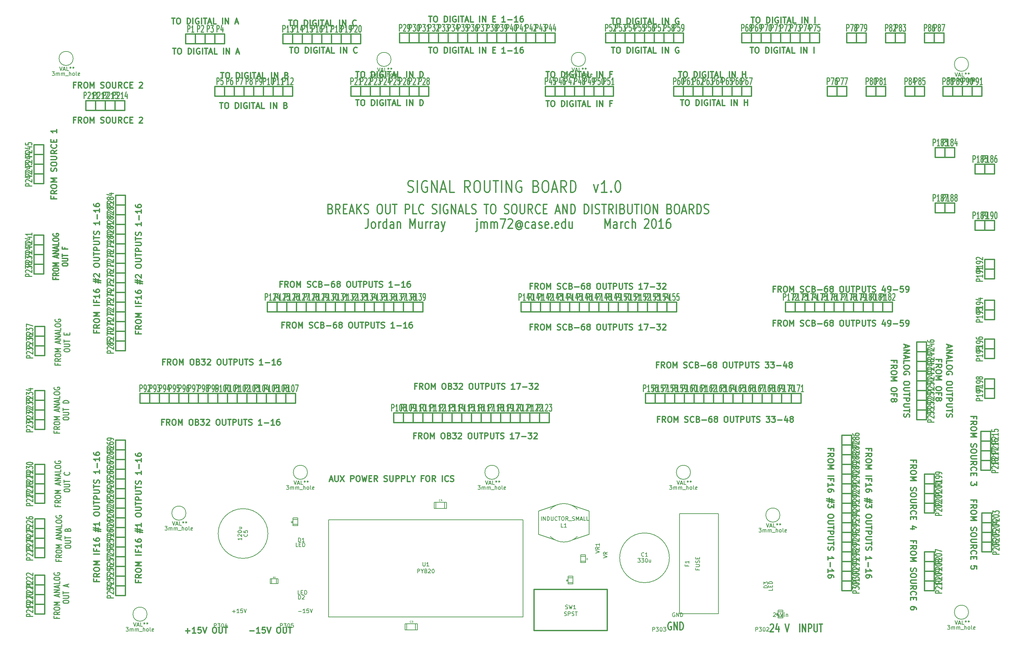
<source format=gto>
G04 (created by PCBNEW (2013-07-07 BZR 4022)-stable) date 3/30/2016 4:45:44 AM*
%MOIN*%
G04 Gerber Fmt 3.4, Leading zero omitted, Abs format*
%FSLAX34Y34*%
G01*
G70*
G90*
G04 APERTURE LIST*
%ADD10C,0.00590551*%
%ADD11C,0.011811*%
%ADD12C,0.00984252*%
%ADD13C,0.0125*%
%ADD14C,0.012*%
%ADD15C,0.005*%
%ADD16C,0.0107*%
%ADD17C,0.0047*%
%ADD18C,0.0024*%
G04 APERTURE END LIST*
G54D10*
G54D11*
X51816Y-72270D02*
X52097Y-72270D01*
X51760Y-72439D02*
X51957Y-71848D01*
X52153Y-72439D01*
X52350Y-71848D02*
X52350Y-72326D01*
X52378Y-72382D01*
X52406Y-72410D01*
X52463Y-72439D01*
X52575Y-72439D01*
X52631Y-72410D01*
X52660Y-72382D01*
X52688Y-72326D01*
X52688Y-71848D01*
X52913Y-71848D02*
X53306Y-72439D01*
X53306Y-71848D02*
X52913Y-72439D01*
X53981Y-72439D02*
X53981Y-71848D01*
X54206Y-71848D01*
X54262Y-71876D01*
X54291Y-71904D01*
X54319Y-71960D01*
X54319Y-72045D01*
X54291Y-72101D01*
X54262Y-72129D01*
X54206Y-72157D01*
X53981Y-72157D01*
X54684Y-71848D02*
X54797Y-71848D01*
X54853Y-71876D01*
X54909Y-71932D01*
X54937Y-72045D01*
X54937Y-72242D01*
X54909Y-72354D01*
X54853Y-72410D01*
X54797Y-72439D01*
X54684Y-72439D01*
X54628Y-72410D01*
X54572Y-72354D01*
X54544Y-72242D01*
X54544Y-72045D01*
X54572Y-71932D01*
X54628Y-71876D01*
X54684Y-71848D01*
X55134Y-71848D02*
X55275Y-72439D01*
X55387Y-72017D01*
X55500Y-72439D01*
X55640Y-71848D01*
X55865Y-72129D02*
X56062Y-72129D01*
X56147Y-72439D02*
X55865Y-72439D01*
X55865Y-71848D01*
X56147Y-71848D01*
X56737Y-72439D02*
X56540Y-72157D01*
X56400Y-72439D02*
X56400Y-71848D01*
X56625Y-71848D01*
X56681Y-71876D01*
X56709Y-71904D01*
X56737Y-71960D01*
X56737Y-72045D01*
X56709Y-72101D01*
X56681Y-72129D01*
X56625Y-72157D01*
X56400Y-72157D01*
X57412Y-72410D02*
X57496Y-72439D01*
X57637Y-72439D01*
X57693Y-72410D01*
X57721Y-72382D01*
X57750Y-72326D01*
X57750Y-72270D01*
X57721Y-72214D01*
X57693Y-72185D01*
X57637Y-72157D01*
X57525Y-72129D01*
X57468Y-72101D01*
X57440Y-72073D01*
X57412Y-72017D01*
X57412Y-71960D01*
X57440Y-71904D01*
X57468Y-71876D01*
X57525Y-71848D01*
X57665Y-71848D01*
X57750Y-71876D01*
X58003Y-71848D02*
X58003Y-72326D01*
X58031Y-72382D01*
X58059Y-72410D01*
X58115Y-72439D01*
X58228Y-72439D01*
X58284Y-72410D01*
X58312Y-72382D01*
X58340Y-72326D01*
X58340Y-71848D01*
X58621Y-72439D02*
X58621Y-71848D01*
X58846Y-71848D01*
X58903Y-71876D01*
X58931Y-71904D01*
X58959Y-71960D01*
X58959Y-72045D01*
X58931Y-72101D01*
X58903Y-72129D01*
X58846Y-72157D01*
X58621Y-72157D01*
X59212Y-72439D02*
X59212Y-71848D01*
X59437Y-71848D01*
X59493Y-71876D01*
X59521Y-71904D01*
X59549Y-71960D01*
X59549Y-72045D01*
X59521Y-72101D01*
X59493Y-72129D01*
X59437Y-72157D01*
X59212Y-72157D01*
X60084Y-72439D02*
X59802Y-72439D01*
X59802Y-71848D01*
X60393Y-72157D02*
X60393Y-72439D01*
X60196Y-71848D02*
X60393Y-72157D01*
X60590Y-71848D01*
X61433Y-72129D02*
X61237Y-72129D01*
X61237Y-72439D02*
X61237Y-71848D01*
X61518Y-71848D01*
X61855Y-71848D02*
X61968Y-71848D01*
X62024Y-71876D01*
X62080Y-71932D01*
X62108Y-72045D01*
X62108Y-72242D01*
X62080Y-72354D01*
X62024Y-72410D01*
X61968Y-72439D01*
X61855Y-72439D01*
X61799Y-72410D01*
X61743Y-72354D01*
X61715Y-72242D01*
X61715Y-72045D01*
X61743Y-71932D01*
X61799Y-71876D01*
X61855Y-71848D01*
X62699Y-72439D02*
X62502Y-72157D01*
X62361Y-72439D02*
X62361Y-71848D01*
X62586Y-71848D01*
X62643Y-71876D01*
X62671Y-71904D01*
X62699Y-71960D01*
X62699Y-72045D01*
X62671Y-72101D01*
X62643Y-72129D01*
X62586Y-72157D01*
X62361Y-72157D01*
X63402Y-72439D02*
X63402Y-71848D01*
X64021Y-72382D02*
X63993Y-72410D01*
X63908Y-72439D01*
X63852Y-72439D01*
X63768Y-72410D01*
X63711Y-72354D01*
X63683Y-72298D01*
X63655Y-72185D01*
X63655Y-72101D01*
X63683Y-71989D01*
X63711Y-71932D01*
X63768Y-71876D01*
X63852Y-71848D01*
X63908Y-71848D01*
X63993Y-71876D01*
X64021Y-71904D01*
X64246Y-72410D02*
X64330Y-72439D01*
X64471Y-72439D01*
X64527Y-72410D01*
X64555Y-72382D01*
X64583Y-72326D01*
X64583Y-72270D01*
X64555Y-72214D01*
X64527Y-72185D01*
X64471Y-72157D01*
X64358Y-72129D01*
X64302Y-72101D01*
X64274Y-72073D01*
X64246Y-72017D01*
X64246Y-71960D01*
X64274Y-71904D01*
X64302Y-71876D01*
X64358Y-71848D01*
X64499Y-71848D01*
X64583Y-71876D01*
X43590Y-87814D02*
X44040Y-87814D01*
X44631Y-88039D02*
X44293Y-88039D01*
X44462Y-88039D02*
X44462Y-87448D01*
X44406Y-87532D01*
X44350Y-87589D01*
X44293Y-87617D01*
X45165Y-87448D02*
X44884Y-87448D01*
X44856Y-87729D01*
X44884Y-87701D01*
X44940Y-87673D01*
X45081Y-87673D01*
X45137Y-87701D01*
X45165Y-87729D01*
X45193Y-87785D01*
X45193Y-87926D01*
X45165Y-87982D01*
X45137Y-88010D01*
X45081Y-88039D01*
X44940Y-88039D01*
X44884Y-88010D01*
X44856Y-87982D01*
X45362Y-87448D02*
X45559Y-88039D01*
X45756Y-87448D01*
X46515Y-87448D02*
X46628Y-87448D01*
X46684Y-87476D01*
X46740Y-87532D01*
X46768Y-87645D01*
X46768Y-87842D01*
X46740Y-87954D01*
X46684Y-88010D01*
X46628Y-88039D01*
X46515Y-88039D01*
X46459Y-88010D01*
X46403Y-87954D01*
X46374Y-87842D01*
X46374Y-87645D01*
X46403Y-87532D01*
X46459Y-87476D01*
X46515Y-87448D01*
X47021Y-87448D02*
X47021Y-87926D01*
X47049Y-87982D01*
X47077Y-88010D01*
X47134Y-88039D01*
X47246Y-88039D01*
X47302Y-88010D01*
X47331Y-87982D01*
X47359Y-87926D01*
X47359Y-87448D01*
X47556Y-87448D02*
X47893Y-87448D01*
X47724Y-88039D02*
X47724Y-87448D01*
X36990Y-87814D02*
X37440Y-87814D01*
X37215Y-88039D02*
X37215Y-87589D01*
X38031Y-88039D02*
X37693Y-88039D01*
X37862Y-88039D02*
X37862Y-87448D01*
X37806Y-87532D01*
X37750Y-87589D01*
X37693Y-87617D01*
X38565Y-87448D02*
X38284Y-87448D01*
X38256Y-87729D01*
X38284Y-87701D01*
X38340Y-87673D01*
X38481Y-87673D01*
X38537Y-87701D01*
X38565Y-87729D01*
X38593Y-87785D01*
X38593Y-87926D01*
X38565Y-87982D01*
X38537Y-88010D01*
X38481Y-88039D01*
X38340Y-88039D01*
X38284Y-88010D01*
X38256Y-87982D01*
X38762Y-87448D02*
X38959Y-88039D01*
X39156Y-87448D01*
X39915Y-87448D02*
X40028Y-87448D01*
X40084Y-87476D01*
X40140Y-87532D01*
X40168Y-87645D01*
X40168Y-87842D01*
X40140Y-87954D01*
X40084Y-88010D01*
X40028Y-88039D01*
X39915Y-88039D01*
X39859Y-88010D01*
X39803Y-87954D01*
X39774Y-87842D01*
X39774Y-87645D01*
X39803Y-87532D01*
X39859Y-87476D01*
X39915Y-87448D01*
X40421Y-87448D02*
X40421Y-87926D01*
X40449Y-87982D01*
X40477Y-88010D01*
X40534Y-88039D01*
X40646Y-88039D01*
X40702Y-88010D01*
X40731Y-87982D01*
X40759Y-87926D01*
X40759Y-87448D01*
X40956Y-87448D02*
X41293Y-87448D01*
X41124Y-88039D02*
X41124Y-87448D01*
X86950Y-86968D02*
X86893Y-86931D01*
X86809Y-86931D01*
X86725Y-86968D01*
X86668Y-87043D01*
X86640Y-87118D01*
X86612Y-87268D01*
X86612Y-87381D01*
X86640Y-87531D01*
X86668Y-87606D01*
X86725Y-87681D01*
X86809Y-87718D01*
X86865Y-87718D01*
X86950Y-87681D01*
X86978Y-87643D01*
X86978Y-87381D01*
X86865Y-87381D01*
X87231Y-87718D02*
X87231Y-86931D01*
X87568Y-87718D01*
X87568Y-86931D01*
X87849Y-87718D02*
X87849Y-86931D01*
X87990Y-86931D01*
X88074Y-86968D01*
X88131Y-87043D01*
X88159Y-87118D01*
X88187Y-87268D01*
X88187Y-87381D01*
X88159Y-87531D01*
X88131Y-87606D01*
X88074Y-87681D01*
X87990Y-87718D01*
X87849Y-87718D01*
X97142Y-87206D02*
X97170Y-87168D01*
X97226Y-87131D01*
X97367Y-87131D01*
X97423Y-87168D01*
X97451Y-87206D01*
X97479Y-87281D01*
X97479Y-87356D01*
X97451Y-87468D01*
X97114Y-87918D01*
X97479Y-87918D01*
X97986Y-87393D02*
X97986Y-87918D01*
X97845Y-87093D02*
X97704Y-87656D01*
X98070Y-87656D01*
X98661Y-87131D02*
X98857Y-87918D01*
X99054Y-87131D01*
X100151Y-87918D02*
X100151Y-87131D01*
X100432Y-87918D02*
X100432Y-87131D01*
X100770Y-87918D01*
X100770Y-87131D01*
X101051Y-87918D02*
X101051Y-87131D01*
X101276Y-87131D01*
X101332Y-87168D01*
X101360Y-87206D01*
X101388Y-87281D01*
X101388Y-87393D01*
X101360Y-87468D01*
X101332Y-87506D01*
X101276Y-87543D01*
X101051Y-87543D01*
X101641Y-87131D02*
X101641Y-87768D01*
X101670Y-87843D01*
X101698Y-87881D01*
X101754Y-87918D01*
X101866Y-87918D01*
X101923Y-87881D01*
X101951Y-87843D01*
X101979Y-87768D01*
X101979Y-87131D01*
X102176Y-87131D02*
X102513Y-87131D01*
X102344Y-87918D02*
X102344Y-87131D01*
X59856Y-42621D02*
X59996Y-42678D01*
X60231Y-42678D01*
X60324Y-42621D01*
X60371Y-42565D01*
X60418Y-42453D01*
X60418Y-42340D01*
X60371Y-42228D01*
X60324Y-42171D01*
X60231Y-42115D01*
X60043Y-42059D01*
X59949Y-42003D01*
X59902Y-41946D01*
X59856Y-41834D01*
X59856Y-41721D01*
X59902Y-41609D01*
X59949Y-41553D01*
X60043Y-41496D01*
X60277Y-41496D01*
X60418Y-41553D01*
X60840Y-42678D02*
X60840Y-41496D01*
X61824Y-41553D02*
X61730Y-41496D01*
X61590Y-41496D01*
X61449Y-41553D01*
X61355Y-41665D01*
X61308Y-41778D01*
X61262Y-42003D01*
X61262Y-42171D01*
X61308Y-42396D01*
X61355Y-42509D01*
X61449Y-42621D01*
X61590Y-42678D01*
X61683Y-42678D01*
X61824Y-42621D01*
X61871Y-42565D01*
X61871Y-42171D01*
X61683Y-42171D01*
X62293Y-42678D02*
X62293Y-41496D01*
X62855Y-42678D01*
X62855Y-41496D01*
X63277Y-42340D02*
X63746Y-42340D01*
X63183Y-42678D02*
X63511Y-41496D01*
X63839Y-42678D01*
X64636Y-42678D02*
X64168Y-42678D01*
X64168Y-41496D01*
X66277Y-42678D02*
X65949Y-42115D01*
X65714Y-42678D02*
X65714Y-41496D01*
X66089Y-41496D01*
X66183Y-41553D01*
X66230Y-41609D01*
X66277Y-41721D01*
X66277Y-41890D01*
X66230Y-42003D01*
X66183Y-42059D01*
X66089Y-42115D01*
X65714Y-42115D01*
X66886Y-41496D02*
X67073Y-41496D01*
X67167Y-41553D01*
X67261Y-41665D01*
X67308Y-41890D01*
X67308Y-42284D01*
X67261Y-42509D01*
X67167Y-42621D01*
X67073Y-42678D01*
X66886Y-42678D01*
X66792Y-42621D01*
X66698Y-42509D01*
X66652Y-42284D01*
X66652Y-41890D01*
X66698Y-41665D01*
X66792Y-41553D01*
X66886Y-41496D01*
X67730Y-41496D02*
X67730Y-42453D01*
X67776Y-42565D01*
X67823Y-42621D01*
X67917Y-42678D01*
X68105Y-42678D01*
X68198Y-42621D01*
X68245Y-42565D01*
X68292Y-42453D01*
X68292Y-41496D01*
X68620Y-41496D02*
X69183Y-41496D01*
X68901Y-42678D02*
X68901Y-41496D01*
X69511Y-42678D02*
X69511Y-41496D01*
X69979Y-42678D02*
X69979Y-41496D01*
X70542Y-42678D01*
X70542Y-41496D01*
X71526Y-41553D02*
X71432Y-41496D01*
X71292Y-41496D01*
X71151Y-41553D01*
X71057Y-41665D01*
X71010Y-41778D01*
X70964Y-42003D01*
X70964Y-42171D01*
X71010Y-42396D01*
X71057Y-42509D01*
X71151Y-42621D01*
X71292Y-42678D01*
X71385Y-42678D01*
X71526Y-42621D01*
X71573Y-42565D01*
X71573Y-42171D01*
X71385Y-42171D01*
X73073Y-42059D02*
X73213Y-42115D01*
X73260Y-42171D01*
X73307Y-42284D01*
X73307Y-42453D01*
X73260Y-42565D01*
X73213Y-42621D01*
X73120Y-42678D01*
X72745Y-42678D01*
X72745Y-41496D01*
X73073Y-41496D01*
X73166Y-41553D01*
X73213Y-41609D01*
X73260Y-41721D01*
X73260Y-41834D01*
X73213Y-41946D01*
X73166Y-42003D01*
X73073Y-42059D01*
X72745Y-42059D01*
X73916Y-41496D02*
X74104Y-41496D01*
X74198Y-41553D01*
X74291Y-41665D01*
X74338Y-41890D01*
X74338Y-42284D01*
X74291Y-42509D01*
X74198Y-42621D01*
X74104Y-42678D01*
X73916Y-42678D01*
X73823Y-42621D01*
X73729Y-42509D01*
X73682Y-42284D01*
X73682Y-41890D01*
X73729Y-41665D01*
X73823Y-41553D01*
X73916Y-41496D01*
X74713Y-42340D02*
X75182Y-42340D01*
X74619Y-42678D02*
X74947Y-41496D01*
X75276Y-42678D01*
X76166Y-42678D02*
X75838Y-42115D01*
X75604Y-42678D02*
X75604Y-41496D01*
X75979Y-41496D01*
X76072Y-41553D01*
X76119Y-41609D01*
X76166Y-41721D01*
X76166Y-41890D01*
X76119Y-42003D01*
X76072Y-42059D01*
X75979Y-42115D01*
X75604Y-42115D01*
X76588Y-42678D02*
X76588Y-41496D01*
X76822Y-41496D01*
X76963Y-41553D01*
X77057Y-41665D01*
X77103Y-41778D01*
X77150Y-42003D01*
X77150Y-42171D01*
X77103Y-42396D01*
X77057Y-42509D01*
X76963Y-42621D01*
X76822Y-42678D01*
X76588Y-42678D01*
X78978Y-41890D02*
X79213Y-42678D01*
X79447Y-41890D01*
X80337Y-42678D02*
X79775Y-42678D01*
X80056Y-42678D02*
X80056Y-41496D01*
X79962Y-41665D01*
X79869Y-41778D01*
X79775Y-41834D01*
X80759Y-42565D02*
X80806Y-42621D01*
X80759Y-42678D01*
X80712Y-42621D01*
X80759Y-42565D01*
X80759Y-42678D01*
X81415Y-41496D02*
X81509Y-41496D01*
X81603Y-41553D01*
X81650Y-41609D01*
X81697Y-41721D01*
X81743Y-41946D01*
X81743Y-42228D01*
X81697Y-42453D01*
X81650Y-42565D01*
X81603Y-42621D01*
X81509Y-42678D01*
X81415Y-42678D01*
X81322Y-42621D01*
X81275Y-42565D01*
X81228Y-42453D01*
X81181Y-42228D01*
X81181Y-41946D01*
X81228Y-41721D01*
X81275Y-41609D01*
X81322Y-41553D01*
X81415Y-41496D01*
X51908Y-44382D02*
X52021Y-44429D01*
X52058Y-44476D01*
X52096Y-44570D01*
X52096Y-44710D01*
X52058Y-44804D01*
X52021Y-44851D01*
X51946Y-44898D01*
X51646Y-44898D01*
X51646Y-43914D01*
X51908Y-43914D01*
X51983Y-43961D01*
X52021Y-44007D01*
X52058Y-44101D01*
X52058Y-44195D01*
X52021Y-44289D01*
X51983Y-44335D01*
X51908Y-44382D01*
X51646Y-44382D01*
X52883Y-44898D02*
X52621Y-44429D01*
X52433Y-44898D02*
X52433Y-43914D01*
X52733Y-43914D01*
X52808Y-43961D01*
X52846Y-44007D01*
X52883Y-44101D01*
X52883Y-44242D01*
X52846Y-44335D01*
X52808Y-44382D01*
X52733Y-44429D01*
X52433Y-44429D01*
X53220Y-44382D02*
X53483Y-44382D01*
X53595Y-44898D02*
X53220Y-44898D01*
X53220Y-43914D01*
X53595Y-43914D01*
X53895Y-44617D02*
X54270Y-44617D01*
X53820Y-44898D02*
X54083Y-43914D01*
X54345Y-44898D01*
X54608Y-44898D02*
X54608Y-43914D01*
X55058Y-44898D02*
X54720Y-44335D01*
X55058Y-43914D02*
X54608Y-44476D01*
X55358Y-44851D02*
X55470Y-44898D01*
X55658Y-44898D01*
X55733Y-44851D01*
X55770Y-44804D01*
X55808Y-44710D01*
X55808Y-44617D01*
X55770Y-44523D01*
X55733Y-44476D01*
X55658Y-44429D01*
X55508Y-44382D01*
X55433Y-44335D01*
X55395Y-44289D01*
X55358Y-44195D01*
X55358Y-44101D01*
X55395Y-44007D01*
X55433Y-43961D01*
X55508Y-43914D01*
X55695Y-43914D01*
X55808Y-43961D01*
X56895Y-43914D02*
X57045Y-43914D01*
X57120Y-43961D01*
X57195Y-44054D01*
X57232Y-44242D01*
X57232Y-44570D01*
X57195Y-44757D01*
X57120Y-44851D01*
X57045Y-44898D01*
X56895Y-44898D01*
X56820Y-44851D01*
X56745Y-44757D01*
X56708Y-44570D01*
X56708Y-44242D01*
X56745Y-44054D01*
X56820Y-43961D01*
X56895Y-43914D01*
X57570Y-43914D02*
X57570Y-44710D01*
X57607Y-44804D01*
X57645Y-44851D01*
X57720Y-44898D01*
X57870Y-44898D01*
X57945Y-44851D01*
X57982Y-44804D01*
X58020Y-44710D01*
X58020Y-43914D01*
X58282Y-43914D02*
X58732Y-43914D01*
X58507Y-44898D02*
X58507Y-43914D01*
X59595Y-44898D02*
X59595Y-43914D01*
X59895Y-43914D01*
X59970Y-43961D01*
X60007Y-44007D01*
X60045Y-44101D01*
X60045Y-44242D01*
X60007Y-44335D01*
X59970Y-44382D01*
X59895Y-44429D01*
X59595Y-44429D01*
X60757Y-44898D02*
X60382Y-44898D01*
X60382Y-43914D01*
X61469Y-44804D02*
X61432Y-44851D01*
X61319Y-44898D01*
X61244Y-44898D01*
X61132Y-44851D01*
X61057Y-44757D01*
X61020Y-44664D01*
X60982Y-44476D01*
X60982Y-44335D01*
X61020Y-44148D01*
X61057Y-44054D01*
X61132Y-43961D01*
X61244Y-43914D01*
X61319Y-43914D01*
X61432Y-43961D01*
X61469Y-44007D01*
X62369Y-44851D02*
X62482Y-44898D01*
X62669Y-44898D01*
X62744Y-44851D01*
X62782Y-44804D01*
X62819Y-44710D01*
X62819Y-44617D01*
X62782Y-44523D01*
X62744Y-44476D01*
X62669Y-44429D01*
X62519Y-44382D01*
X62444Y-44335D01*
X62407Y-44289D01*
X62369Y-44195D01*
X62369Y-44101D01*
X62407Y-44007D01*
X62444Y-43961D01*
X62519Y-43914D01*
X62707Y-43914D01*
X62819Y-43961D01*
X63157Y-44898D02*
X63157Y-43914D01*
X63944Y-43961D02*
X63869Y-43914D01*
X63757Y-43914D01*
X63644Y-43961D01*
X63569Y-44054D01*
X63532Y-44148D01*
X63494Y-44335D01*
X63494Y-44476D01*
X63532Y-44664D01*
X63569Y-44757D01*
X63644Y-44851D01*
X63757Y-44898D01*
X63832Y-44898D01*
X63944Y-44851D01*
X63982Y-44804D01*
X63982Y-44476D01*
X63832Y-44476D01*
X64319Y-44898D02*
X64319Y-43914D01*
X64769Y-44898D01*
X64769Y-43914D01*
X65107Y-44617D02*
X65481Y-44617D01*
X65032Y-44898D02*
X65294Y-43914D01*
X65556Y-44898D01*
X66194Y-44898D02*
X65819Y-44898D01*
X65819Y-43914D01*
X66419Y-44851D02*
X66531Y-44898D01*
X66719Y-44898D01*
X66794Y-44851D01*
X66831Y-44804D01*
X66869Y-44710D01*
X66869Y-44617D01*
X66831Y-44523D01*
X66794Y-44476D01*
X66719Y-44429D01*
X66569Y-44382D01*
X66494Y-44335D01*
X66456Y-44289D01*
X66419Y-44195D01*
X66419Y-44101D01*
X66456Y-44007D01*
X66494Y-43961D01*
X66569Y-43914D01*
X66756Y-43914D01*
X66869Y-43961D01*
X67694Y-43914D02*
X68144Y-43914D01*
X67919Y-44898D02*
X67919Y-43914D01*
X68556Y-43914D02*
X68706Y-43914D01*
X68781Y-43961D01*
X68856Y-44054D01*
X68894Y-44242D01*
X68894Y-44570D01*
X68856Y-44757D01*
X68781Y-44851D01*
X68706Y-44898D01*
X68556Y-44898D01*
X68481Y-44851D01*
X68406Y-44757D01*
X68369Y-44570D01*
X68369Y-44242D01*
X68406Y-44054D01*
X68481Y-43961D01*
X68556Y-43914D01*
X69793Y-44851D02*
X69906Y-44898D01*
X70093Y-44898D01*
X70168Y-44851D01*
X70206Y-44804D01*
X70243Y-44710D01*
X70243Y-44617D01*
X70206Y-44523D01*
X70168Y-44476D01*
X70093Y-44429D01*
X69943Y-44382D01*
X69868Y-44335D01*
X69831Y-44289D01*
X69793Y-44195D01*
X69793Y-44101D01*
X69831Y-44007D01*
X69868Y-43961D01*
X69943Y-43914D01*
X70131Y-43914D01*
X70243Y-43961D01*
X70731Y-43914D02*
X70881Y-43914D01*
X70956Y-43961D01*
X71031Y-44054D01*
X71068Y-44242D01*
X71068Y-44570D01*
X71031Y-44757D01*
X70956Y-44851D01*
X70881Y-44898D01*
X70731Y-44898D01*
X70656Y-44851D01*
X70581Y-44757D01*
X70543Y-44570D01*
X70543Y-44242D01*
X70581Y-44054D01*
X70656Y-43961D01*
X70731Y-43914D01*
X71406Y-43914D02*
X71406Y-44710D01*
X71443Y-44804D01*
X71481Y-44851D01*
X71556Y-44898D01*
X71706Y-44898D01*
X71781Y-44851D01*
X71818Y-44804D01*
X71856Y-44710D01*
X71856Y-43914D01*
X72681Y-44898D02*
X72418Y-44429D01*
X72231Y-44898D02*
X72231Y-43914D01*
X72531Y-43914D01*
X72606Y-43961D01*
X72643Y-44007D01*
X72681Y-44101D01*
X72681Y-44242D01*
X72643Y-44335D01*
X72606Y-44382D01*
X72531Y-44429D01*
X72231Y-44429D01*
X73468Y-44804D02*
X73430Y-44851D01*
X73318Y-44898D01*
X73243Y-44898D01*
X73131Y-44851D01*
X73056Y-44757D01*
X73018Y-44664D01*
X72981Y-44476D01*
X72981Y-44335D01*
X73018Y-44148D01*
X73056Y-44054D01*
X73131Y-43961D01*
X73243Y-43914D01*
X73318Y-43914D01*
X73430Y-43961D01*
X73468Y-44007D01*
X73805Y-44382D02*
X74068Y-44382D01*
X74180Y-44898D02*
X73805Y-44898D01*
X73805Y-43914D01*
X74180Y-43914D01*
X75080Y-44617D02*
X75455Y-44617D01*
X75005Y-44898D02*
X75268Y-43914D01*
X75530Y-44898D01*
X75793Y-44898D02*
X75793Y-43914D01*
X76243Y-44898D01*
X76243Y-43914D01*
X76618Y-44898D02*
X76618Y-43914D01*
X76805Y-43914D01*
X76918Y-43961D01*
X76993Y-44054D01*
X77030Y-44148D01*
X77068Y-44335D01*
X77068Y-44476D01*
X77030Y-44664D01*
X76993Y-44757D01*
X76918Y-44851D01*
X76805Y-44898D01*
X76618Y-44898D01*
X78005Y-44898D02*
X78005Y-43914D01*
X78192Y-43914D01*
X78305Y-43961D01*
X78380Y-44054D01*
X78417Y-44148D01*
X78455Y-44335D01*
X78455Y-44476D01*
X78417Y-44664D01*
X78380Y-44757D01*
X78305Y-44851D01*
X78192Y-44898D01*
X78005Y-44898D01*
X78792Y-44898D02*
X78792Y-43914D01*
X79130Y-44851D02*
X79242Y-44898D01*
X79430Y-44898D01*
X79505Y-44851D01*
X79542Y-44804D01*
X79580Y-44710D01*
X79580Y-44617D01*
X79542Y-44523D01*
X79505Y-44476D01*
X79430Y-44429D01*
X79280Y-44382D01*
X79205Y-44335D01*
X79167Y-44289D01*
X79130Y-44195D01*
X79130Y-44101D01*
X79167Y-44007D01*
X79205Y-43961D01*
X79280Y-43914D01*
X79467Y-43914D01*
X79580Y-43961D01*
X79805Y-43914D02*
X80255Y-43914D01*
X80030Y-44898D02*
X80030Y-43914D01*
X80967Y-44898D02*
X80705Y-44429D01*
X80517Y-44898D02*
X80517Y-43914D01*
X80817Y-43914D01*
X80892Y-43961D01*
X80930Y-44007D01*
X80967Y-44101D01*
X80967Y-44242D01*
X80930Y-44335D01*
X80892Y-44382D01*
X80817Y-44429D01*
X80517Y-44429D01*
X81304Y-44898D02*
X81304Y-43914D01*
X81942Y-44382D02*
X82054Y-44429D01*
X82092Y-44476D01*
X82129Y-44570D01*
X82129Y-44710D01*
X82092Y-44804D01*
X82054Y-44851D01*
X81979Y-44898D01*
X81679Y-44898D01*
X81679Y-43914D01*
X81942Y-43914D01*
X82017Y-43961D01*
X82054Y-44007D01*
X82092Y-44101D01*
X82092Y-44195D01*
X82054Y-44289D01*
X82017Y-44335D01*
X81942Y-44382D01*
X81679Y-44382D01*
X82467Y-43914D02*
X82467Y-44710D01*
X82504Y-44804D01*
X82542Y-44851D01*
X82617Y-44898D01*
X82767Y-44898D01*
X82842Y-44851D01*
X82879Y-44804D01*
X82917Y-44710D01*
X82917Y-43914D01*
X83179Y-43914D02*
X83629Y-43914D01*
X83404Y-44898D02*
X83404Y-43914D01*
X83892Y-44898D02*
X83892Y-43914D01*
X84417Y-43914D02*
X84567Y-43914D01*
X84642Y-43961D01*
X84717Y-44054D01*
X84754Y-44242D01*
X84754Y-44570D01*
X84717Y-44757D01*
X84642Y-44851D01*
X84567Y-44898D01*
X84417Y-44898D01*
X84342Y-44851D01*
X84267Y-44757D01*
X84229Y-44570D01*
X84229Y-44242D01*
X84267Y-44054D01*
X84342Y-43961D01*
X84417Y-43914D01*
X85092Y-44898D02*
X85092Y-43914D01*
X85541Y-44898D01*
X85541Y-43914D01*
X86779Y-44382D02*
X86891Y-44429D01*
X86929Y-44476D01*
X86966Y-44570D01*
X86966Y-44710D01*
X86929Y-44804D01*
X86891Y-44851D01*
X86816Y-44898D01*
X86516Y-44898D01*
X86516Y-43914D01*
X86779Y-43914D01*
X86854Y-43961D01*
X86891Y-44007D01*
X86929Y-44101D01*
X86929Y-44195D01*
X86891Y-44289D01*
X86854Y-44335D01*
X86779Y-44382D01*
X86516Y-44382D01*
X87454Y-43914D02*
X87604Y-43914D01*
X87679Y-43961D01*
X87754Y-44054D01*
X87791Y-44242D01*
X87791Y-44570D01*
X87754Y-44757D01*
X87679Y-44851D01*
X87604Y-44898D01*
X87454Y-44898D01*
X87379Y-44851D01*
X87304Y-44757D01*
X87266Y-44570D01*
X87266Y-44242D01*
X87304Y-44054D01*
X87379Y-43961D01*
X87454Y-43914D01*
X88091Y-44617D02*
X88466Y-44617D01*
X88016Y-44898D02*
X88279Y-43914D01*
X88541Y-44898D01*
X89253Y-44898D02*
X88991Y-44429D01*
X88804Y-44898D02*
X88804Y-43914D01*
X89104Y-43914D01*
X89179Y-43961D01*
X89216Y-44007D01*
X89253Y-44101D01*
X89253Y-44242D01*
X89216Y-44335D01*
X89179Y-44382D01*
X89104Y-44429D01*
X88804Y-44429D01*
X89591Y-44898D02*
X89591Y-43914D01*
X89778Y-43914D01*
X89891Y-43961D01*
X89966Y-44054D01*
X90003Y-44148D01*
X90041Y-44335D01*
X90041Y-44476D01*
X90003Y-44664D01*
X89966Y-44757D01*
X89891Y-44851D01*
X89778Y-44898D01*
X89591Y-44898D01*
X90341Y-44851D02*
X90453Y-44898D01*
X90641Y-44898D01*
X90716Y-44851D01*
X90753Y-44804D01*
X90791Y-44710D01*
X90791Y-44617D01*
X90753Y-44523D01*
X90716Y-44476D01*
X90641Y-44429D01*
X90491Y-44382D01*
X90416Y-44335D01*
X90378Y-44289D01*
X90341Y-44195D01*
X90341Y-44101D01*
X90378Y-44007D01*
X90416Y-43961D01*
X90491Y-43914D01*
X90678Y-43914D01*
X90791Y-43961D01*
X55770Y-45410D02*
X55770Y-46113D01*
X55733Y-46253D01*
X55658Y-46347D01*
X55545Y-46394D01*
X55470Y-46394D01*
X56258Y-46394D02*
X56183Y-46347D01*
X56145Y-46300D01*
X56108Y-46206D01*
X56108Y-45925D01*
X56145Y-45832D01*
X56183Y-45785D01*
X56258Y-45738D01*
X56370Y-45738D01*
X56445Y-45785D01*
X56483Y-45832D01*
X56520Y-45925D01*
X56520Y-46206D01*
X56483Y-46300D01*
X56445Y-46347D01*
X56370Y-46394D01*
X56258Y-46394D01*
X56858Y-46394D02*
X56858Y-45738D01*
X56858Y-45925D02*
X56895Y-45832D01*
X56933Y-45785D01*
X57008Y-45738D01*
X57083Y-45738D01*
X57682Y-46394D02*
X57682Y-45410D01*
X57682Y-46347D02*
X57607Y-46394D01*
X57457Y-46394D01*
X57382Y-46347D01*
X57345Y-46300D01*
X57307Y-46206D01*
X57307Y-45925D01*
X57345Y-45832D01*
X57382Y-45785D01*
X57457Y-45738D01*
X57607Y-45738D01*
X57682Y-45785D01*
X58395Y-46394D02*
X58395Y-45878D01*
X58357Y-45785D01*
X58282Y-45738D01*
X58132Y-45738D01*
X58057Y-45785D01*
X58395Y-46347D02*
X58320Y-46394D01*
X58132Y-46394D01*
X58057Y-46347D01*
X58020Y-46253D01*
X58020Y-46160D01*
X58057Y-46066D01*
X58132Y-46019D01*
X58320Y-46019D01*
X58395Y-45972D01*
X58770Y-45738D02*
X58770Y-46394D01*
X58770Y-45832D02*
X58807Y-45785D01*
X58882Y-45738D01*
X58995Y-45738D01*
X59070Y-45785D01*
X59107Y-45878D01*
X59107Y-46394D01*
X60082Y-46394D02*
X60082Y-45410D01*
X60345Y-46113D01*
X60607Y-45410D01*
X60607Y-46394D01*
X61319Y-45738D02*
X61319Y-46394D01*
X60982Y-45738D02*
X60982Y-46253D01*
X61020Y-46347D01*
X61095Y-46394D01*
X61207Y-46394D01*
X61282Y-46347D01*
X61319Y-46300D01*
X61694Y-46394D02*
X61694Y-45738D01*
X61694Y-45925D02*
X61732Y-45832D01*
X61769Y-45785D01*
X61844Y-45738D01*
X61919Y-45738D01*
X62182Y-46394D02*
X62182Y-45738D01*
X62182Y-45925D02*
X62219Y-45832D01*
X62257Y-45785D01*
X62332Y-45738D01*
X62407Y-45738D01*
X63007Y-46394D02*
X63007Y-45878D01*
X62969Y-45785D01*
X62894Y-45738D01*
X62744Y-45738D01*
X62669Y-45785D01*
X63007Y-46347D02*
X62932Y-46394D01*
X62744Y-46394D01*
X62669Y-46347D01*
X62632Y-46253D01*
X62632Y-46160D01*
X62669Y-46066D01*
X62744Y-46019D01*
X62932Y-46019D01*
X63007Y-45972D01*
X63307Y-45738D02*
X63494Y-46394D01*
X63682Y-45738D02*
X63494Y-46394D01*
X63419Y-46628D01*
X63382Y-46675D01*
X63307Y-46722D01*
X66981Y-45738D02*
X66981Y-46581D01*
X66944Y-46675D01*
X66869Y-46722D01*
X66831Y-46722D01*
X66981Y-45410D02*
X66944Y-45457D01*
X66981Y-45503D01*
X67019Y-45457D01*
X66981Y-45410D01*
X66981Y-45503D01*
X67356Y-46394D02*
X67356Y-45738D01*
X67356Y-45832D02*
X67394Y-45785D01*
X67469Y-45738D01*
X67581Y-45738D01*
X67656Y-45785D01*
X67694Y-45878D01*
X67694Y-46394D01*
X67694Y-45878D02*
X67731Y-45785D01*
X67806Y-45738D01*
X67919Y-45738D01*
X67994Y-45785D01*
X68031Y-45878D01*
X68031Y-46394D01*
X68406Y-46394D02*
X68406Y-45738D01*
X68406Y-45832D02*
X68444Y-45785D01*
X68519Y-45738D01*
X68631Y-45738D01*
X68706Y-45785D01*
X68744Y-45878D01*
X68744Y-46394D01*
X68744Y-45878D02*
X68781Y-45785D01*
X68856Y-45738D01*
X68969Y-45738D01*
X69044Y-45785D01*
X69081Y-45878D01*
X69081Y-46394D01*
X69381Y-45410D02*
X69906Y-45410D01*
X69568Y-46394D01*
X70168Y-45503D02*
X70206Y-45457D01*
X70281Y-45410D01*
X70468Y-45410D01*
X70543Y-45457D01*
X70581Y-45503D01*
X70618Y-45597D01*
X70618Y-45691D01*
X70581Y-45832D01*
X70131Y-46394D01*
X70618Y-46394D01*
X71443Y-45925D02*
X71406Y-45878D01*
X71331Y-45832D01*
X71256Y-45832D01*
X71181Y-45878D01*
X71143Y-45925D01*
X71106Y-46019D01*
X71106Y-46113D01*
X71143Y-46206D01*
X71181Y-46253D01*
X71256Y-46300D01*
X71331Y-46300D01*
X71406Y-46253D01*
X71443Y-46206D01*
X71443Y-45832D02*
X71443Y-46206D01*
X71481Y-46253D01*
X71518Y-46253D01*
X71593Y-46206D01*
X71631Y-46113D01*
X71631Y-45878D01*
X71556Y-45738D01*
X71443Y-45644D01*
X71293Y-45597D01*
X71143Y-45644D01*
X71031Y-45738D01*
X70956Y-45878D01*
X70918Y-46066D01*
X70956Y-46253D01*
X71031Y-46394D01*
X71143Y-46488D01*
X71293Y-46535D01*
X71443Y-46488D01*
X71556Y-46394D01*
X72306Y-46347D02*
X72231Y-46394D01*
X72081Y-46394D01*
X72006Y-46347D01*
X71968Y-46300D01*
X71931Y-46206D01*
X71931Y-45925D01*
X71968Y-45832D01*
X72006Y-45785D01*
X72081Y-45738D01*
X72231Y-45738D01*
X72306Y-45785D01*
X72981Y-46394D02*
X72981Y-45878D01*
X72943Y-45785D01*
X72868Y-45738D01*
X72718Y-45738D01*
X72643Y-45785D01*
X72981Y-46347D02*
X72906Y-46394D01*
X72718Y-46394D01*
X72643Y-46347D01*
X72606Y-46253D01*
X72606Y-46160D01*
X72643Y-46066D01*
X72718Y-46019D01*
X72906Y-46019D01*
X72981Y-45972D01*
X73318Y-46347D02*
X73393Y-46394D01*
X73543Y-46394D01*
X73618Y-46347D01*
X73655Y-46253D01*
X73655Y-46206D01*
X73618Y-46113D01*
X73543Y-46066D01*
X73430Y-46066D01*
X73355Y-46019D01*
X73318Y-45925D01*
X73318Y-45878D01*
X73355Y-45785D01*
X73430Y-45738D01*
X73543Y-45738D01*
X73618Y-45785D01*
X74293Y-46347D02*
X74218Y-46394D01*
X74068Y-46394D01*
X73993Y-46347D01*
X73955Y-46253D01*
X73955Y-45878D01*
X73993Y-45785D01*
X74068Y-45738D01*
X74218Y-45738D01*
X74293Y-45785D01*
X74330Y-45878D01*
X74330Y-45972D01*
X73955Y-46066D01*
X74668Y-46300D02*
X74705Y-46347D01*
X74668Y-46394D01*
X74630Y-46347D01*
X74668Y-46300D01*
X74668Y-46394D01*
X75343Y-46347D02*
X75268Y-46394D01*
X75118Y-46394D01*
X75043Y-46347D01*
X75005Y-46253D01*
X75005Y-45878D01*
X75043Y-45785D01*
X75118Y-45738D01*
X75268Y-45738D01*
X75343Y-45785D01*
X75380Y-45878D01*
X75380Y-45972D01*
X75005Y-46066D01*
X76055Y-46394D02*
X76055Y-45410D01*
X76055Y-46347D02*
X75980Y-46394D01*
X75830Y-46394D01*
X75755Y-46347D01*
X75718Y-46300D01*
X75680Y-46206D01*
X75680Y-45925D01*
X75718Y-45832D01*
X75755Y-45785D01*
X75830Y-45738D01*
X75980Y-45738D01*
X76055Y-45785D01*
X76768Y-45738D02*
X76768Y-46394D01*
X76430Y-45738D02*
X76430Y-46253D01*
X76468Y-46347D01*
X76543Y-46394D01*
X76655Y-46394D01*
X76730Y-46347D01*
X76768Y-46300D01*
X80142Y-46394D02*
X80142Y-45410D01*
X80405Y-46113D01*
X80667Y-45410D01*
X80667Y-46394D01*
X81379Y-46394D02*
X81379Y-45878D01*
X81342Y-45785D01*
X81267Y-45738D01*
X81117Y-45738D01*
X81042Y-45785D01*
X81379Y-46347D02*
X81304Y-46394D01*
X81117Y-46394D01*
X81042Y-46347D01*
X81005Y-46253D01*
X81005Y-46160D01*
X81042Y-46066D01*
X81117Y-46019D01*
X81304Y-46019D01*
X81379Y-45972D01*
X81754Y-46394D02*
X81754Y-45738D01*
X81754Y-45925D02*
X81792Y-45832D01*
X81829Y-45785D01*
X81904Y-45738D01*
X81979Y-45738D01*
X82579Y-46347D02*
X82504Y-46394D01*
X82354Y-46394D01*
X82279Y-46347D01*
X82242Y-46300D01*
X82204Y-46206D01*
X82204Y-45925D01*
X82242Y-45832D01*
X82279Y-45785D01*
X82354Y-45738D01*
X82504Y-45738D01*
X82579Y-45785D01*
X82917Y-46394D02*
X82917Y-45410D01*
X83254Y-46394D02*
X83254Y-45878D01*
X83217Y-45785D01*
X83142Y-45738D01*
X83029Y-45738D01*
X82954Y-45785D01*
X82917Y-45832D01*
X84192Y-45503D02*
X84229Y-45457D01*
X84304Y-45410D01*
X84492Y-45410D01*
X84567Y-45457D01*
X84604Y-45503D01*
X84642Y-45597D01*
X84642Y-45691D01*
X84604Y-45832D01*
X84154Y-46394D01*
X84642Y-46394D01*
X85129Y-45410D02*
X85204Y-45410D01*
X85279Y-45457D01*
X85316Y-45503D01*
X85354Y-45597D01*
X85391Y-45785D01*
X85391Y-46019D01*
X85354Y-46206D01*
X85316Y-46300D01*
X85279Y-46347D01*
X85204Y-46394D01*
X85129Y-46394D01*
X85054Y-46347D01*
X85017Y-46300D01*
X84979Y-46206D01*
X84942Y-46019D01*
X84942Y-45785D01*
X84979Y-45597D01*
X85017Y-45503D01*
X85054Y-45457D01*
X85129Y-45410D01*
X86141Y-46394D02*
X85691Y-46394D01*
X85916Y-46394D02*
X85916Y-45410D01*
X85841Y-45550D01*
X85766Y-45644D01*
X85691Y-45691D01*
X86816Y-45410D02*
X86666Y-45410D01*
X86591Y-45457D01*
X86554Y-45503D01*
X86479Y-45644D01*
X86441Y-45832D01*
X86441Y-46206D01*
X86479Y-46300D01*
X86516Y-46347D01*
X86591Y-46394D01*
X86741Y-46394D01*
X86816Y-46347D01*
X86854Y-46300D01*
X86891Y-46206D01*
X86891Y-45972D01*
X86854Y-45878D01*
X86816Y-45832D01*
X86741Y-45785D01*
X86591Y-45785D01*
X86516Y-45832D01*
X86479Y-45878D01*
X86441Y-45972D01*
X111870Y-78753D02*
X111870Y-78556D01*
X111560Y-78556D02*
X112151Y-78556D01*
X112151Y-78837D01*
X111560Y-79400D02*
X111842Y-79203D01*
X111560Y-79062D02*
X112151Y-79062D01*
X112151Y-79287D01*
X112123Y-79344D01*
X112095Y-79372D01*
X112039Y-79400D01*
X111954Y-79400D01*
X111898Y-79372D01*
X111870Y-79344D01*
X111842Y-79287D01*
X111842Y-79062D01*
X112151Y-79765D02*
X112151Y-79878D01*
X112123Y-79934D01*
X112067Y-79990D01*
X111954Y-80019D01*
X111757Y-80019D01*
X111645Y-79990D01*
X111589Y-79934D01*
X111560Y-79878D01*
X111560Y-79765D01*
X111589Y-79709D01*
X111645Y-79653D01*
X111757Y-79625D01*
X111954Y-79625D01*
X112067Y-79653D01*
X112123Y-79709D01*
X112151Y-79765D01*
X111560Y-80272D02*
X112151Y-80272D01*
X111729Y-80468D01*
X112151Y-80665D01*
X111560Y-80665D01*
X111589Y-81368D02*
X111560Y-81453D01*
X111560Y-81593D01*
X111589Y-81650D01*
X111617Y-81678D01*
X111673Y-81706D01*
X111729Y-81706D01*
X111785Y-81678D01*
X111814Y-81650D01*
X111842Y-81593D01*
X111870Y-81481D01*
X111898Y-81425D01*
X111926Y-81396D01*
X111982Y-81368D01*
X112039Y-81368D01*
X112095Y-81396D01*
X112123Y-81425D01*
X112151Y-81481D01*
X112151Y-81621D01*
X112123Y-81706D01*
X112151Y-82071D02*
X112151Y-82184D01*
X112123Y-82240D01*
X112067Y-82296D01*
X111954Y-82324D01*
X111757Y-82324D01*
X111645Y-82296D01*
X111589Y-82240D01*
X111560Y-82184D01*
X111560Y-82071D01*
X111589Y-82015D01*
X111645Y-81959D01*
X111757Y-81931D01*
X111954Y-81931D01*
X112067Y-81959D01*
X112123Y-82015D01*
X112151Y-82071D01*
X112151Y-82578D02*
X111673Y-82578D01*
X111617Y-82606D01*
X111589Y-82634D01*
X111560Y-82690D01*
X111560Y-82803D01*
X111589Y-82859D01*
X111617Y-82887D01*
X111673Y-82915D01*
X112151Y-82915D01*
X111560Y-83534D02*
X111842Y-83337D01*
X111560Y-83196D02*
X112151Y-83196D01*
X112151Y-83421D01*
X112123Y-83477D01*
X112095Y-83506D01*
X112039Y-83534D01*
X111954Y-83534D01*
X111898Y-83506D01*
X111870Y-83477D01*
X111842Y-83421D01*
X111842Y-83196D01*
X111617Y-84124D02*
X111589Y-84096D01*
X111560Y-84012D01*
X111560Y-83956D01*
X111589Y-83871D01*
X111645Y-83815D01*
X111701Y-83787D01*
X111814Y-83759D01*
X111898Y-83759D01*
X112010Y-83787D01*
X112067Y-83815D01*
X112123Y-83871D01*
X112151Y-83956D01*
X112151Y-84012D01*
X112123Y-84096D01*
X112095Y-84124D01*
X111870Y-84377D02*
X111870Y-84574D01*
X111560Y-84659D02*
X111560Y-84377D01*
X112151Y-84377D01*
X112151Y-84659D01*
X112151Y-85615D02*
X112151Y-85502D01*
X112123Y-85446D01*
X112095Y-85418D01*
X112010Y-85362D01*
X111898Y-85333D01*
X111673Y-85333D01*
X111617Y-85362D01*
X111589Y-85390D01*
X111560Y-85446D01*
X111560Y-85558D01*
X111589Y-85615D01*
X111617Y-85643D01*
X111673Y-85671D01*
X111814Y-85671D01*
X111870Y-85643D01*
X111898Y-85615D01*
X111926Y-85558D01*
X111926Y-85446D01*
X111898Y-85390D01*
X111870Y-85362D01*
X111814Y-85333D01*
X118070Y-74553D02*
X118070Y-74356D01*
X117760Y-74356D02*
X118351Y-74356D01*
X118351Y-74637D01*
X117760Y-75200D02*
X118042Y-75003D01*
X117760Y-74862D02*
X118351Y-74862D01*
X118351Y-75087D01*
X118323Y-75144D01*
X118295Y-75172D01*
X118239Y-75200D01*
X118154Y-75200D01*
X118098Y-75172D01*
X118070Y-75144D01*
X118042Y-75087D01*
X118042Y-74862D01*
X118351Y-75565D02*
X118351Y-75678D01*
X118323Y-75734D01*
X118267Y-75790D01*
X118154Y-75819D01*
X117957Y-75819D01*
X117845Y-75790D01*
X117789Y-75734D01*
X117760Y-75678D01*
X117760Y-75565D01*
X117789Y-75509D01*
X117845Y-75453D01*
X117957Y-75425D01*
X118154Y-75425D01*
X118267Y-75453D01*
X118323Y-75509D01*
X118351Y-75565D01*
X117760Y-76072D02*
X118351Y-76072D01*
X117929Y-76268D01*
X118351Y-76465D01*
X117760Y-76465D01*
X117789Y-77168D02*
X117760Y-77253D01*
X117760Y-77393D01*
X117789Y-77450D01*
X117817Y-77478D01*
X117873Y-77506D01*
X117929Y-77506D01*
X117985Y-77478D01*
X118014Y-77450D01*
X118042Y-77393D01*
X118070Y-77281D01*
X118098Y-77225D01*
X118126Y-77196D01*
X118182Y-77168D01*
X118239Y-77168D01*
X118295Y-77196D01*
X118323Y-77225D01*
X118351Y-77281D01*
X118351Y-77421D01*
X118323Y-77506D01*
X118351Y-77871D02*
X118351Y-77984D01*
X118323Y-78040D01*
X118267Y-78096D01*
X118154Y-78124D01*
X117957Y-78124D01*
X117845Y-78096D01*
X117789Y-78040D01*
X117760Y-77984D01*
X117760Y-77871D01*
X117789Y-77815D01*
X117845Y-77759D01*
X117957Y-77731D01*
X118154Y-77731D01*
X118267Y-77759D01*
X118323Y-77815D01*
X118351Y-77871D01*
X118351Y-78378D02*
X117873Y-78378D01*
X117817Y-78406D01*
X117789Y-78434D01*
X117760Y-78490D01*
X117760Y-78603D01*
X117789Y-78659D01*
X117817Y-78687D01*
X117873Y-78715D01*
X118351Y-78715D01*
X117760Y-79334D02*
X118042Y-79137D01*
X117760Y-78996D02*
X118351Y-78996D01*
X118351Y-79221D01*
X118323Y-79277D01*
X118295Y-79306D01*
X118239Y-79334D01*
X118154Y-79334D01*
X118098Y-79306D01*
X118070Y-79277D01*
X118042Y-79221D01*
X118042Y-78996D01*
X117817Y-79924D02*
X117789Y-79896D01*
X117760Y-79812D01*
X117760Y-79756D01*
X117789Y-79671D01*
X117845Y-79615D01*
X117901Y-79587D01*
X118014Y-79559D01*
X118098Y-79559D01*
X118210Y-79587D01*
X118267Y-79615D01*
X118323Y-79671D01*
X118351Y-79756D01*
X118351Y-79812D01*
X118323Y-79896D01*
X118295Y-79924D01*
X118070Y-80177D02*
X118070Y-80374D01*
X117760Y-80459D02*
X117760Y-80177D01*
X118351Y-80177D01*
X118351Y-80459D01*
X118351Y-81443D02*
X118351Y-81162D01*
X118070Y-81133D01*
X118098Y-81162D01*
X118126Y-81218D01*
X118126Y-81358D01*
X118098Y-81415D01*
X118070Y-81443D01*
X118014Y-81471D01*
X117873Y-81471D01*
X117817Y-81443D01*
X117789Y-81415D01*
X117760Y-81358D01*
X117760Y-81218D01*
X117789Y-81162D01*
X117817Y-81133D01*
X118070Y-65953D02*
X118070Y-65756D01*
X117760Y-65756D02*
X118351Y-65756D01*
X118351Y-66037D01*
X117760Y-66600D02*
X118042Y-66403D01*
X117760Y-66262D02*
X118351Y-66262D01*
X118351Y-66487D01*
X118323Y-66544D01*
X118295Y-66572D01*
X118239Y-66600D01*
X118154Y-66600D01*
X118098Y-66572D01*
X118070Y-66544D01*
X118042Y-66487D01*
X118042Y-66262D01*
X118351Y-66965D02*
X118351Y-67078D01*
X118323Y-67134D01*
X118267Y-67190D01*
X118154Y-67219D01*
X117957Y-67219D01*
X117845Y-67190D01*
X117789Y-67134D01*
X117760Y-67078D01*
X117760Y-66965D01*
X117789Y-66909D01*
X117845Y-66853D01*
X117957Y-66825D01*
X118154Y-66825D01*
X118267Y-66853D01*
X118323Y-66909D01*
X118351Y-66965D01*
X117760Y-67472D02*
X118351Y-67472D01*
X117929Y-67668D01*
X118351Y-67865D01*
X117760Y-67865D01*
X117789Y-68568D02*
X117760Y-68653D01*
X117760Y-68793D01*
X117789Y-68850D01*
X117817Y-68878D01*
X117873Y-68906D01*
X117929Y-68906D01*
X117985Y-68878D01*
X118014Y-68850D01*
X118042Y-68793D01*
X118070Y-68681D01*
X118098Y-68625D01*
X118126Y-68596D01*
X118182Y-68568D01*
X118239Y-68568D01*
X118295Y-68596D01*
X118323Y-68625D01*
X118351Y-68681D01*
X118351Y-68821D01*
X118323Y-68906D01*
X118351Y-69271D02*
X118351Y-69384D01*
X118323Y-69440D01*
X118267Y-69496D01*
X118154Y-69524D01*
X117957Y-69524D01*
X117845Y-69496D01*
X117789Y-69440D01*
X117760Y-69384D01*
X117760Y-69271D01*
X117789Y-69215D01*
X117845Y-69159D01*
X117957Y-69131D01*
X118154Y-69131D01*
X118267Y-69159D01*
X118323Y-69215D01*
X118351Y-69271D01*
X118351Y-69778D02*
X117873Y-69778D01*
X117817Y-69806D01*
X117789Y-69834D01*
X117760Y-69890D01*
X117760Y-70003D01*
X117789Y-70059D01*
X117817Y-70087D01*
X117873Y-70115D01*
X118351Y-70115D01*
X117760Y-70734D02*
X118042Y-70537D01*
X117760Y-70396D02*
X118351Y-70396D01*
X118351Y-70621D01*
X118323Y-70677D01*
X118295Y-70706D01*
X118239Y-70734D01*
X118154Y-70734D01*
X118098Y-70706D01*
X118070Y-70677D01*
X118042Y-70621D01*
X118042Y-70396D01*
X117817Y-71324D02*
X117789Y-71296D01*
X117760Y-71212D01*
X117760Y-71156D01*
X117789Y-71071D01*
X117845Y-71015D01*
X117901Y-70987D01*
X118014Y-70959D01*
X118098Y-70959D01*
X118210Y-70987D01*
X118267Y-71015D01*
X118323Y-71071D01*
X118351Y-71156D01*
X118351Y-71212D01*
X118323Y-71296D01*
X118295Y-71324D01*
X118070Y-71577D02*
X118070Y-71774D01*
X117760Y-71859D02*
X117760Y-71577D01*
X118351Y-71577D01*
X118351Y-71859D01*
X118351Y-72505D02*
X118351Y-72871D01*
X118126Y-72674D01*
X118126Y-72758D01*
X118098Y-72815D01*
X118070Y-72843D01*
X118014Y-72871D01*
X117873Y-72871D01*
X117817Y-72843D01*
X117789Y-72815D01*
X117760Y-72758D01*
X117760Y-72590D01*
X117789Y-72533D01*
X117817Y-72505D01*
X111870Y-70453D02*
X111870Y-70256D01*
X111560Y-70256D02*
X112151Y-70256D01*
X112151Y-70537D01*
X111560Y-71100D02*
X111842Y-70903D01*
X111560Y-70762D02*
X112151Y-70762D01*
X112151Y-70987D01*
X112123Y-71044D01*
X112095Y-71072D01*
X112039Y-71100D01*
X111954Y-71100D01*
X111898Y-71072D01*
X111870Y-71044D01*
X111842Y-70987D01*
X111842Y-70762D01*
X112151Y-71465D02*
X112151Y-71578D01*
X112123Y-71634D01*
X112067Y-71690D01*
X111954Y-71719D01*
X111757Y-71719D01*
X111645Y-71690D01*
X111589Y-71634D01*
X111560Y-71578D01*
X111560Y-71465D01*
X111589Y-71409D01*
X111645Y-71353D01*
X111757Y-71325D01*
X111954Y-71325D01*
X112067Y-71353D01*
X112123Y-71409D01*
X112151Y-71465D01*
X111560Y-71972D02*
X112151Y-71972D01*
X111729Y-72168D01*
X112151Y-72365D01*
X111560Y-72365D01*
X111589Y-73068D02*
X111560Y-73153D01*
X111560Y-73293D01*
X111589Y-73350D01*
X111617Y-73378D01*
X111673Y-73406D01*
X111729Y-73406D01*
X111785Y-73378D01*
X111814Y-73350D01*
X111842Y-73293D01*
X111870Y-73181D01*
X111898Y-73125D01*
X111926Y-73096D01*
X111982Y-73068D01*
X112039Y-73068D01*
X112095Y-73096D01*
X112123Y-73125D01*
X112151Y-73181D01*
X112151Y-73321D01*
X112123Y-73406D01*
X112151Y-73771D02*
X112151Y-73884D01*
X112123Y-73940D01*
X112067Y-73996D01*
X111954Y-74024D01*
X111757Y-74024D01*
X111645Y-73996D01*
X111589Y-73940D01*
X111560Y-73884D01*
X111560Y-73771D01*
X111589Y-73715D01*
X111645Y-73659D01*
X111757Y-73631D01*
X111954Y-73631D01*
X112067Y-73659D01*
X112123Y-73715D01*
X112151Y-73771D01*
X112151Y-74278D02*
X111673Y-74278D01*
X111617Y-74306D01*
X111589Y-74334D01*
X111560Y-74390D01*
X111560Y-74503D01*
X111589Y-74559D01*
X111617Y-74587D01*
X111673Y-74615D01*
X112151Y-74615D01*
X111560Y-75234D02*
X111842Y-75037D01*
X111560Y-74896D02*
X112151Y-74896D01*
X112151Y-75121D01*
X112123Y-75177D01*
X112095Y-75206D01*
X112039Y-75234D01*
X111954Y-75234D01*
X111898Y-75206D01*
X111870Y-75177D01*
X111842Y-75121D01*
X111842Y-74896D01*
X111617Y-75824D02*
X111589Y-75796D01*
X111560Y-75712D01*
X111560Y-75656D01*
X111589Y-75571D01*
X111645Y-75515D01*
X111701Y-75487D01*
X111814Y-75459D01*
X111898Y-75459D01*
X112010Y-75487D01*
X112067Y-75515D01*
X112123Y-75571D01*
X112151Y-75656D01*
X112151Y-75712D01*
X112123Y-75796D01*
X112095Y-75824D01*
X111870Y-76077D02*
X111870Y-76274D01*
X111560Y-76359D02*
X111560Y-76077D01*
X112151Y-76077D01*
X112151Y-76359D01*
X111954Y-77315D02*
X111560Y-77315D01*
X112179Y-77174D02*
X111757Y-77033D01*
X111757Y-77399D01*
X25653Y-31629D02*
X25456Y-31629D01*
X25456Y-31939D02*
X25456Y-31348D01*
X25737Y-31348D01*
X26300Y-31939D02*
X26103Y-31657D01*
X25962Y-31939D02*
X25962Y-31348D01*
X26187Y-31348D01*
X26244Y-31376D01*
X26272Y-31404D01*
X26300Y-31460D01*
X26300Y-31545D01*
X26272Y-31601D01*
X26244Y-31629D01*
X26187Y-31657D01*
X25962Y-31657D01*
X26665Y-31348D02*
X26778Y-31348D01*
X26834Y-31376D01*
X26890Y-31432D01*
X26919Y-31545D01*
X26919Y-31742D01*
X26890Y-31854D01*
X26834Y-31910D01*
X26778Y-31939D01*
X26665Y-31939D01*
X26609Y-31910D01*
X26553Y-31854D01*
X26525Y-31742D01*
X26525Y-31545D01*
X26553Y-31432D01*
X26609Y-31376D01*
X26665Y-31348D01*
X27172Y-31939D02*
X27172Y-31348D01*
X27368Y-31770D01*
X27565Y-31348D01*
X27565Y-31939D01*
X28268Y-31910D02*
X28353Y-31939D01*
X28493Y-31939D01*
X28550Y-31910D01*
X28578Y-31882D01*
X28606Y-31826D01*
X28606Y-31770D01*
X28578Y-31714D01*
X28550Y-31685D01*
X28493Y-31657D01*
X28381Y-31629D01*
X28325Y-31601D01*
X28296Y-31573D01*
X28268Y-31517D01*
X28268Y-31460D01*
X28296Y-31404D01*
X28325Y-31376D01*
X28381Y-31348D01*
X28521Y-31348D01*
X28606Y-31376D01*
X28971Y-31348D02*
X29084Y-31348D01*
X29140Y-31376D01*
X29196Y-31432D01*
X29224Y-31545D01*
X29224Y-31742D01*
X29196Y-31854D01*
X29140Y-31910D01*
X29084Y-31939D01*
X28971Y-31939D01*
X28915Y-31910D01*
X28859Y-31854D01*
X28831Y-31742D01*
X28831Y-31545D01*
X28859Y-31432D01*
X28915Y-31376D01*
X28971Y-31348D01*
X29478Y-31348D02*
X29478Y-31826D01*
X29506Y-31882D01*
X29534Y-31910D01*
X29590Y-31939D01*
X29703Y-31939D01*
X29759Y-31910D01*
X29787Y-31882D01*
X29815Y-31826D01*
X29815Y-31348D01*
X30434Y-31939D02*
X30237Y-31657D01*
X30096Y-31939D02*
X30096Y-31348D01*
X30321Y-31348D01*
X30377Y-31376D01*
X30406Y-31404D01*
X30434Y-31460D01*
X30434Y-31545D01*
X30406Y-31601D01*
X30377Y-31629D01*
X30321Y-31657D01*
X30096Y-31657D01*
X31024Y-31882D02*
X30996Y-31910D01*
X30912Y-31939D01*
X30856Y-31939D01*
X30771Y-31910D01*
X30715Y-31854D01*
X30687Y-31798D01*
X30659Y-31685D01*
X30659Y-31601D01*
X30687Y-31489D01*
X30715Y-31432D01*
X30771Y-31376D01*
X30856Y-31348D01*
X30912Y-31348D01*
X30996Y-31376D01*
X31024Y-31404D01*
X31277Y-31629D02*
X31474Y-31629D01*
X31559Y-31939D02*
X31277Y-31939D01*
X31277Y-31348D01*
X31559Y-31348D01*
X32233Y-31404D02*
X32262Y-31376D01*
X32318Y-31348D01*
X32458Y-31348D01*
X32515Y-31376D01*
X32543Y-31404D01*
X32571Y-31460D01*
X32571Y-31517D01*
X32543Y-31601D01*
X32205Y-31939D01*
X32571Y-31939D01*
X25653Y-35229D02*
X25456Y-35229D01*
X25456Y-35539D02*
X25456Y-34948D01*
X25737Y-34948D01*
X26300Y-35539D02*
X26103Y-35257D01*
X25962Y-35539D02*
X25962Y-34948D01*
X26187Y-34948D01*
X26244Y-34976D01*
X26272Y-35004D01*
X26300Y-35060D01*
X26300Y-35145D01*
X26272Y-35201D01*
X26244Y-35229D01*
X26187Y-35257D01*
X25962Y-35257D01*
X26665Y-34948D02*
X26778Y-34948D01*
X26834Y-34976D01*
X26890Y-35032D01*
X26919Y-35145D01*
X26919Y-35342D01*
X26890Y-35454D01*
X26834Y-35510D01*
X26778Y-35539D01*
X26665Y-35539D01*
X26609Y-35510D01*
X26553Y-35454D01*
X26525Y-35342D01*
X26525Y-35145D01*
X26553Y-35032D01*
X26609Y-34976D01*
X26665Y-34948D01*
X27172Y-35539D02*
X27172Y-34948D01*
X27368Y-35370D01*
X27565Y-34948D01*
X27565Y-35539D01*
X28268Y-35510D02*
X28353Y-35539D01*
X28493Y-35539D01*
X28550Y-35510D01*
X28578Y-35482D01*
X28606Y-35426D01*
X28606Y-35370D01*
X28578Y-35314D01*
X28550Y-35285D01*
X28493Y-35257D01*
X28381Y-35229D01*
X28325Y-35201D01*
X28296Y-35173D01*
X28268Y-35117D01*
X28268Y-35060D01*
X28296Y-35004D01*
X28325Y-34976D01*
X28381Y-34948D01*
X28521Y-34948D01*
X28606Y-34976D01*
X28971Y-34948D02*
X29084Y-34948D01*
X29140Y-34976D01*
X29196Y-35032D01*
X29224Y-35145D01*
X29224Y-35342D01*
X29196Y-35454D01*
X29140Y-35510D01*
X29084Y-35539D01*
X28971Y-35539D01*
X28915Y-35510D01*
X28859Y-35454D01*
X28831Y-35342D01*
X28831Y-35145D01*
X28859Y-35032D01*
X28915Y-34976D01*
X28971Y-34948D01*
X29478Y-34948D02*
X29478Y-35426D01*
X29506Y-35482D01*
X29534Y-35510D01*
X29590Y-35539D01*
X29703Y-35539D01*
X29759Y-35510D01*
X29787Y-35482D01*
X29815Y-35426D01*
X29815Y-34948D01*
X30434Y-35539D02*
X30237Y-35257D01*
X30096Y-35539D02*
X30096Y-34948D01*
X30321Y-34948D01*
X30377Y-34976D01*
X30406Y-35004D01*
X30434Y-35060D01*
X30434Y-35145D01*
X30406Y-35201D01*
X30377Y-35229D01*
X30321Y-35257D01*
X30096Y-35257D01*
X31024Y-35482D02*
X30996Y-35510D01*
X30912Y-35539D01*
X30856Y-35539D01*
X30771Y-35510D01*
X30715Y-35454D01*
X30687Y-35398D01*
X30659Y-35285D01*
X30659Y-35201D01*
X30687Y-35089D01*
X30715Y-35032D01*
X30771Y-34976D01*
X30856Y-34948D01*
X30912Y-34948D01*
X30996Y-34976D01*
X31024Y-35004D01*
X31277Y-35229D02*
X31474Y-35229D01*
X31559Y-35539D02*
X31277Y-35539D01*
X31277Y-34948D01*
X31559Y-34948D01*
X32233Y-35004D02*
X32262Y-34976D01*
X32318Y-34948D01*
X32458Y-34948D01*
X32515Y-34976D01*
X32543Y-35004D01*
X32571Y-35060D01*
X32571Y-35117D01*
X32543Y-35201D01*
X32205Y-35539D01*
X32571Y-35539D01*
X23429Y-43146D02*
X23429Y-43343D01*
X23739Y-43343D02*
X23148Y-43343D01*
X23148Y-43062D01*
X23739Y-42499D02*
X23457Y-42696D01*
X23739Y-42837D02*
X23148Y-42837D01*
X23148Y-42612D01*
X23176Y-42555D01*
X23204Y-42527D01*
X23260Y-42499D01*
X23345Y-42499D01*
X23401Y-42527D01*
X23429Y-42555D01*
X23457Y-42612D01*
X23457Y-42837D01*
X23148Y-42134D02*
X23148Y-42021D01*
X23176Y-41965D01*
X23232Y-41909D01*
X23345Y-41880D01*
X23542Y-41880D01*
X23654Y-41909D01*
X23710Y-41965D01*
X23739Y-42021D01*
X23739Y-42134D01*
X23710Y-42190D01*
X23654Y-42246D01*
X23542Y-42274D01*
X23345Y-42274D01*
X23232Y-42246D01*
X23176Y-42190D01*
X23148Y-42134D01*
X23739Y-41627D02*
X23148Y-41627D01*
X23570Y-41431D01*
X23148Y-41234D01*
X23739Y-41234D01*
X23710Y-40531D02*
X23739Y-40446D01*
X23739Y-40306D01*
X23710Y-40249D01*
X23682Y-40221D01*
X23626Y-40193D01*
X23570Y-40193D01*
X23514Y-40221D01*
X23485Y-40249D01*
X23457Y-40306D01*
X23429Y-40418D01*
X23401Y-40474D01*
X23373Y-40503D01*
X23317Y-40531D01*
X23260Y-40531D01*
X23204Y-40503D01*
X23176Y-40474D01*
X23148Y-40418D01*
X23148Y-40278D01*
X23176Y-40193D01*
X23148Y-39828D02*
X23148Y-39715D01*
X23176Y-39659D01*
X23232Y-39603D01*
X23345Y-39575D01*
X23542Y-39575D01*
X23654Y-39603D01*
X23710Y-39659D01*
X23739Y-39715D01*
X23739Y-39828D01*
X23710Y-39884D01*
X23654Y-39940D01*
X23542Y-39968D01*
X23345Y-39968D01*
X23232Y-39940D01*
X23176Y-39884D01*
X23148Y-39828D01*
X23148Y-39321D02*
X23626Y-39321D01*
X23682Y-39293D01*
X23710Y-39265D01*
X23739Y-39209D01*
X23739Y-39096D01*
X23710Y-39040D01*
X23682Y-39012D01*
X23626Y-38984D01*
X23148Y-38984D01*
X23739Y-38365D02*
X23457Y-38562D01*
X23739Y-38703D02*
X23148Y-38703D01*
X23148Y-38478D01*
X23176Y-38422D01*
X23204Y-38393D01*
X23260Y-38365D01*
X23345Y-38365D01*
X23401Y-38393D01*
X23429Y-38422D01*
X23457Y-38478D01*
X23457Y-38703D01*
X23682Y-37775D02*
X23710Y-37803D01*
X23739Y-37887D01*
X23739Y-37943D01*
X23710Y-38028D01*
X23654Y-38084D01*
X23598Y-38112D01*
X23485Y-38140D01*
X23401Y-38140D01*
X23289Y-38112D01*
X23232Y-38084D01*
X23176Y-38028D01*
X23148Y-37943D01*
X23148Y-37887D01*
X23176Y-37803D01*
X23204Y-37775D01*
X23429Y-37522D02*
X23429Y-37325D01*
X23739Y-37240D02*
X23739Y-37522D01*
X23148Y-37522D01*
X23148Y-37240D01*
X23739Y-36228D02*
X23739Y-36566D01*
X23739Y-36397D02*
X23148Y-36397D01*
X23232Y-36453D01*
X23289Y-36509D01*
X23317Y-36566D01*
X23629Y-51493D02*
X23629Y-51650D01*
X23939Y-51650D02*
X23348Y-51650D01*
X23348Y-51425D01*
X23939Y-50976D02*
X23657Y-51133D01*
X23939Y-51246D02*
X23348Y-51246D01*
X23348Y-51066D01*
X23376Y-51021D01*
X23404Y-50998D01*
X23460Y-50976D01*
X23545Y-50976D01*
X23601Y-50998D01*
X23629Y-51021D01*
X23657Y-51066D01*
X23657Y-51246D01*
X23348Y-50683D02*
X23348Y-50593D01*
X23376Y-50548D01*
X23432Y-50503D01*
X23545Y-50481D01*
X23742Y-50481D01*
X23854Y-50503D01*
X23910Y-50548D01*
X23939Y-50593D01*
X23939Y-50683D01*
X23910Y-50728D01*
X23854Y-50773D01*
X23742Y-50796D01*
X23545Y-50796D01*
X23432Y-50773D01*
X23376Y-50728D01*
X23348Y-50683D01*
X23939Y-50278D02*
X23348Y-50278D01*
X23770Y-50121D01*
X23348Y-49963D01*
X23939Y-49963D01*
X23770Y-49401D02*
X23770Y-49176D01*
X23939Y-49446D02*
X23348Y-49288D01*
X23939Y-49131D01*
X23939Y-48973D02*
X23348Y-48973D01*
X23939Y-48703D01*
X23348Y-48703D01*
X23770Y-48501D02*
X23770Y-48276D01*
X23939Y-48546D02*
X23348Y-48388D01*
X23939Y-48231D01*
X23939Y-47848D02*
X23939Y-48073D01*
X23348Y-48073D01*
X23348Y-47601D02*
X23348Y-47511D01*
X23376Y-47466D01*
X23432Y-47421D01*
X23545Y-47398D01*
X23742Y-47398D01*
X23854Y-47421D01*
X23910Y-47466D01*
X23939Y-47511D01*
X23939Y-47601D01*
X23910Y-47646D01*
X23854Y-47691D01*
X23742Y-47713D01*
X23545Y-47713D01*
X23432Y-47691D01*
X23376Y-47646D01*
X23348Y-47601D01*
X23376Y-46949D02*
X23348Y-46994D01*
X23348Y-47061D01*
X23376Y-47129D01*
X23432Y-47174D01*
X23489Y-47196D01*
X23601Y-47219D01*
X23685Y-47219D01*
X23798Y-47196D01*
X23854Y-47174D01*
X23910Y-47129D01*
X23939Y-47061D01*
X23939Y-47016D01*
X23910Y-46949D01*
X23882Y-46926D01*
X23685Y-46926D01*
X23685Y-47016D01*
X24293Y-50154D02*
X24293Y-50064D01*
X24321Y-50019D01*
X24377Y-49974D01*
X24490Y-49952D01*
X24687Y-49952D01*
X24799Y-49974D01*
X24855Y-50019D01*
X24883Y-50064D01*
X24883Y-50154D01*
X24855Y-50199D01*
X24799Y-50244D01*
X24687Y-50267D01*
X24490Y-50267D01*
X24377Y-50244D01*
X24321Y-50199D01*
X24293Y-50154D01*
X24293Y-49749D02*
X24771Y-49749D01*
X24827Y-49727D01*
X24855Y-49704D01*
X24883Y-49659D01*
X24883Y-49569D01*
X24855Y-49524D01*
X24827Y-49502D01*
X24771Y-49479D01*
X24293Y-49479D01*
X24293Y-49322D02*
X24293Y-49052D01*
X24883Y-49187D02*
X24293Y-49187D01*
X24574Y-48377D02*
X24574Y-48535D01*
X24883Y-48535D02*
X24293Y-48535D01*
X24293Y-48310D01*
G54D12*
X23829Y-60293D02*
X23829Y-60450D01*
X24139Y-60450D02*
X23548Y-60450D01*
X23548Y-60225D01*
X24139Y-59776D02*
X23857Y-59933D01*
X24139Y-60046D02*
X23548Y-60046D01*
X23548Y-59866D01*
X23576Y-59821D01*
X23604Y-59798D01*
X23660Y-59776D01*
X23745Y-59776D01*
X23801Y-59798D01*
X23829Y-59821D01*
X23857Y-59866D01*
X23857Y-60046D01*
X23548Y-59483D02*
X23548Y-59393D01*
X23576Y-59348D01*
X23632Y-59303D01*
X23745Y-59281D01*
X23942Y-59281D01*
X24054Y-59303D01*
X24110Y-59348D01*
X24139Y-59393D01*
X24139Y-59483D01*
X24110Y-59528D01*
X24054Y-59573D01*
X23942Y-59596D01*
X23745Y-59596D01*
X23632Y-59573D01*
X23576Y-59528D01*
X23548Y-59483D01*
X24139Y-59078D02*
X23548Y-59078D01*
X23970Y-58921D01*
X23548Y-58763D01*
X24139Y-58763D01*
X23970Y-58201D02*
X23970Y-57976D01*
X24139Y-58246D02*
X23548Y-58088D01*
X24139Y-57931D01*
X24139Y-57773D02*
X23548Y-57773D01*
X24139Y-57503D01*
X23548Y-57503D01*
X23970Y-57301D02*
X23970Y-57076D01*
X24139Y-57346D02*
X23548Y-57188D01*
X24139Y-57031D01*
X24139Y-56648D02*
X24139Y-56873D01*
X23548Y-56873D01*
X23548Y-56401D02*
X23548Y-56311D01*
X23576Y-56266D01*
X23632Y-56221D01*
X23745Y-56198D01*
X23942Y-56198D01*
X24054Y-56221D01*
X24110Y-56266D01*
X24139Y-56311D01*
X24139Y-56401D01*
X24110Y-56446D01*
X24054Y-56491D01*
X23942Y-56513D01*
X23745Y-56513D01*
X23632Y-56491D01*
X23576Y-56446D01*
X23548Y-56401D01*
X23576Y-55749D02*
X23548Y-55794D01*
X23548Y-55861D01*
X23576Y-55929D01*
X23632Y-55974D01*
X23689Y-55996D01*
X23801Y-56019D01*
X23885Y-56019D01*
X23998Y-55996D01*
X24054Y-55974D01*
X24110Y-55929D01*
X24139Y-55861D01*
X24139Y-55816D01*
X24110Y-55749D01*
X24082Y-55726D01*
X23885Y-55726D01*
X23885Y-55816D01*
X24473Y-58966D02*
X24473Y-58876D01*
X24501Y-58831D01*
X24558Y-58786D01*
X24670Y-58763D01*
X24867Y-58763D01*
X24979Y-58786D01*
X25036Y-58831D01*
X25064Y-58876D01*
X25064Y-58966D01*
X25036Y-59011D01*
X24979Y-59056D01*
X24867Y-59078D01*
X24670Y-59078D01*
X24558Y-59056D01*
X24501Y-59011D01*
X24473Y-58966D01*
X24473Y-58561D02*
X24951Y-58561D01*
X25007Y-58538D01*
X25036Y-58516D01*
X25064Y-58471D01*
X25064Y-58381D01*
X25036Y-58336D01*
X25007Y-58313D01*
X24951Y-58291D01*
X24473Y-58291D01*
X24473Y-58133D02*
X24473Y-57863D01*
X25064Y-57998D02*
X24473Y-57998D01*
X24754Y-57346D02*
X24754Y-57188D01*
X25064Y-57121D02*
X25064Y-57346D01*
X24473Y-57346D01*
X24473Y-57121D01*
X23729Y-67293D02*
X23729Y-67450D01*
X24039Y-67450D02*
X23448Y-67450D01*
X23448Y-67225D01*
X24039Y-66776D02*
X23757Y-66933D01*
X24039Y-67046D02*
X23448Y-67046D01*
X23448Y-66866D01*
X23476Y-66821D01*
X23504Y-66798D01*
X23560Y-66776D01*
X23645Y-66776D01*
X23701Y-66798D01*
X23729Y-66821D01*
X23757Y-66866D01*
X23757Y-67046D01*
X23448Y-66483D02*
X23448Y-66393D01*
X23476Y-66348D01*
X23532Y-66303D01*
X23645Y-66281D01*
X23842Y-66281D01*
X23954Y-66303D01*
X24010Y-66348D01*
X24039Y-66393D01*
X24039Y-66483D01*
X24010Y-66528D01*
X23954Y-66573D01*
X23842Y-66596D01*
X23645Y-66596D01*
X23532Y-66573D01*
X23476Y-66528D01*
X23448Y-66483D01*
X24039Y-66078D02*
X23448Y-66078D01*
X23870Y-65921D01*
X23448Y-65763D01*
X24039Y-65763D01*
X23870Y-65201D02*
X23870Y-64976D01*
X24039Y-65246D02*
X23448Y-65088D01*
X24039Y-64931D01*
X24039Y-64773D02*
X23448Y-64773D01*
X24039Y-64503D01*
X23448Y-64503D01*
X23870Y-64301D02*
X23870Y-64076D01*
X24039Y-64346D02*
X23448Y-64188D01*
X24039Y-64031D01*
X24039Y-63648D02*
X24039Y-63873D01*
X23448Y-63873D01*
X23448Y-63401D02*
X23448Y-63311D01*
X23476Y-63266D01*
X23532Y-63221D01*
X23645Y-63198D01*
X23842Y-63198D01*
X23954Y-63221D01*
X24010Y-63266D01*
X24039Y-63311D01*
X24039Y-63401D01*
X24010Y-63446D01*
X23954Y-63491D01*
X23842Y-63513D01*
X23645Y-63513D01*
X23532Y-63491D01*
X23476Y-63446D01*
X23448Y-63401D01*
X23476Y-62749D02*
X23448Y-62794D01*
X23448Y-62861D01*
X23476Y-62929D01*
X23532Y-62974D01*
X23589Y-62996D01*
X23701Y-63019D01*
X23785Y-63019D01*
X23898Y-62996D01*
X23954Y-62974D01*
X24010Y-62929D01*
X24039Y-62861D01*
X24039Y-62816D01*
X24010Y-62749D01*
X23982Y-62726D01*
X23785Y-62726D01*
X23785Y-62816D01*
X24373Y-65988D02*
X24373Y-65898D01*
X24401Y-65853D01*
X24458Y-65808D01*
X24570Y-65786D01*
X24767Y-65786D01*
X24879Y-65808D01*
X24936Y-65853D01*
X24964Y-65898D01*
X24964Y-65988D01*
X24936Y-66033D01*
X24879Y-66078D01*
X24767Y-66101D01*
X24570Y-66101D01*
X24458Y-66078D01*
X24401Y-66033D01*
X24373Y-65988D01*
X24373Y-65583D02*
X24851Y-65583D01*
X24907Y-65561D01*
X24936Y-65538D01*
X24964Y-65493D01*
X24964Y-65403D01*
X24936Y-65358D01*
X24907Y-65336D01*
X24851Y-65313D01*
X24373Y-65313D01*
X24373Y-65156D02*
X24373Y-64886D01*
X24964Y-65021D02*
X24373Y-65021D01*
X24964Y-64368D02*
X24373Y-64368D01*
X24373Y-64256D01*
X24401Y-64188D01*
X24458Y-64143D01*
X24514Y-64121D01*
X24626Y-64098D01*
X24711Y-64098D01*
X24823Y-64121D01*
X24879Y-64143D01*
X24936Y-64188D01*
X24964Y-64256D01*
X24964Y-64368D01*
X23829Y-74873D02*
X23829Y-75030D01*
X24139Y-75030D02*
X23548Y-75030D01*
X23548Y-74805D01*
X24139Y-74356D02*
X23857Y-74513D01*
X24139Y-74625D02*
X23548Y-74625D01*
X23548Y-74446D01*
X23576Y-74401D01*
X23604Y-74378D01*
X23660Y-74356D01*
X23745Y-74356D01*
X23801Y-74378D01*
X23829Y-74401D01*
X23857Y-74446D01*
X23857Y-74625D01*
X23548Y-74063D02*
X23548Y-73973D01*
X23576Y-73928D01*
X23632Y-73883D01*
X23745Y-73861D01*
X23942Y-73861D01*
X24054Y-73883D01*
X24110Y-73928D01*
X24139Y-73973D01*
X24139Y-74063D01*
X24110Y-74108D01*
X24054Y-74153D01*
X23942Y-74176D01*
X23745Y-74176D01*
X23632Y-74153D01*
X23576Y-74108D01*
X23548Y-74063D01*
X24139Y-73658D02*
X23548Y-73658D01*
X23970Y-73501D01*
X23548Y-73343D01*
X24139Y-73343D01*
X23970Y-72781D02*
X23970Y-72556D01*
X24139Y-72826D02*
X23548Y-72668D01*
X24139Y-72511D01*
X24139Y-72353D02*
X23548Y-72353D01*
X24139Y-72083D01*
X23548Y-72083D01*
X23970Y-71881D02*
X23970Y-71656D01*
X24139Y-71926D02*
X23548Y-71768D01*
X24139Y-71611D01*
X24139Y-71228D02*
X24139Y-71453D01*
X23548Y-71453D01*
X23548Y-70981D02*
X23548Y-70891D01*
X23576Y-70846D01*
X23632Y-70801D01*
X23745Y-70778D01*
X23942Y-70778D01*
X24054Y-70801D01*
X24110Y-70846D01*
X24139Y-70891D01*
X24139Y-70981D01*
X24110Y-71026D01*
X24054Y-71071D01*
X23942Y-71093D01*
X23745Y-71093D01*
X23632Y-71071D01*
X23576Y-71026D01*
X23548Y-70981D01*
X23576Y-70329D02*
X23548Y-70374D01*
X23548Y-70441D01*
X23576Y-70508D01*
X23632Y-70553D01*
X23689Y-70576D01*
X23801Y-70598D01*
X23885Y-70598D01*
X23998Y-70576D01*
X24054Y-70553D01*
X24110Y-70508D01*
X24139Y-70441D01*
X24139Y-70396D01*
X24110Y-70329D01*
X24082Y-70306D01*
X23885Y-70306D01*
X23885Y-70396D01*
X24473Y-73388D02*
X24473Y-73298D01*
X24501Y-73253D01*
X24558Y-73208D01*
X24670Y-73186D01*
X24867Y-73186D01*
X24979Y-73208D01*
X25036Y-73253D01*
X25064Y-73298D01*
X25064Y-73388D01*
X25036Y-73433D01*
X24979Y-73478D01*
X24867Y-73501D01*
X24670Y-73501D01*
X24558Y-73478D01*
X24501Y-73433D01*
X24473Y-73388D01*
X24473Y-72983D02*
X24951Y-72983D01*
X25007Y-72961D01*
X25036Y-72938D01*
X25064Y-72893D01*
X25064Y-72803D01*
X25036Y-72758D01*
X25007Y-72736D01*
X24951Y-72713D01*
X24473Y-72713D01*
X24473Y-72556D02*
X24473Y-72286D01*
X25064Y-72421D02*
X24473Y-72421D01*
X25007Y-71498D02*
X25036Y-71521D01*
X25064Y-71588D01*
X25064Y-71633D01*
X25036Y-71701D01*
X24979Y-71746D01*
X24923Y-71768D01*
X24811Y-71791D01*
X24726Y-71791D01*
X24614Y-71768D01*
X24558Y-71746D01*
X24501Y-71701D01*
X24473Y-71633D01*
X24473Y-71588D01*
X24501Y-71521D01*
X24529Y-71498D01*
X23929Y-80493D02*
X23929Y-80650D01*
X24239Y-80650D02*
X23648Y-80650D01*
X23648Y-80425D01*
X24239Y-79976D02*
X23957Y-80133D01*
X24239Y-80246D02*
X23648Y-80246D01*
X23648Y-80066D01*
X23676Y-80021D01*
X23704Y-79998D01*
X23760Y-79976D01*
X23845Y-79976D01*
X23901Y-79998D01*
X23929Y-80021D01*
X23957Y-80066D01*
X23957Y-80246D01*
X23648Y-79683D02*
X23648Y-79593D01*
X23676Y-79548D01*
X23732Y-79503D01*
X23845Y-79481D01*
X24042Y-79481D01*
X24154Y-79503D01*
X24210Y-79548D01*
X24239Y-79593D01*
X24239Y-79683D01*
X24210Y-79728D01*
X24154Y-79773D01*
X24042Y-79796D01*
X23845Y-79796D01*
X23732Y-79773D01*
X23676Y-79728D01*
X23648Y-79683D01*
X24239Y-79278D02*
X23648Y-79278D01*
X24070Y-79121D01*
X23648Y-78963D01*
X24239Y-78963D01*
X24070Y-78401D02*
X24070Y-78176D01*
X24239Y-78446D02*
X23648Y-78288D01*
X24239Y-78131D01*
X24239Y-77973D02*
X23648Y-77973D01*
X24239Y-77703D01*
X23648Y-77703D01*
X24070Y-77501D02*
X24070Y-77276D01*
X24239Y-77546D02*
X23648Y-77388D01*
X24239Y-77231D01*
X24239Y-76848D02*
X24239Y-77073D01*
X23648Y-77073D01*
X23648Y-76601D02*
X23648Y-76511D01*
X23676Y-76466D01*
X23732Y-76421D01*
X23845Y-76398D01*
X24042Y-76398D01*
X24154Y-76421D01*
X24210Y-76466D01*
X24239Y-76511D01*
X24239Y-76601D01*
X24210Y-76646D01*
X24154Y-76691D01*
X24042Y-76713D01*
X23845Y-76713D01*
X23732Y-76691D01*
X23676Y-76646D01*
X23648Y-76601D01*
X23676Y-75949D02*
X23648Y-75994D01*
X23648Y-76061D01*
X23676Y-76129D01*
X23732Y-76174D01*
X23789Y-76196D01*
X23901Y-76219D01*
X23985Y-76219D01*
X24098Y-76196D01*
X24154Y-76174D01*
X24210Y-76129D01*
X24239Y-76061D01*
X24239Y-76016D01*
X24210Y-75949D01*
X24182Y-75926D01*
X23985Y-75926D01*
X23985Y-76016D01*
X24573Y-79188D02*
X24573Y-79098D01*
X24601Y-79053D01*
X24658Y-79008D01*
X24770Y-78986D01*
X24967Y-78986D01*
X25079Y-79008D01*
X25136Y-79053D01*
X25164Y-79098D01*
X25164Y-79188D01*
X25136Y-79233D01*
X25079Y-79278D01*
X24967Y-79301D01*
X24770Y-79301D01*
X24658Y-79278D01*
X24601Y-79233D01*
X24573Y-79188D01*
X24573Y-78783D02*
X25051Y-78783D01*
X25107Y-78761D01*
X25136Y-78738D01*
X25164Y-78693D01*
X25164Y-78603D01*
X25136Y-78558D01*
X25107Y-78536D01*
X25051Y-78513D01*
X24573Y-78513D01*
X24573Y-78356D02*
X24573Y-78086D01*
X25164Y-78221D02*
X24573Y-78221D01*
X24854Y-77411D02*
X24883Y-77343D01*
X24911Y-77321D01*
X24967Y-77298D01*
X25051Y-77298D01*
X25107Y-77321D01*
X25136Y-77343D01*
X25164Y-77388D01*
X25164Y-77568D01*
X24573Y-77568D01*
X24573Y-77411D01*
X24601Y-77366D01*
X24629Y-77343D01*
X24686Y-77321D01*
X24742Y-77321D01*
X24798Y-77343D01*
X24826Y-77366D01*
X24854Y-77411D01*
X24854Y-77568D01*
X23729Y-86373D02*
X23729Y-86530D01*
X24039Y-86530D02*
X23448Y-86530D01*
X23448Y-86305D01*
X24039Y-85856D02*
X23757Y-86013D01*
X24039Y-86125D02*
X23448Y-86125D01*
X23448Y-85946D01*
X23476Y-85901D01*
X23504Y-85878D01*
X23560Y-85856D01*
X23645Y-85856D01*
X23701Y-85878D01*
X23729Y-85901D01*
X23757Y-85946D01*
X23757Y-86125D01*
X23448Y-85563D02*
X23448Y-85473D01*
X23476Y-85428D01*
X23532Y-85383D01*
X23645Y-85361D01*
X23842Y-85361D01*
X23954Y-85383D01*
X24010Y-85428D01*
X24039Y-85473D01*
X24039Y-85563D01*
X24010Y-85608D01*
X23954Y-85653D01*
X23842Y-85676D01*
X23645Y-85676D01*
X23532Y-85653D01*
X23476Y-85608D01*
X23448Y-85563D01*
X24039Y-85158D02*
X23448Y-85158D01*
X23870Y-85001D01*
X23448Y-84843D01*
X24039Y-84843D01*
X23870Y-84281D02*
X23870Y-84056D01*
X24039Y-84326D02*
X23448Y-84168D01*
X24039Y-84011D01*
X24039Y-83853D02*
X23448Y-83853D01*
X24039Y-83583D01*
X23448Y-83583D01*
X23870Y-83381D02*
X23870Y-83156D01*
X24039Y-83426D02*
X23448Y-83268D01*
X24039Y-83111D01*
X24039Y-82728D02*
X24039Y-82953D01*
X23448Y-82953D01*
X23448Y-82481D02*
X23448Y-82391D01*
X23476Y-82346D01*
X23532Y-82301D01*
X23645Y-82278D01*
X23842Y-82278D01*
X23954Y-82301D01*
X24010Y-82346D01*
X24039Y-82391D01*
X24039Y-82481D01*
X24010Y-82526D01*
X23954Y-82571D01*
X23842Y-82593D01*
X23645Y-82593D01*
X23532Y-82571D01*
X23476Y-82526D01*
X23448Y-82481D01*
X23476Y-81829D02*
X23448Y-81874D01*
X23448Y-81941D01*
X23476Y-82008D01*
X23532Y-82053D01*
X23589Y-82076D01*
X23701Y-82098D01*
X23785Y-82098D01*
X23898Y-82076D01*
X23954Y-82053D01*
X24010Y-82008D01*
X24039Y-81941D01*
X24039Y-81896D01*
X24010Y-81829D01*
X23982Y-81806D01*
X23785Y-81806D01*
X23785Y-81896D01*
X24373Y-84854D02*
X24373Y-84764D01*
X24401Y-84719D01*
X24458Y-84674D01*
X24570Y-84652D01*
X24767Y-84652D01*
X24879Y-84674D01*
X24936Y-84719D01*
X24964Y-84764D01*
X24964Y-84854D01*
X24936Y-84899D01*
X24879Y-84944D01*
X24767Y-84967D01*
X24570Y-84967D01*
X24458Y-84944D01*
X24401Y-84899D01*
X24373Y-84854D01*
X24373Y-84449D02*
X24851Y-84449D01*
X24907Y-84427D01*
X24936Y-84404D01*
X24964Y-84359D01*
X24964Y-84269D01*
X24936Y-84224D01*
X24907Y-84202D01*
X24851Y-84179D01*
X24373Y-84179D01*
X24373Y-84022D02*
X24373Y-83752D01*
X24964Y-83887D02*
X24373Y-83887D01*
X24795Y-83257D02*
X24795Y-83032D01*
X24964Y-83302D02*
X24373Y-83145D01*
X24964Y-82987D01*
G54D11*
X115429Y-58373D02*
X115429Y-58655D01*
X115260Y-58317D02*
X115851Y-58514D01*
X115260Y-58711D01*
X115260Y-58908D02*
X115851Y-58908D01*
X115260Y-59245D01*
X115851Y-59245D01*
X115429Y-59498D02*
X115429Y-59779D01*
X115260Y-59442D02*
X115851Y-59639D01*
X115260Y-59836D01*
X115260Y-60314D02*
X115260Y-60033D01*
X115851Y-60033D01*
X115851Y-60623D02*
X115851Y-60736D01*
X115823Y-60792D01*
X115767Y-60848D01*
X115654Y-60876D01*
X115457Y-60876D01*
X115345Y-60848D01*
X115289Y-60792D01*
X115260Y-60736D01*
X115260Y-60623D01*
X115289Y-60567D01*
X115345Y-60511D01*
X115457Y-60483D01*
X115654Y-60483D01*
X115767Y-60511D01*
X115823Y-60567D01*
X115851Y-60623D01*
X115823Y-61439D02*
X115851Y-61382D01*
X115851Y-61298D01*
X115823Y-61214D01*
X115767Y-61157D01*
X115710Y-61129D01*
X115598Y-61101D01*
X115514Y-61101D01*
X115401Y-61129D01*
X115345Y-61157D01*
X115289Y-61214D01*
X115260Y-61298D01*
X115260Y-61354D01*
X115289Y-61439D01*
X115317Y-61467D01*
X115514Y-61467D01*
X115514Y-61354D01*
X115851Y-62282D02*
X115851Y-62395D01*
X115823Y-62451D01*
X115767Y-62507D01*
X115654Y-62535D01*
X115457Y-62535D01*
X115345Y-62507D01*
X115289Y-62451D01*
X115260Y-62395D01*
X115260Y-62282D01*
X115289Y-62226D01*
X115345Y-62170D01*
X115457Y-62142D01*
X115654Y-62142D01*
X115767Y-62170D01*
X115823Y-62226D01*
X115851Y-62282D01*
X115851Y-62788D02*
X115373Y-62788D01*
X115317Y-62817D01*
X115289Y-62845D01*
X115260Y-62901D01*
X115260Y-63013D01*
X115289Y-63070D01*
X115317Y-63098D01*
X115373Y-63126D01*
X115851Y-63126D01*
X115851Y-63323D02*
X115851Y-63660D01*
X115260Y-63492D02*
X115851Y-63492D01*
X115260Y-63857D02*
X115851Y-63857D01*
X115851Y-64082D01*
X115823Y-64138D01*
X115795Y-64166D01*
X115739Y-64195D01*
X115654Y-64195D01*
X115598Y-64166D01*
X115570Y-64138D01*
X115542Y-64082D01*
X115542Y-63857D01*
X115851Y-64448D02*
X115373Y-64448D01*
X115317Y-64476D01*
X115289Y-64504D01*
X115260Y-64560D01*
X115260Y-64673D01*
X115289Y-64729D01*
X115317Y-64757D01*
X115373Y-64785D01*
X115851Y-64785D01*
X115851Y-64982D02*
X115851Y-65319D01*
X115260Y-65151D02*
X115851Y-65151D01*
X115289Y-65488D02*
X115260Y-65573D01*
X115260Y-65713D01*
X115289Y-65769D01*
X115317Y-65797D01*
X115373Y-65826D01*
X115429Y-65826D01*
X115485Y-65797D01*
X115514Y-65769D01*
X115542Y-65713D01*
X115570Y-65601D01*
X115598Y-65544D01*
X115626Y-65516D01*
X115682Y-65488D01*
X115739Y-65488D01*
X115795Y-65516D01*
X115823Y-65544D01*
X115851Y-65601D01*
X115851Y-65741D01*
X115823Y-65826D01*
X111029Y-58373D02*
X111029Y-58655D01*
X110860Y-58317D02*
X111451Y-58514D01*
X110860Y-58711D01*
X110860Y-58908D02*
X111451Y-58908D01*
X110860Y-59245D01*
X111451Y-59245D01*
X111029Y-59498D02*
X111029Y-59779D01*
X110860Y-59442D02*
X111451Y-59639D01*
X110860Y-59836D01*
X110860Y-60314D02*
X110860Y-60033D01*
X111451Y-60033D01*
X111451Y-60623D02*
X111451Y-60736D01*
X111423Y-60792D01*
X111367Y-60848D01*
X111254Y-60876D01*
X111057Y-60876D01*
X110945Y-60848D01*
X110889Y-60792D01*
X110860Y-60736D01*
X110860Y-60623D01*
X110889Y-60567D01*
X110945Y-60511D01*
X111057Y-60483D01*
X111254Y-60483D01*
X111367Y-60511D01*
X111423Y-60567D01*
X111451Y-60623D01*
X111423Y-61439D02*
X111451Y-61382D01*
X111451Y-61298D01*
X111423Y-61214D01*
X111367Y-61157D01*
X111310Y-61129D01*
X111198Y-61101D01*
X111114Y-61101D01*
X111001Y-61129D01*
X110945Y-61157D01*
X110889Y-61214D01*
X110860Y-61298D01*
X110860Y-61354D01*
X110889Y-61439D01*
X110917Y-61467D01*
X111114Y-61467D01*
X111114Y-61354D01*
X111451Y-62282D02*
X111451Y-62395D01*
X111423Y-62451D01*
X111367Y-62507D01*
X111254Y-62535D01*
X111057Y-62535D01*
X110945Y-62507D01*
X110889Y-62451D01*
X110860Y-62395D01*
X110860Y-62282D01*
X110889Y-62226D01*
X110945Y-62170D01*
X111057Y-62142D01*
X111254Y-62142D01*
X111367Y-62170D01*
X111423Y-62226D01*
X111451Y-62282D01*
X111451Y-62788D02*
X110973Y-62788D01*
X110917Y-62817D01*
X110889Y-62845D01*
X110860Y-62901D01*
X110860Y-63013D01*
X110889Y-63070D01*
X110917Y-63098D01*
X110973Y-63126D01*
X111451Y-63126D01*
X111451Y-63323D02*
X111451Y-63660D01*
X110860Y-63492D02*
X111451Y-63492D01*
X110860Y-63857D02*
X111451Y-63857D01*
X111451Y-64082D01*
X111423Y-64138D01*
X111395Y-64166D01*
X111339Y-64195D01*
X111254Y-64195D01*
X111198Y-64166D01*
X111170Y-64138D01*
X111142Y-64082D01*
X111142Y-63857D01*
X111451Y-64448D02*
X110973Y-64448D01*
X110917Y-64476D01*
X110889Y-64504D01*
X110860Y-64560D01*
X110860Y-64673D01*
X110889Y-64729D01*
X110917Y-64757D01*
X110973Y-64785D01*
X111451Y-64785D01*
X111451Y-64982D02*
X111451Y-65319D01*
X110860Y-65151D02*
X111451Y-65151D01*
X110889Y-65488D02*
X110860Y-65573D01*
X110860Y-65713D01*
X110889Y-65769D01*
X110917Y-65797D01*
X110973Y-65826D01*
X111029Y-65826D01*
X111085Y-65797D01*
X111114Y-65769D01*
X111142Y-65713D01*
X111170Y-65601D01*
X111198Y-65544D01*
X111226Y-65516D01*
X111282Y-65488D01*
X111339Y-65488D01*
X111395Y-65516D01*
X111423Y-65544D01*
X111451Y-65601D01*
X111451Y-65741D01*
X111423Y-65826D01*
X114470Y-60073D02*
X114470Y-59876D01*
X114160Y-59876D02*
X114751Y-59876D01*
X114751Y-60158D01*
X114160Y-60720D02*
X114442Y-60523D01*
X114160Y-60383D02*
X114751Y-60383D01*
X114751Y-60607D01*
X114723Y-60664D01*
X114695Y-60692D01*
X114639Y-60720D01*
X114554Y-60720D01*
X114498Y-60692D01*
X114470Y-60664D01*
X114442Y-60607D01*
X114442Y-60383D01*
X114751Y-61086D02*
X114751Y-61198D01*
X114723Y-61254D01*
X114667Y-61311D01*
X114554Y-61339D01*
X114357Y-61339D01*
X114245Y-61311D01*
X114189Y-61254D01*
X114160Y-61198D01*
X114160Y-61086D01*
X114189Y-61029D01*
X114245Y-60973D01*
X114357Y-60945D01*
X114554Y-60945D01*
X114667Y-60973D01*
X114723Y-61029D01*
X114751Y-61086D01*
X114160Y-61592D02*
X114751Y-61592D01*
X114329Y-61789D01*
X114751Y-61985D01*
X114160Y-61985D01*
X114751Y-62829D02*
X114751Y-62942D01*
X114723Y-62998D01*
X114667Y-63054D01*
X114554Y-63082D01*
X114357Y-63082D01*
X114245Y-63054D01*
X114189Y-62998D01*
X114160Y-62942D01*
X114160Y-62829D01*
X114189Y-62773D01*
X114245Y-62717D01*
X114357Y-62688D01*
X114554Y-62688D01*
X114667Y-62717D01*
X114723Y-62773D01*
X114751Y-62829D01*
X114470Y-63532D02*
X114470Y-63335D01*
X114160Y-63335D02*
X114751Y-63335D01*
X114751Y-63616D01*
X114498Y-63926D02*
X114526Y-63870D01*
X114554Y-63841D01*
X114610Y-63813D01*
X114639Y-63813D01*
X114695Y-63841D01*
X114723Y-63870D01*
X114751Y-63926D01*
X114751Y-64038D01*
X114723Y-64095D01*
X114695Y-64123D01*
X114639Y-64151D01*
X114610Y-64151D01*
X114554Y-64123D01*
X114526Y-64095D01*
X114498Y-64038D01*
X114498Y-63926D01*
X114470Y-63870D01*
X114442Y-63841D01*
X114385Y-63813D01*
X114273Y-63813D01*
X114217Y-63841D01*
X114189Y-63870D01*
X114160Y-63926D01*
X114160Y-64038D01*
X114189Y-64095D01*
X114217Y-64123D01*
X114273Y-64151D01*
X114385Y-64151D01*
X114442Y-64123D01*
X114470Y-64095D01*
X114498Y-64038D01*
X109870Y-60173D02*
X109870Y-59976D01*
X109560Y-59976D02*
X110151Y-59976D01*
X110151Y-60258D01*
X109560Y-60820D02*
X109842Y-60623D01*
X109560Y-60483D02*
X110151Y-60483D01*
X110151Y-60707D01*
X110123Y-60764D01*
X110095Y-60792D01*
X110039Y-60820D01*
X109954Y-60820D01*
X109898Y-60792D01*
X109870Y-60764D01*
X109842Y-60707D01*
X109842Y-60483D01*
X110151Y-61186D02*
X110151Y-61298D01*
X110123Y-61354D01*
X110067Y-61411D01*
X109954Y-61439D01*
X109757Y-61439D01*
X109645Y-61411D01*
X109589Y-61354D01*
X109560Y-61298D01*
X109560Y-61186D01*
X109589Y-61129D01*
X109645Y-61073D01*
X109757Y-61045D01*
X109954Y-61045D01*
X110067Y-61073D01*
X110123Y-61129D01*
X110151Y-61186D01*
X109560Y-61692D02*
X110151Y-61692D01*
X109729Y-61889D01*
X110151Y-62085D01*
X109560Y-62085D01*
X110151Y-62929D02*
X110151Y-63042D01*
X110123Y-63098D01*
X110067Y-63154D01*
X109954Y-63182D01*
X109757Y-63182D01*
X109645Y-63154D01*
X109589Y-63098D01*
X109560Y-63042D01*
X109560Y-62929D01*
X109589Y-62873D01*
X109645Y-62817D01*
X109757Y-62788D01*
X109954Y-62788D01*
X110067Y-62817D01*
X110123Y-62873D01*
X110151Y-62929D01*
X109870Y-63632D02*
X109870Y-63435D01*
X109560Y-63435D02*
X110151Y-63435D01*
X110151Y-63716D01*
X109898Y-64026D02*
X109926Y-63970D01*
X109954Y-63941D01*
X110010Y-63913D01*
X110039Y-63913D01*
X110095Y-63941D01*
X110123Y-63970D01*
X110151Y-64026D01*
X110151Y-64138D01*
X110123Y-64195D01*
X110095Y-64223D01*
X110039Y-64251D01*
X110010Y-64251D01*
X109954Y-64223D01*
X109926Y-64195D01*
X109898Y-64138D01*
X109898Y-64026D01*
X109870Y-63970D01*
X109842Y-63941D01*
X109785Y-63913D01*
X109673Y-63913D01*
X109617Y-63941D01*
X109589Y-63970D01*
X109560Y-64026D01*
X109560Y-64138D01*
X109589Y-64195D01*
X109617Y-64223D01*
X109673Y-64251D01*
X109785Y-64251D01*
X109842Y-64223D01*
X109870Y-64195D01*
X109898Y-64138D01*
X103370Y-69246D02*
X103370Y-69049D01*
X103060Y-69049D02*
X103651Y-69049D01*
X103651Y-69330D01*
X103060Y-69892D02*
X103342Y-69696D01*
X103060Y-69555D02*
X103651Y-69555D01*
X103651Y-69780D01*
X103623Y-69836D01*
X103595Y-69864D01*
X103539Y-69892D01*
X103454Y-69892D01*
X103398Y-69864D01*
X103370Y-69836D01*
X103342Y-69780D01*
X103342Y-69555D01*
X103651Y-70258D02*
X103651Y-70370D01*
X103623Y-70427D01*
X103567Y-70483D01*
X103454Y-70511D01*
X103257Y-70511D01*
X103145Y-70483D01*
X103089Y-70427D01*
X103060Y-70370D01*
X103060Y-70258D01*
X103089Y-70202D01*
X103145Y-70146D01*
X103257Y-70117D01*
X103454Y-70117D01*
X103567Y-70146D01*
X103623Y-70202D01*
X103651Y-70258D01*
X103060Y-70764D02*
X103651Y-70764D01*
X103229Y-70961D01*
X103651Y-71158D01*
X103060Y-71158D01*
X103060Y-71889D02*
X103651Y-71889D01*
X103370Y-72367D02*
X103370Y-72170D01*
X103060Y-72170D02*
X103651Y-72170D01*
X103651Y-72451D01*
X103060Y-72986D02*
X103060Y-72648D01*
X103060Y-72817D02*
X103651Y-72817D01*
X103567Y-72761D01*
X103510Y-72705D01*
X103482Y-72648D01*
X103651Y-73492D02*
X103651Y-73379D01*
X103623Y-73323D01*
X103595Y-73295D01*
X103510Y-73239D01*
X103398Y-73211D01*
X103173Y-73211D01*
X103117Y-73239D01*
X103089Y-73267D01*
X103060Y-73323D01*
X103060Y-73436D01*
X103089Y-73492D01*
X103117Y-73520D01*
X103173Y-73548D01*
X103314Y-73548D01*
X103370Y-73520D01*
X103398Y-73492D01*
X103426Y-73436D01*
X103426Y-73323D01*
X103398Y-73267D01*
X103370Y-73239D01*
X103314Y-73211D01*
X103454Y-74223D02*
X103454Y-74645D01*
X103707Y-74392D02*
X102948Y-74223D01*
X103201Y-74589D02*
X103201Y-74167D01*
X102948Y-74420D02*
X103707Y-74589D01*
X103651Y-74786D02*
X103651Y-75151D01*
X103426Y-74954D01*
X103426Y-75039D01*
X103398Y-75095D01*
X103370Y-75123D01*
X103314Y-75151D01*
X103173Y-75151D01*
X103117Y-75123D01*
X103089Y-75095D01*
X103060Y-75039D01*
X103060Y-74870D01*
X103089Y-74814D01*
X103117Y-74786D01*
X103651Y-75967D02*
X103651Y-76079D01*
X103623Y-76135D01*
X103567Y-76192D01*
X103454Y-76220D01*
X103257Y-76220D01*
X103145Y-76192D01*
X103089Y-76135D01*
X103060Y-76079D01*
X103060Y-75967D01*
X103089Y-75910D01*
X103145Y-75854D01*
X103257Y-75826D01*
X103454Y-75826D01*
X103567Y-75854D01*
X103623Y-75910D01*
X103651Y-75967D01*
X103651Y-76473D02*
X103173Y-76473D01*
X103117Y-76501D01*
X103089Y-76529D01*
X103060Y-76585D01*
X103060Y-76698D01*
X103089Y-76754D01*
X103117Y-76782D01*
X103173Y-76810D01*
X103651Y-76810D01*
X103651Y-77007D02*
X103651Y-77345D01*
X103060Y-77176D02*
X103651Y-77176D01*
X103060Y-77541D02*
X103651Y-77541D01*
X103651Y-77766D01*
X103623Y-77823D01*
X103595Y-77851D01*
X103539Y-77879D01*
X103454Y-77879D01*
X103398Y-77851D01*
X103370Y-77823D01*
X103342Y-77766D01*
X103342Y-77541D01*
X103651Y-78132D02*
X103173Y-78132D01*
X103117Y-78160D01*
X103089Y-78188D01*
X103060Y-78244D01*
X103060Y-78357D01*
X103089Y-78413D01*
X103117Y-78441D01*
X103173Y-78469D01*
X103651Y-78469D01*
X103651Y-78666D02*
X103651Y-79004D01*
X103060Y-78835D02*
X103651Y-78835D01*
X103089Y-79173D02*
X103060Y-79257D01*
X103060Y-79397D01*
X103089Y-79454D01*
X103117Y-79482D01*
X103173Y-79510D01*
X103229Y-79510D01*
X103285Y-79482D01*
X103314Y-79454D01*
X103342Y-79397D01*
X103370Y-79285D01*
X103398Y-79229D01*
X103426Y-79201D01*
X103482Y-79173D01*
X103539Y-79173D01*
X103595Y-79201D01*
X103623Y-79229D01*
X103651Y-79285D01*
X103651Y-79426D01*
X103623Y-79510D01*
X103060Y-80522D02*
X103060Y-80185D01*
X103060Y-80354D02*
X103651Y-80354D01*
X103567Y-80297D01*
X103510Y-80241D01*
X103482Y-80185D01*
X103285Y-80775D02*
X103285Y-81225D01*
X103060Y-81816D02*
X103060Y-81478D01*
X103060Y-81647D02*
X103651Y-81647D01*
X103567Y-81591D01*
X103510Y-81535D01*
X103482Y-81478D01*
X103651Y-82322D02*
X103651Y-82210D01*
X103623Y-82153D01*
X103595Y-82125D01*
X103510Y-82069D01*
X103398Y-82041D01*
X103173Y-82041D01*
X103117Y-82069D01*
X103089Y-82097D01*
X103060Y-82153D01*
X103060Y-82266D01*
X103089Y-82322D01*
X103117Y-82350D01*
X103173Y-82378D01*
X103314Y-82378D01*
X103370Y-82350D01*
X103398Y-82322D01*
X103426Y-82266D01*
X103426Y-82153D01*
X103398Y-82097D01*
X103370Y-82069D01*
X103314Y-82041D01*
X107270Y-69246D02*
X107270Y-69049D01*
X106960Y-69049D02*
X107551Y-69049D01*
X107551Y-69330D01*
X106960Y-69892D02*
X107242Y-69696D01*
X106960Y-69555D02*
X107551Y-69555D01*
X107551Y-69780D01*
X107523Y-69836D01*
X107495Y-69864D01*
X107439Y-69892D01*
X107354Y-69892D01*
X107298Y-69864D01*
X107270Y-69836D01*
X107242Y-69780D01*
X107242Y-69555D01*
X107551Y-70258D02*
X107551Y-70370D01*
X107523Y-70427D01*
X107467Y-70483D01*
X107354Y-70511D01*
X107157Y-70511D01*
X107045Y-70483D01*
X106989Y-70427D01*
X106960Y-70370D01*
X106960Y-70258D01*
X106989Y-70202D01*
X107045Y-70146D01*
X107157Y-70117D01*
X107354Y-70117D01*
X107467Y-70146D01*
X107523Y-70202D01*
X107551Y-70258D01*
X106960Y-70764D02*
X107551Y-70764D01*
X107129Y-70961D01*
X107551Y-71158D01*
X106960Y-71158D01*
X106960Y-71889D02*
X107551Y-71889D01*
X107270Y-72367D02*
X107270Y-72170D01*
X106960Y-72170D02*
X107551Y-72170D01*
X107551Y-72451D01*
X106960Y-72986D02*
X106960Y-72648D01*
X106960Y-72817D02*
X107551Y-72817D01*
X107467Y-72761D01*
X107410Y-72705D01*
X107382Y-72648D01*
X107551Y-73492D02*
X107551Y-73379D01*
X107523Y-73323D01*
X107495Y-73295D01*
X107410Y-73239D01*
X107298Y-73211D01*
X107073Y-73211D01*
X107017Y-73239D01*
X106989Y-73267D01*
X106960Y-73323D01*
X106960Y-73436D01*
X106989Y-73492D01*
X107017Y-73520D01*
X107073Y-73548D01*
X107214Y-73548D01*
X107270Y-73520D01*
X107298Y-73492D01*
X107326Y-73436D01*
X107326Y-73323D01*
X107298Y-73267D01*
X107270Y-73239D01*
X107214Y-73211D01*
X107354Y-74223D02*
X107354Y-74645D01*
X107607Y-74392D02*
X106848Y-74223D01*
X107101Y-74589D02*
X107101Y-74167D01*
X106848Y-74420D02*
X107607Y-74589D01*
X107551Y-74786D02*
X107551Y-75151D01*
X107326Y-74954D01*
X107326Y-75039D01*
X107298Y-75095D01*
X107270Y-75123D01*
X107214Y-75151D01*
X107073Y-75151D01*
X107017Y-75123D01*
X106989Y-75095D01*
X106960Y-75039D01*
X106960Y-74870D01*
X106989Y-74814D01*
X107017Y-74786D01*
X107551Y-75967D02*
X107551Y-76079D01*
X107523Y-76135D01*
X107467Y-76192D01*
X107354Y-76220D01*
X107157Y-76220D01*
X107045Y-76192D01*
X106989Y-76135D01*
X106960Y-76079D01*
X106960Y-75967D01*
X106989Y-75910D01*
X107045Y-75854D01*
X107157Y-75826D01*
X107354Y-75826D01*
X107467Y-75854D01*
X107523Y-75910D01*
X107551Y-75967D01*
X107551Y-76473D02*
X107073Y-76473D01*
X107017Y-76501D01*
X106989Y-76529D01*
X106960Y-76585D01*
X106960Y-76698D01*
X106989Y-76754D01*
X107017Y-76782D01*
X107073Y-76810D01*
X107551Y-76810D01*
X107551Y-77007D02*
X107551Y-77345D01*
X106960Y-77176D02*
X107551Y-77176D01*
X106960Y-77541D02*
X107551Y-77541D01*
X107551Y-77766D01*
X107523Y-77823D01*
X107495Y-77851D01*
X107439Y-77879D01*
X107354Y-77879D01*
X107298Y-77851D01*
X107270Y-77823D01*
X107242Y-77766D01*
X107242Y-77541D01*
X107551Y-78132D02*
X107073Y-78132D01*
X107017Y-78160D01*
X106989Y-78188D01*
X106960Y-78244D01*
X106960Y-78357D01*
X106989Y-78413D01*
X107017Y-78441D01*
X107073Y-78469D01*
X107551Y-78469D01*
X107551Y-78666D02*
X107551Y-79004D01*
X106960Y-78835D02*
X107551Y-78835D01*
X106989Y-79173D02*
X106960Y-79257D01*
X106960Y-79397D01*
X106989Y-79454D01*
X107017Y-79482D01*
X107073Y-79510D01*
X107129Y-79510D01*
X107185Y-79482D01*
X107214Y-79454D01*
X107242Y-79397D01*
X107270Y-79285D01*
X107298Y-79229D01*
X107326Y-79201D01*
X107382Y-79173D01*
X107439Y-79173D01*
X107495Y-79201D01*
X107523Y-79229D01*
X107551Y-79285D01*
X107551Y-79426D01*
X107523Y-79510D01*
X106960Y-80522D02*
X106960Y-80185D01*
X106960Y-80354D02*
X107551Y-80354D01*
X107467Y-80297D01*
X107410Y-80241D01*
X107382Y-80185D01*
X107185Y-80775D02*
X107185Y-81225D01*
X106960Y-81816D02*
X106960Y-81478D01*
X106960Y-81647D02*
X107551Y-81647D01*
X107467Y-81591D01*
X107410Y-81535D01*
X107382Y-81478D01*
X107551Y-82322D02*
X107551Y-82210D01*
X107523Y-82153D01*
X107495Y-82125D01*
X107410Y-82069D01*
X107298Y-82041D01*
X107073Y-82041D01*
X107017Y-82069D01*
X106989Y-82097D01*
X106960Y-82153D01*
X106960Y-82266D01*
X106989Y-82322D01*
X107017Y-82350D01*
X107073Y-82378D01*
X107214Y-82378D01*
X107270Y-82350D01*
X107298Y-82322D01*
X107326Y-82266D01*
X107326Y-82153D01*
X107298Y-82097D01*
X107270Y-82069D01*
X107214Y-82041D01*
X32129Y-57053D02*
X32129Y-57250D01*
X32439Y-57250D02*
X31848Y-57250D01*
X31848Y-56969D01*
X32439Y-56407D02*
X32157Y-56603D01*
X32439Y-56744D02*
X31848Y-56744D01*
X31848Y-56519D01*
X31876Y-56463D01*
X31904Y-56435D01*
X31960Y-56407D01*
X32045Y-56407D01*
X32101Y-56435D01*
X32129Y-56463D01*
X32157Y-56519D01*
X32157Y-56744D01*
X31848Y-56041D02*
X31848Y-55929D01*
X31876Y-55872D01*
X31932Y-55816D01*
X32045Y-55788D01*
X32242Y-55788D01*
X32354Y-55816D01*
X32410Y-55872D01*
X32439Y-55929D01*
X32439Y-56041D01*
X32410Y-56097D01*
X32354Y-56153D01*
X32242Y-56182D01*
X32045Y-56182D01*
X31932Y-56153D01*
X31876Y-56097D01*
X31848Y-56041D01*
X32439Y-55535D02*
X31848Y-55535D01*
X32270Y-55338D01*
X31848Y-55141D01*
X32439Y-55141D01*
X32439Y-54410D02*
X31848Y-54410D01*
X32129Y-53932D02*
X32129Y-54129D01*
X32439Y-54129D02*
X31848Y-54129D01*
X31848Y-53848D01*
X32439Y-53313D02*
X32439Y-53651D01*
X32439Y-53482D02*
X31848Y-53482D01*
X31932Y-53538D01*
X31989Y-53594D01*
X32017Y-53651D01*
X31848Y-52807D02*
X31848Y-52920D01*
X31876Y-52976D01*
X31904Y-53004D01*
X31989Y-53060D01*
X32101Y-53088D01*
X32326Y-53088D01*
X32382Y-53060D01*
X32410Y-53032D01*
X32439Y-52976D01*
X32439Y-52863D01*
X32410Y-52807D01*
X32382Y-52779D01*
X32326Y-52751D01*
X32185Y-52751D01*
X32129Y-52779D01*
X32101Y-52807D01*
X32073Y-52863D01*
X32073Y-52976D01*
X32101Y-53032D01*
X32129Y-53060D01*
X32185Y-53088D01*
X32045Y-52076D02*
X32045Y-51654D01*
X31792Y-51907D02*
X32551Y-52076D01*
X32298Y-51710D02*
X32298Y-52132D01*
X32551Y-51879D02*
X31792Y-51710D01*
X31904Y-51485D02*
X31876Y-51457D01*
X31848Y-51401D01*
X31848Y-51260D01*
X31876Y-51204D01*
X31904Y-51176D01*
X31960Y-51148D01*
X32017Y-51148D01*
X32101Y-51176D01*
X32439Y-51513D01*
X32439Y-51148D01*
X31848Y-50332D02*
X31848Y-50220D01*
X31876Y-50164D01*
X31932Y-50107D01*
X32045Y-50079D01*
X32242Y-50079D01*
X32354Y-50107D01*
X32410Y-50164D01*
X32439Y-50220D01*
X32439Y-50332D01*
X32410Y-50389D01*
X32354Y-50445D01*
X32242Y-50473D01*
X32045Y-50473D01*
X31932Y-50445D01*
X31876Y-50389D01*
X31848Y-50332D01*
X31848Y-49826D02*
X32326Y-49826D01*
X32382Y-49798D01*
X32410Y-49770D01*
X32439Y-49714D01*
X32439Y-49601D01*
X32410Y-49545D01*
X32382Y-49517D01*
X32326Y-49489D01*
X31848Y-49489D01*
X31848Y-49292D02*
X31848Y-48954D01*
X32439Y-49123D02*
X31848Y-49123D01*
X32439Y-48758D02*
X31848Y-48758D01*
X31848Y-48533D01*
X31876Y-48476D01*
X31904Y-48448D01*
X31960Y-48420D01*
X32045Y-48420D01*
X32101Y-48448D01*
X32129Y-48476D01*
X32157Y-48533D01*
X32157Y-48758D01*
X31848Y-48167D02*
X32326Y-48167D01*
X32382Y-48139D01*
X32410Y-48111D01*
X32439Y-48055D01*
X32439Y-47942D01*
X32410Y-47886D01*
X32382Y-47858D01*
X32326Y-47830D01*
X31848Y-47830D01*
X31848Y-47633D02*
X31848Y-47295D01*
X32439Y-47464D02*
X31848Y-47464D01*
X32410Y-47126D02*
X32439Y-47042D01*
X32439Y-46902D01*
X32410Y-46845D01*
X32382Y-46817D01*
X32326Y-46789D01*
X32270Y-46789D01*
X32214Y-46817D01*
X32185Y-46845D01*
X32157Y-46902D01*
X32129Y-47014D01*
X32101Y-47070D01*
X32073Y-47098D01*
X32017Y-47126D01*
X31960Y-47126D01*
X31904Y-47098D01*
X31876Y-47070D01*
X31848Y-47014D01*
X31848Y-46873D01*
X31876Y-46789D01*
X32439Y-45777D02*
X32439Y-46114D01*
X32439Y-45945D02*
X31848Y-45945D01*
X31932Y-46002D01*
X31989Y-46058D01*
X32017Y-46114D01*
X32214Y-45524D02*
X32214Y-45074D01*
X32439Y-44483D02*
X32439Y-44821D01*
X32439Y-44652D02*
X31848Y-44652D01*
X31932Y-44708D01*
X31989Y-44764D01*
X32017Y-44821D01*
X31848Y-43977D02*
X31848Y-44089D01*
X31876Y-44146D01*
X31904Y-44174D01*
X31989Y-44230D01*
X32101Y-44258D01*
X32326Y-44258D01*
X32382Y-44230D01*
X32410Y-44202D01*
X32439Y-44146D01*
X32439Y-44033D01*
X32410Y-43977D01*
X32382Y-43949D01*
X32326Y-43921D01*
X32185Y-43921D01*
X32129Y-43949D01*
X32101Y-43977D01*
X32073Y-44033D01*
X32073Y-44146D01*
X32101Y-44202D01*
X32129Y-44230D01*
X32185Y-44258D01*
X27829Y-56953D02*
X27829Y-57150D01*
X28139Y-57150D02*
X27548Y-57150D01*
X27548Y-56869D01*
X28139Y-56307D02*
X27857Y-56503D01*
X28139Y-56644D02*
X27548Y-56644D01*
X27548Y-56419D01*
X27576Y-56363D01*
X27604Y-56335D01*
X27660Y-56307D01*
X27745Y-56307D01*
X27801Y-56335D01*
X27829Y-56363D01*
X27857Y-56419D01*
X27857Y-56644D01*
X27548Y-55941D02*
X27548Y-55829D01*
X27576Y-55772D01*
X27632Y-55716D01*
X27745Y-55688D01*
X27942Y-55688D01*
X28054Y-55716D01*
X28110Y-55772D01*
X28139Y-55829D01*
X28139Y-55941D01*
X28110Y-55997D01*
X28054Y-56053D01*
X27942Y-56082D01*
X27745Y-56082D01*
X27632Y-56053D01*
X27576Y-55997D01*
X27548Y-55941D01*
X28139Y-55435D02*
X27548Y-55435D01*
X27970Y-55238D01*
X27548Y-55041D01*
X28139Y-55041D01*
X28139Y-54310D02*
X27548Y-54310D01*
X27829Y-53832D02*
X27829Y-54029D01*
X28139Y-54029D02*
X27548Y-54029D01*
X27548Y-53748D01*
X28139Y-53213D02*
X28139Y-53551D01*
X28139Y-53382D02*
X27548Y-53382D01*
X27632Y-53438D01*
X27689Y-53494D01*
X27717Y-53551D01*
X27548Y-52707D02*
X27548Y-52820D01*
X27576Y-52876D01*
X27604Y-52904D01*
X27689Y-52960D01*
X27801Y-52988D01*
X28026Y-52988D01*
X28082Y-52960D01*
X28110Y-52932D01*
X28139Y-52876D01*
X28139Y-52763D01*
X28110Y-52707D01*
X28082Y-52679D01*
X28026Y-52651D01*
X27885Y-52651D01*
X27829Y-52679D01*
X27801Y-52707D01*
X27773Y-52763D01*
X27773Y-52876D01*
X27801Y-52932D01*
X27829Y-52960D01*
X27885Y-52988D01*
X27745Y-51976D02*
X27745Y-51554D01*
X27492Y-51807D02*
X28251Y-51976D01*
X27998Y-51610D02*
X27998Y-52032D01*
X28251Y-51779D02*
X27492Y-51610D01*
X27604Y-51385D02*
X27576Y-51357D01*
X27548Y-51301D01*
X27548Y-51160D01*
X27576Y-51104D01*
X27604Y-51076D01*
X27660Y-51048D01*
X27717Y-51048D01*
X27801Y-51076D01*
X28139Y-51413D01*
X28139Y-51048D01*
X27548Y-50232D02*
X27548Y-50120D01*
X27576Y-50064D01*
X27632Y-50007D01*
X27745Y-49979D01*
X27942Y-49979D01*
X28054Y-50007D01*
X28110Y-50064D01*
X28139Y-50120D01*
X28139Y-50232D01*
X28110Y-50289D01*
X28054Y-50345D01*
X27942Y-50373D01*
X27745Y-50373D01*
X27632Y-50345D01*
X27576Y-50289D01*
X27548Y-50232D01*
X27548Y-49726D02*
X28026Y-49726D01*
X28082Y-49698D01*
X28110Y-49670D01*
X28139Y-49614D01*
X28139Y-49501D01*
X28110Y-49445D01*
X28082Y-49417D01*
X28026Y-49389D01*
X27548Y-49389D01*
X27548Y-49192D02*
X27548Y-48854D01*
X28139Y-49023D02*
X27548Y-49023D01*
X28139Y-48658D02*
X27548Y-48658D01*
X27548Y-48433D01*
X27576Y-48376D01*
X27604Y-48348D01*
X27660Y-48320D01*
X27745Y-48320D01*
X27801Y-48348D01*
X27829Y-48376D01*
X27857Y-48433D01*
X27857Y-48658D01*
X27548Y-48067D02*
X28026Y-48067D01*
X28082Y-48039D01*
X28110Y-48011D01*
X28139Y-47955D01*
X28139Y-47842D01*
X28110Y-47786D01*
X28082Y-47758D01*
X28026Y-47730D01*
X27548Y-47730D01*
X27548Y-47533D02*
X27548Y-47195D01*
X28139Y-47364D02*
X27548Y-47364D01*
X28110Y-47026D02*
X28139Y-46942D01*
X28139Y-46802D01*
X28110Y-46745D01*
X28082Y-46717D01*
X28026Y-46689D01*
X27970Y-46689D01*
X27914Y-46717D01*
X27885Y-46745D01*
X27857Y-46802D01*
X27829Y-46914D01*
X27801Y-46970D01*
X27773Y-46998D01*
X27717Y-47026D01*
X27660Y-47026D01*
X27604Y-46998D01*
X27576Y-46970D01*
X27548Y-46914D01*
X27548Y-46773D01*
X27576Y-46689D01*
X28139Y-45677D02*
X28139Y-46014D01*
X28139Y-45845D02*
X27548Y-45845D01*
X27632Y-45902D01*
X27689Y-45958D01*
X27717Y-46014D01*
X27914Y-45424D02*
X27914Y-44974D01*
X28139Y-44383D02*
X28139Y-44721D01*
X28139Y-44552D02*
X27548Y-44552D01*
X27632Y-44608D01*
X27689Y-44664D01*
X27717Y-44721D01*
X27548Y-43877D02*
X27548Y-43989D01*
X27576Y-44046D01*
X27604Y-44074D01*
X27689Y-44130D01*
X27801Y-44158D01*
X28026Y-44158D01*
X28082Y-44130D01*
X28110Y-44102D01*
X28139Y-44046D01*
X28139Y-43933D01*
X28110Y-43877D01*
X28082Y-43849D01*
X28026Y-43821D01*
X27885Y-43821D01*
X27829Y-43849D01*
X27801Y-43877D01*
X27773Y-43933D01*
X27773Y-44046D01*
X27801Y-44102D01*
X27829Y-44130D01*
X27885Y-44158D01*
X27829Y-82553D02*
X27829Y-82750D01*
X28139Y-82750D02*
X27548Y-82750D01*
X27548Y-82469D01*
X28139Y-81907D02*
X27857Y-82103D01*
X28139Y-82244D02*
X27548Y-82244D01*
X27548Y-82019D01*
X27576Y-81963D01*
X27604Y-81935D01*
X27660Y-81907D01*
X27745Y-81907D01*
X27801Y-81935D01*
X27829Y-81963D01*
X27857Y-82019D01*
X27857Y-82244D01*
X27548Y-81541D02*
X27548Y-81429D01*
X27576Y-81372D01*
X27632Y-81316D01*
X27745Y-81288D01*
X27942Y-81288D01*
X28054Y-81316D01*
X28110Y-81372D01*
X28139Y-81429D01*
X28139Y-81541D01*
X28110Y-81597D01*
X28054Y-81653D01*
X27942Y-81682D01*
X27745Y-81682D01*
X27632Y-81653D01*
X27576Y-81597D01*
X27548Y-81541D01*
X28139Y-81035D02*
X27548Y-81035D01*
X27970Y-80838D01*
X27548Y-80641D01*
X28139Y-80641D01*
X28139Y-79910D02*
X27548Y-79910D01*
X27829Y-79432D02*
X27829Y-79629D01*
X28139Y-79629D02*
X27548Y-79629D01*
X27548Y-79348D01*
X28139Y-78813D02*
X28139Y-79151D01*
X28139Y-78982D02*
X27548Y-78982D01*
X27632Y-79038D01*
X27689Y-79094D01*
X27717Y-79151D01*
X27548Y-78307D02*
X27548Y-78420D01*
X27576Y-78476D01*
X27604Y-78504D01*
X27689Y-78560D01*
X27801Y-78588D01*
X28026Y-78588D01*
X28082Y-78560D01*
X28110Y-78532D01*
X28139Y-78476D01*
X28139Y-78363D01*
X28110Y-78307D01*
X28082Y-78279D01*
X28026Y-78251D01*
X27885Y-78251D01*
X27829Y-78279D01*
X27801Y-78307D01*
X27773Y-78363D01*
X27773Y-78476D01*
X27801Y-78532D01*
X27829Y-78560D01*
X27885Y-78588D01*
X27745Y-77576D02*
X27745Y-77154D01*
X27492Y-77407D02*
X28251Y-77576D01*
X27998Y-77210D02*
X27998Y-77632D01*
X28251Y-77379D02*
X27492Y-77210D01*
X28139Y-76648D02*
X28139Y-76985D01*
X28139Y-76817D02*
X27548Y-76817D01*
X27632Y-76873D01*
X27689Y-76929D01*
X27717Y-76985D01*
X27548Y-75832D02*
X27548Y-75720D01*
X27576Y-75664D01*
X27632Y-75607D01*
X27745Y-75579D01*
X27942Y-75579D01*
X28054Y-75607D01*
X28110Y-75664D01*
X28139Y-75720D01*
X28139Y-75832D01*
X28110Y-75889D01*
X28054Y-75945D01*
X27942Y-75973D01*
X27745Y-75973D01*
X27632Y-75945D01*
X27576Y-75889D01*
X27548Y-75832D01*
X27548Y-75326D02*
X28026Y-75326D01*
X28082Y-75298D01*
X28110Y-75270D01*
X28139Y-75214D01*
X28139Y-75101D01*
X28110Y-75045D01*
X28082Y-75017D01*
X28026Y-74989D01*
X27548Y-74989D01*
X27548Y-74792D02*
X27548Y-74454D01*
X28139Y-74623D02*
X27548Y-74623D01*
X28139Y-74258D02*
X27548Y-74258D01*
X27548Y-74033D01*
X27576Y-73976D01*
X27604Y-73948D01*
X27660Y-73920D01*
X27745Y-73920D01*
X27801Y-73948D01*
X27829Y-73976D01*
X27857Y-74033D01*
X27857Y-74258D01*
X27548Y-73667D02*
X28026Y-73667D01*
X28082Y-73639D01*
X28110Y-73611D01*
X28139Y-73555D01*
X28139Y-73442D01*
X28110Y-73386D01*
X28082Y-73358D01*
X28026Y-73330D01*
X27548Y-73330D01*
X27548Y-73133D02*
X27548Y-72795D01*
X28139Y-72964D02*
X27548Y-72964D01*
X28110Y-72626D02*
X28139Y-72542D01*
X28139Y-72402D01*
X28110Y-72345D01*
X28082Y-72317D01*
X28026Y-72289D01*
X27970Y-72289D01*
X27914Y-72317D01*
X27885Y-72345D01*
X27857Y-72402D01*
X27829Y-72514D01*
X27801Y-72570D01*
X27773Y-72598D01*
X27717Y-72626D01*
X27660Y-72626D01*
X27604Y-72598D01*
X27576Y-72570D01*
X27548Y-72514D01*
X27548Y-72373D01*
X27576Y-72289D01*
X28139Y-71277D02*
X28139Y-71614D01*
X28139Y-71445D02*
X27548Y-71445D01*
X27632Y-71502D01*
X27689Y-71558D01*
X27717Y-71614D01*
X27914Y-71024D02*
X27914Y-70574D01*
X28139Y-69983D02*
X28139Y-70321D01*
X28139Y-70152D02*
X27548Y-70152D01*
X27632Y-70208D01*
X27689Y-70264D01*
X27717Y-70321D01*
X27548Y-69477D02*
X27548Y-69589D01*
X27576Y-69646D01*
X27604Y-69674D01*
X27689Y-69730D01*
X27801Y-69758D01*
X28026Y-69758D01*
X28082Y-69730D01*
X28110Y-69702D01*
X28139Y-69646D01*
X28139Y-69533D01*
X28110Y-69477D01*
X28082Y-69449D01*
X28026Y-69421D01*
X27885Y-69421D01*
X27829Y-69449D01*
X27801Y-69477D01*
X27773Y-69533D01*
X27773Y-69646D01*
X27801Y-69702D01*
X27829Y-69730D01*
X27885Y-69758D01*
X32129Y-82653D02*
X32129Y-82850D01*
X32439Y-82850D02*
X31848Y-82850D01*
X31848Y-82569D01*
X32439Y-82007D02*
X32157Y-82203D01*
X32439Y-82344D02*
X31848Y-82344D01*
X31848Y-82119D01*
X31876Y-82063D01*
X31904Y-82035D01*
X31960Y-82007D01*
X32045Y-82007D01*
X32101Y-82035D01*
X32129Y-82063D01*
X32157Y-82119D01*
X32157Y-82344D01*
X31848Y-81641D02*
X31848Y-81529D01*
X31876Y-81472D01*
X31932Y-81416D01*
X32045Y-81388D01*
X32242Y-81388D01*
X32354Y-81416D01*
X32410Y-81472D01*
X32439Y-81529D01*
X32439Y-81641D01*
X32410Y-81697D01*
X32354Y-81753D01*
X32242Y-81782D01*
X32045Y-81782D01*
X31932Y-81753D01*
X31876Y-81697D01*
X31848Y-81641D01*
X32439Y-81135D02*
X31848Y-81135D01*
X32270Y-80938D01*
X31848Y-80741D01*
X32439Y-80741D01*
X32439Y-80010D02*
X31848Y-80010D01*
X32129Y-79532D02*
X32129Y-79729D01*
X32439Y-79729D02*
X31848Y-79729D01*
X31848Y-79448D01*
X32439Y-78913D02*
X32439Y-79251D01*
X32439Y-79082D02*
X31848Y-79082D01*
X31932Y-79138D01*
X31989Y-79194D01*
X32017Y-79251D01*
X31848Y-78407D02*
X31848Y-78520D01*
X31876Y-78576D01*
X31904Y-78604D01*
X31989Y-78660D01*
X32101Y-78688D01*
X32326Y-78688D01*
X32382Y-78660D01*
X32410Y-78632D01*
X32439Y-78576D01*
X32439Y-78463D01*
X32410Y-78407D01*
X32382Y-78379D01*
X32326Y-78351D01*
X32185Y-78351D01*
X32129Y-78379D01*
X32101Y-78407D01*
X32073Y-78463D01*
X32073Y-78576D01*
X32101Y-78632D01*
X32129Y-78660D01*
X32185Y-78688D01*
X32045Y-77676D02*
X32045Y-77254D01*
X31792Y-77507D02*
X32551Y-77676D01*
X32298Y-77310D02*
X32298Y-77732D01*
X32551Y-77479D02*
X31792Y-77310D01*
X32439Y-76748D02*
X32439Y-77085D01*
X32439Y-76917D02*
X31848Y-76917D01*
X31932Y-76973D01*
X31989Y-77029D01*
X32017Y-77085D01*
X31848Y-75932D02*
X31848Y-75820D01*
X31876Y-75764D01*
X31932Y-75707D01*
X32045Y-75679D01*
X32242Y-75679D01*
X32354Y-75707D01*
X32410Y-75764D01*
X32439Y-75820D01*
X32439Y-75932D01*
X32410Y-75989D01*
X32354Y-76045D01*
X32242Y-76073D01*
X32045Y-76073D01*
X31932Y-76045D01*
X31876Y-75989D01*
X31848Y-75932D01*
X31848Y-75426D02*
X32326Y-75426D01*
X32382Y-75398D01*
X32410Y-75370D01*
X32439Y-75314D01*
X32439Y-75201D01*
X32410Y-75145D01*
X32382Y-75117D01*
X32326Y-75089D01*
X31848Y-75089D01*
X31848Y-74892D02*
X31848Y-74554D01*
X32439Y-74723D02*
X31848Y-74723D01*
X32439Y-74358D02*
X31848Y-74358D01*
X31848Y-74133D01*
X31876Y-74076D01*
X31904Y-74048D01*
X31960Y-74020D01*
X32045Y-74020D01*
X32101Y-74048D01*
X32129Y-74076D01*
X32157Y-74133D01*
X32157Y-74358D01*
X31848Y-73767D02*
X32326Y-73767D01*
X32382Y-73739D01*
X32410Y-73711D01*
X32439Y-73655D01*
X32439Y-73542D01*
X32410Y-73486D01*
X32382Y-73458D01*
X32326Y-73430D01*
X31848Y-73430D01*
X31848Y-73233D02*
X31848Y-72895D01*
X32439Y-73064D02*
X31848Y-73064D01*
X32410Y-72726D02*
X32439Y-72642D01*
X32439Y-72502D01*
X32410Y-72445D01*
X32382Y-72417D01*
X32326Y-72389D01*
X32270Y-72389D01*
X32214Y-72417D01*
X32185Y-72445D01*
X32157Y-72502D01*
X32129Y-72614D01*
X32101Y-72670D01*
X32073Y-72698D01*
X32017Y-72726D01*
X31960Y-72726D01*
X31904Y-72698D01*
X31876Y-72670D01*
X31848Y-72614D01*
X31848Y-72473D01*
X31876Y-72389D01*
X32439Y-71377D02*
X32439Y-71714D01*
X32439Y-71545D02*
X31848Y-71545D01*
X31932Y-71602D01*
X31989Y-71658D01*
X32017Y-71714D01*
X32214Y-71124D02*
X32214Y-70674D01*
X32439Y-70083D02*
X32439Y-70421D01*
X32439Y-70252D02*
X31848Y-70252D01*
X31932Y-70308D01*
X31989Y-70364D01*
X32017Y-70421D01*
X31848Y-69577D02*
X31848Y-69689D01*
X31876Y-69746D01*
X31904Y-69774D01*
X31989Y-69830D01*
X32101Y-69858D01*
X32326Y-69858D01*
X32382Y-69830D01*
X32410Y-69802D01*
X32439Y-69746D01*
X32439Y-69633D01*
X32410Y-69577D01*
X32382Y-69549D01*
X32326Y-69521D01*
X32185Y-69521D01*
X32129Y-69549D01*
X32101Y-69577D01*
X32073Y-69633D01*
X32073Y-69746D01*
X32101Y-69802D01*
X32129Y-69830D01*
X32185Y-69858D01*
X97622Y-56129D02*
X97425Y-56129D01*
X97425Y-56439D02*
X97425Y-55848D01*
X97707Y-55848D01*
X98269Y-56439D02*
X98072Y-56157D01*
X97932Y-56439D02*
X97932Y-55848D01*
X98157Y-55848D01*
X98213Y-55876D01*
X98241Y-55904D01*
X98269Y-55960D01*
X98269Y-56045D01*
X98241Y-56101D01*
X98213Y-56129D01*
X98157Y-56157D01*
X97932Y-56157D01*
X98635Y-55848D02*
X98747Y-55848D01*
X98803Y-55876D01*
X98860Y-55932D01*
X98888Y-56045D01*
X98888Y-56242D01*
X98860Y-56354D01*
X98803Y-56410D01*
X98747Y-56439D01*
X98635Y-56439D01*
X98578Y-56410D01*
X98522Y-56354D01*
X98494Y-56242D01*
X98494Y-56045D01*
X98522Y-55932D01*
X98578Y-55876D01*
X98635Y-55848D01*
X99141Y-56439D02*
X99141Y-55848D01*
X99338Y-56270D01*
X99534Y-55848D01*
X99534Y-56439D01*
X100238Y-56410D02*
X100322Y-56439D01*
X100462Y-56439D01*
X100519Y-56410D01*
X100547Y-56382D01*
X100575Y-56326D01*
X100575Y-56270D01*
X100547Y-56214D01*
X100519Y-56185D01*
X100462Y-56157D01*
X100350Y-56129D01*
X100294Y-56101D01*
X100266Y-56073D01*
X100238Y-56017D01*
X100238Y-55960D01*
X100266Y-55904D01*
X100294Y-55876D01*
X100350Y-55848D01*
X100491Y-55848D01*
X100575Y-55876D01*
X101166Y-56382D02*
X101137Y-56410D01*
X101053Y-56439D01*
X100997Y-56439D01*
X100912Y-56410D01*
X100856Y-56354D01*
X100828Y-56298D01*
X100800Y-56185D01*
X100800Y-56101D01*
X100828Y-55989D01*
X100856Y-55932D01*
X100912Y-55876D01*
X100997Y-55848D01*
X101053Y-55848D01*
X101137Y-55876D01*
X101166Y-55904D01*
X101615Y-56129D02*
X101700Y-56157D01*
X101728Y-56185D01*
X101756Y-56242D01*
X101756Y-56326D01*
X101728Y-56382D01*
X101700Y-56410D01*
X101644Y-56439D01*
X101419Y-56439D01*
X101419Y-55848D01*
X101615Y-55848D01*
X101672Y-55876D01*
X101700Y-55904D01*
X101728Y-55960D01*
X101728Y-56017D01*
X101700Y-56073D01*
X101672Y-56101D01*
X101615Y-56129D01*
X101419Y-56129D01*
X102009Y-56214D02*
X102459Y-56214D01*
X102993Y-55848D02*
X102881Y-55848D01*
X102825Y-55876D01*
X102797Y-55904D01*
X102740Y-55989D01*
X102712Y-56101D01*
X102712Y-56326D01*
X102740Y-56382D01*
X102768Y-56410D01*
X102825Y-56439D01*
X102937Y-56439D01*
X102993Y-56410D01*
X103022Y-56382D01*
X103050Y-56326D01*
X103050Y-56185D01*
X103022Y-56129D01*
X102993Y-56101D01*
X102937Y-56073D01*
X102825Y-56073D01*
X102768Y-56101D01*
X102740Y-56129D01*
X102712Y-56185D01*
X103387Y-56101D02*
X103331Y-56073D01*
X103303Y-56045D01*
X103275Y-55989D01*
X103275Y-55960D01*
X103303Y-55904D01*
X103331Y-55876D01*
X103387Y-55848D01*
X103500Y-55848D01*
X103556Y-55876D01*
X103584Y-55904D01*
X103612Y-55960D01*
X103612Y-55989D01*
X103584Y-56045D01*
X103556Y-56073D01*
X103500Y-56101D01*
X103387Y-56101D01*
X103331Y-56129D01*
X103303Y-56157D01*
X103275Y-56214D01*
X103275Y-56326D01*
X103303Y-56382D01*
X103331Y-56410D01*
X103387Y-56439D01*
X103500Y-56439D01*
X103556Y-56410D01*
X103584Y-56382D01*
X103612Y-56326D01*
X103612Y-56214D01*
X103584Y-56157D01*
X103556Y-56129D01*
X103500Y-56101D01*
X104428Y-55848D02*
X104540Y-55848D01*
X104596Y-55876D01*
X104653Y-55932D01*
X104681Y-56045D01*
X104681Y-56242D01*
X104653Y-56354D01*
X104596Y-56410D01*
X104540Y-56439D01*
X104428Y-56439D01*
X104371Y-56410D01*
X104315Y-56354D01*
X104287Y-56242D01*
X104287Y-56045D01*
X104315Y-55932D01*
X104371Y-55876D01*
X104428Y-55848D01*
X104934Y-55848D02*
X104934Y-56326D01*
X104962Y-56382D01*
X104990Y-56410D01*
X105046Y-56439D01*
X105159Y-56439D01*
X105215Y-56410D01*
X105243Y-56382D01*
X105271Y-56326D01*
X105271Y-55848D01*
X105468Y-55848D02*
X105806Y-55848D01*
X105637Y-56439D02*
X105637Y-55848D01*
X106002Y-56439D02*
X106002Y-55848D01*
X106227Y-55848D01*
X106284Y-55876D01*
X106312Y-55904D01*
X106340Y-55960D01*
X106340Y-56045D01*
X106312Y-56101D01*
X106284Y-56129D01*
X106227Y-56157D01*
X106002Y-56157D01*
X106593Y-55848D02*
X106593Y-56326D01*
X106621Y-56382D01*
X106649Y-56410D01*
X106705Y-56439D01*
X106818Y-56439D01*
X106874Y-56410D01*
X106902Y-56382D01*
X106930Y-56326D01*
X106930Y-55848D01*
X107127Y-55848D02*
X107465Y-55848D01*
X107296Y-56439D02*
X107296Y-55848D01*
X107633Y-56410D02*
X107718Y-56439D01*
X107858Y-56439D01*
X107915Y-56410D01*
X107943Y-56382D01*
X107971Y-56326D01*
X107971Y-56270D01*
X107943Y-56214D01*
X107915Y-56185D01*
X107858Y-56157D01*
X107746Y-56129D01*
X107690Y-56101D01*
X107662Y-56073D01*
X107633Y-56017D01*
X107633Y-55960D01*
X107662Y-55904D01*
X107690Y-55876D01*
X107746Y-55848D01*
X107887Y-55848D01*
X107971Y-55876D01*
X108927Y-56045D02*
X108927Y-56439D01*
X108786Y-55820D02*
X108646Y-56242D01*
X109011Y-56242D01*
X109265Y-56439D02*
X109377Y-56439D01*
X109433Y-56410D01*
X109461Y-56382D01*
X109518Y-56298D01*
X109546Y-56185D01*
X109546Y-55960D01*
X109518Y-55904D01*
X109489Y-55876D01*
X109433Y-55848D01*
X109321Y-55848D01*
X109265Y-55876D01*
X109236Y-55904D01*
X109208Y-55960D01*
X109208Y-56101D01*
X109236Y-56157D01*
X109265Y-56185D01*
X109321Y-56214D01*
X109433Y-56214D01*
X109489Y-56185D01*
X109518Y-56157D01*
X109546Y-56101D01*
X109799Y-56214D02*
X110249Y-56214D01*
X110811Y-55848D02*
X110530Y-55848D01*
X110502Y-56129D01*
X110530Y-56101D01*
X110586Y-56073D01*
X110727Y-56073D01*
X110783Y-56101D01*
X110811Y-56129D01*
X110839Y-56185D01*
X110839Y-56326D01*
X110811Y-56382D01*
X110783Y-56410D01*
X110727Y-56439D01*
X110586Y-56439D01*
X110530Y-56410D01*
X110502Y-56382D01*
X111121Y-56439D02*
X111233Y-56439D01*
X111289Y-56410D01*
X111317Y-56382D01*
X111374Y-56298D01*
X111402Y-56185D01*
X111402Y-55960D01*
X111374Y-55904D01*
X111346Y-55876D01*
X111289Y-55848D01*
X111177Y-55848D01*
X111121Y-55876D01*
X111092Y-55904D01*
X111064Y-55960D01*
X111064Y-56101D01*
X111092Y-56157D01*
X111121Y-56185D01*
X111177Y-56214D01*
X111289Y-56214D01*
X111346Y-56185D01*
X111374Y-56157D01*
X111402Y-56101D01*
X97622Y-52629D02*
X97425Y-52629D01*
X97425Y-52939D02*
X97425Y-52348D01*
X97707Y-52348D01*
X98269Y-52939D02*
X98072Y-52657D01*
X97932Y-52939D02*
X97932Y-52348D01*
X98157Y-52348D01*
X98213Y-52376D01*
X98241Y-52404D01*
X98269Y-52460D01*
X98269Y-52545D01*
X98241Y-52601D01*
X98213Y-52629D01*
X98157Y-52657D01*
X97932Y-52657D01*
X98635Y-52348D02*
X98747Y-52348D01*
X98803Y-52376D01*
X98860Y-52432D01*
X98888Y-52545D01*
X98888Y-52742D01*
X98860Y-52854D01*
X98803Y-52910D01*
X98747Y-52939D01*
X98635Y-52939D01*
X98578Y-52910D01*
X98522Y-52854D01*
X98494Y-52742D01*
X98494Y-52545D01*
X98522Y-52432D01*
X98578Y-52376D01*
X98635Y-52348D01*
X99141Y-52939D02*
X99141Y-52348D01*
X99338Y-52770D01*
X99534Y-52348D01*
X99534Y-52939D01*
X100238Y-52910D02*
X100322Y-52939D01*
X100462Y-52939D01*
X100519Y-52910D01*
X100547Y-52882D01*
X100575Y-52826D01*
X100575Y-52770D01*
X100547Y-52714D01*
X100519Y-52685D01*
X100462Y-52657D01*
X100350Y-52629D01*
X100294Y-52601D01*
X100266Y-52573D01*
X100238Y-52517D01*
X100238Y-52460D01*
X100266Y-52404D01*
X100294Y-52376D01*
X100350Y-52348D01*
X100491Y-52348D01*
X100575Y-52376D01*
X101166Y-52882D02*
X101137Y-52910D01*
X101053Y-52939D01*
X100997Y-52939D01*
X100912Y-52910D01*
X100856Y-52854D01*
X100828Y-52798D01*
X100800Y-52685D01*
X100800Y-52601D01*
X100828Y-52489D01*
X100856Y-52432D01*
X100912Y-52376D01*
X100997Y-52348D01*
X101053Y-52348D01*
X101137Y-52376D01*
X101166Y-52404D01*
X101615Y-52629D02*
X101700Y-52657D01*
X101728Y-52685D01*
X101756Y-52742D01*
X101756Y-52826D01*
X101728Y-52882D01*
X101700Y-52910D01*
X101644Y-52939D01*
X101419Y-52939D01*
X101419Y-52348D01*
X101615Y-52348D01*
X101672Y-52376D01*
X101700Y-52404D01*
X101728Y-52460D01*
X101728Y-52517D01*
X101700Y-52573D01*
X101672Y-52601D01*
X101615Y-52629D01*
X101419Y-52629D01*
X102009Y-52714D02*
X102459Y-52714D01*
X102993Y-52348D02*
X102881Y-52348D01*
X102825Y-52376D01*
X102797Y-52404D01*
X102740Y-52489D01*
X102712Y-52601D01*
X102712Y-52826D01*
X102740Y-52882D01*
X102768Y-52910D01*
X102825Y-52939D01*
X102937Y-52939D01*
X102993Y-52910D01*
X103022Y-52882D01*
X103050Y-52826D01*
X103050Y-52685D01*
X103022Y-52629D01*
X102993Y-52601D01*
X102937Y-52573D01*
X102825Y-52573D01*
X102768Y-52601D01*
X102740Y-52629D01*
X102712Y-52685D01*
X103387Y-52601D02*
X103331Y-52573D01*
X103303Y-52545D01*
X103275Y-52489D01*
X103275Y-52460D01*
X103303Y-52404D01*
X103331Y-52376D01*
X103387Y-52348D01*
X103500Y-52348D01*
X103556Y-52376D01*
X103584Y-52404D01*
X103612Y-52460D01*
X103612Y-52489D01*
X103584Y-52545D01*
X103556Y-52573D01*
X103500Y-52601D01*
X103387Y-52601D01*
X103331Y-52629D01*
X103303Y-52657D01*
X103275Y-52714D01*
X103275Y-52826D01*
X103303Y-52882D01*
X103331Y-52910D01*
X103387Y-52939D01*
X103500Y-52939D01*
X103556Y-52910D01*
X103584Y-52882D01*
X103612Y-52826D01*
X103612Y-52714D01*
X103584Y-52657D01*
X103556Y-52629D01*
X103500Y-52601D01*
X104428Y-52348D02*
X104540Y-52348D01*
X104596Y-52376D01*
X104653Y-52432D01*
X104681Y-52545D01*
X104681Y-52742D01*
X104653Y-52854D01*
X104596Y-52910D01*
X104540Y-52939D01*
X104428Y-52939D01*
X104371Y-52910D01*
X104315Y-52854D01*
X104287Y-52742D01*
X104287Y-52545D01*
X104315Y-52432D01*
X104371Y-52376D01*
X104428Y-52348D01*
X104934Y-52348D02*
X104934Y-52826D01*
X104962Y-52882D01*
X104990Y-52910D01*
X105046Y-52939D01*
X105159Y-52939D01*
X105215Y-52910D01*
X105243Y-52882D01*
X105271Y-52826D01*
X105271Y-52348D01*
X105468Y-52348D02*
X105806Y-52348D01*
X105637Y-52939D02*
X105637Y-52348D01*
X106002Y-52939D02*
X106002Y-52348D01*
X106227Y-52348D01*
X106284Y-52376D01*
X106312Y-52404D01*
X106340Y-52460D01*
X106340Y-52545D01*
X106312Y-52601D01*
X106284Y-52629D01*
X106227Y-52657D01*
X106002Y-52657D01*
X106593Y-52348D02*
X106593Y-52826D01*
X106621Y-52882D01*
X106649Y-52910D01*
X106705Y-52939D01*
X106818Y-52939D01*
X106874Y-52910D01*
X106902Y-52882D01*
X106930Y-52826D01*
X106930Y-52348D01*
X107127Y-52348D02*
X107465Y-52348D01*
X107296Y-52939D02*
X107296Y-52348D01*
X107633Y-52910D02*
X107718Y-52939D01*
X107858Y-52939D01*
X107915Y-52910D01*
X107943Y-52882D01*
X107971Y-52826D01*
X107971Y-52770D01*
X107943Y-52714D01*
X107915Y-52685D01*
X107858Y-52657D01*
X107746Y-52629D01*
X107690Y-52601D01*
X107662Y-52573D01*
X107633Y-52517D01*
X107633Y-52460D01*
X107662Y-52404D01*
X107690Y-52376D01*
X107746Y-52348D01*
X107887Y-52348D01*
X107971Y-52376D01*
X108927Y-52545D02*
X108927Y-52939D01*
X108786Y-52320D02*
X108646Y-52742D01*
X109011Y-52742D01*
X109265Y-52939D02*
X109377Y-52939D01*
X109433Y-52910D01*
X109461Y-52882D01*
X109518Y-52798D01*
X109546Y-52685D01*
X109546Y-52460D01*
X109518Y-52404D01*
X109489Y-52376D01*
X109433Y-52348D01*
X109321Y-52348D01*
X109265Y-52376D01*
X109236Y-52404D01*
X109208Y-52460D01*
X109208Y-52601D01*
X109236Y-52657D01*
X109265Y-52685D01*
X109321Y-52714D01*
X109433Y-52714D01*
X109489Y-52685D01*
X109518Y-52657D01*
X109546Y-52601D01*
X109799Y-52714D02*
X110249Y-52714D01*
X110811Y-52348D02*
X110530Y-52348D01*
X110502Y-52629D01*
X110530Y-52601D01*
X110586Y-52573D01*
X110727Y-52573D01*
X110783Y-52601D01*
X110811Y-52629D01*
X110839Y-52685D01*
X110839Y-52826D01*
X110811Y-52882D01*
X110783Y-52910D01*
X110727Y-52939D01*
X110586Y-52939D01*
X110530Y-52910D01*
X110502Y-52882D01*
X111121Y-52939D02*
X111233Y-52939D01*
X111289Y-52910D01*
X111317Y-52882D01*
X111374Y-52798D01*
X111402Y-52685D01*
X111402Y-52460D01*
X111374Y-52404D01*
X111346Y-52376D01*
X111289Y-52348D01*
X111177Y-52348D01*
X111121Y-52376D01*
X111092Y-52404D01*
X111064Y-52460D01*
X111064Y-52601D01*
X111092Y-52657D01*
X111121Y-52685D01*
X111177Y-52714D01*
X111289Y-52714D01*
X111346Y-52685D01*
X111374Y-52657D01*
X111402Y-52601D01*
X85722Y-66029D02*
X85525Y-66029D01*
X85525Y-66339D02*
X85525Y-65748D01*
X85807Y-65748D01*
X86369Y-66339D02*
X86172Y-66057D01*
X86032Y-66339D02*
X86032Y-65748D01*
X86257Y-65748D01*
X86313Y-65776D01*
X86341Y-65804D01*
X86369Y-65860D01*
X86369Y-65945D01*
X86341Y-66001D01*
X86313Y-66029D01*
X86257Y-66057D01*
X86032Y-66057D01*
X86735Y-65748D02*
X86847Y-65748D01*
X86903Y-65776D01*
X86960Y-65832D01*
X86988Y-65945D01*
X86988Y-66142D01*
X86960Y-66254D01*
X86903Y-66310D01*
X86847Y-66339D01*
X86735Y-66339D01*
X86678Y-66310D01*
X86622Y-66254D01*
X86594Y-66142D01*
X86594Y-65945D01*
X86622Y-65832D01*
X86678Y-65776D01*
X86735Y-65748D01*
X87241Y-66339D02*
X87241Y-65748D01*
X87438Y-66170D01*
X87634Y-65748D01*
X87634Y-66339D01*
X88338Y-66310D02*
X88422Y-66339D01*
X88562Y-66339D01*
X88619Y-66310D01*
X88647Y-66282D01*
X88675Y-66226D01*
X88675Y-66170D01*
X88647Y-66114D01*
X88619Y-66085D01*
X88562Y-66057D01*
X88450Y-66029D01*
X88394Y-66001D01*
X88366Y-65973D01*
X88338Y-65917D01*
X88338Y-65860D01*
X88366Y-65804D01*
X88394Y-65776D01*
X88450Y-65748D01*
X88591Y-65748D01*
X88675Y-65776D01*
X89266Y-66282D02*
X89237Y-66310D01*
X89153Y-66339D01*
X89097Y-66339D01*
X89012Y-66310D01*
X88956Y-66254D01*
X88928Y-66198D01*
X88900Y-66085D01*
X88900Y-66001D01*
X88928Y-65889D01*
X88956Y-65832D01*
X89012Y-65776D01*
X89097Y-65748D01*
X89153Y-65748D01*
X89237Y-65776D01*
X89266Y-65804D01*
X89715Y-66029D02*
X89800Y-66057D01*
X89828Y-66085D01*
X89856Y-66142D01*
X89856Y-66226D01*
X89828Y-66282D01*
X89800Y-66310D01*
X89744Y-66339D01*
X89519Y-66339D01*
X89519Y-65748D01*
X89715Y-65748D01*
X89772Y-65776D01*
X89800Y-65804D01*
X89828Y-65860D01*
X89828Y-65917D01*
X89800Y-65973D01*
X89772Y-66001D01*
X89715Y-66029D01*
X89519Y-66029D01*
X90109Y-66114D02*
X90559Y-66114D01*
X91093Y-65748D02*
X90981Y-65748D01*
X90925Y-65776D01*
X90897Y-65804D01*
X90840Y-65889D01*
X90812Y-66001D01*
X90812Y-66226D01*
X90840Y-66282D01*
X90868Y-66310D01*
X90925Y-66339D01*
X91037Y-66339D01*
X91093Y-66310D01*
X91122Y-66282D01*
X91150Y-66226D01*
X91150Y-66085D01*
X91122Y-66029D01*
X91093Y-66001D01*
X91037Y-65973D01*
X90925Y-65973D01*
X90868Y-66001D01*
X90840Y-66029D01*
X90812Y-66085D01*
X91487Y-66001D02*
X91431Y-65973D01*
X91403Y-65945D01*
X91375Y-65889D01*
X91375Y-65860D01*
X91403Y-65804D01*
X91431Y-65776D01*
X91487Y-65748D01*
X91600Y-65748D01*
X91656Y-65776D01*
X91684Y-65804D01*
X91712Y-65860D01*
X91712Y-65889D01*
X91684Y-65945D01*
X91656Y-65973D01*
X91600Y-66001D01*
X91487Y-66001D01*
X91431Y-66029D01*
X91403Y-66057D01*
X91375Y-66114D01*
X91375Y-66226D01*
X91403Y-66282D01*
X91431Y-66310D01*
X91487Y-66339D01*
X91600Y-66339D01*
X91656Y-66310D01*
X91684Y-66282D01*
X91712Y-66226D01*
X91712Y-66114D01*
X91684Y-66057D01*
X91656Y-66029D01*
X91600Y-66001D01*
X92528Y-65748D02*
X92640Y-65748D01*
X92696Y-65776D01*
X92753Y-65832D01*
X92781Y-65945D01*
X92781Y-66142D01*
X92753Y-66254D01*
X92696Y-66310D01*
X92640Y-66339D01*
X92528Y-66339D01*
X92471Y-66310D01*
X92415Y-66254D01*
X92387Y-66142D01*
X92387Y-65945D01*
X92415Y-65832D01*
X92471Y-65776D01*
X92528Y-65748D01*
X93034Y-65748D02*
X93034Y-66226D01*
X93062Y-66282D01*
X93090Y-66310D01*
X93146Y-66339D01*
X93259Y-66339D01*
X93315Y-66310D01*
X93343Y-66282D01*
X93371Y-66226D01*
X93371Y-65748D01*
X93568Y-65748D02*
X93906Y-65748D01*
X93737Y-66339D02*
X93737Y-65748D01*
X94102Y-66339D02*
X94102Y-65748D01*
X94327Y-65748D01*
X94384Y-65776D01*
X94412Y-65804D01*
X94440Y-65860D01*
X94440Y-65945D01*
X94412Y-66001D01*
X94384Y-66029D01*
X94327Y-66057D01*
X94102Y-66057D01*
X94693Y-65748D02*
X94693Y-66226D01*
X94721Y-66282D01*
X94749Y-66310D01*
X94805Y-66339D01*
X94918Y-66339D01*
X94974Y-66310D01*
X95002Y-66282D01*
X95030Y-66226D01*
X95030Y-65748D01*
X95227Y-65748D02*
X95565Y-65748D01*
X95396Y-66339D02*
X95396Y-65748D01*
X95733Y-66310D02*
X95818Y-66339D01*
X95958Y-66339D01*
X96015Y-66310D01*
X96043Y-66282D01*
X96071Y-66226D01*
X96071Y-66170D01*
X96043Y-66114D01*
X96015Y-66085D01*
X95958Y-66057D01*
X95846Y-66029D01*
X95790Y-66001D01*
X95762Y-65973D01*
X95733Y-65917D01*
X95733Y-65860D01*
X95762Y-65804D01*
X95790Y-65776D01*
X95846Y-65748D01*
X95987Y-65748D01*
X96071Y-65776D01*
X96718Y-65748D02*
X97083Y-65748D01*
X96886Y-65973D01*
X96971Y-65973D01*
X97027Y-66001D01*
X97055Y-66029D01*
X97083Y-66085D01*
X97083Y-66226D01*
X97055Y-66282D01*
X97027Y-66310D01*
X96971Y-66339D01*
X96802Y-66339D01*
X96746Y-66310D01*
X96718Y-66282D01*
X97280Y-65748D02*
X97646Y-65748D01*
X97449Y-65973D01*
X97533Y-65973D01*
X97589Y-66001D01*
X97618Y-66029D01*
X97646Y-66085D01*
X97646Y-66226D01*
X97618Y-66282D01*
X97589Y-66310D01*
X97533Y-66339D01*
X97365Y-66339D01*
X97308Y-66310D01*
X97280Y-66282D01*
X97899Y-66114D02*
X98349Y-66114D01*
X98883Y-65945D02*
X98883Y-66339D01*
X98742Y-65720D02*
X98602Y-66142D01*
X98967Y-66142D01*
X99277Y-66001D02*
X99221Y-65973D01*
X99192Y-65945D01*
X99164Y-65889D01*
X99164Y-65860D01*
X99192Y-65804D01*
X99221Y-65776D01*
X99277Y-65748D01*
X99389Y-65748D01*
X99446Y-65776D01*
X99474Y-65804D01*
X99502Y-65860D01*
X99502Y-65889D01*
X99474Y-65945D01*
X99446Y-65973D01*
X99389Y-66001D01*
X99277Y-66001D01*
X99221Y-66029D01*
X99192Y-66057D01*
X99164Y-66114D01*
X99164Y-66226D01*
X99192Y-66282D01*
X99221Y-66310D01*
X99277Y-66339D01*
X99389Y-66339D01*
X99446Y-66310D01*
X99474Y-66282D01*
X99502Y-66226D01*
X99502Y-66114D01*
X99474Y-66057D01*
X99446Y-66029D01*
X99389Y-66001D01*
X85622Y-60429D02*
X85425Y-60429D01*
X85425Y-60739D02*
X85425Y-60148D01*
X85707Y-60148D01*
X86269Y-60739D02*
X86072Y-60457D01*
X85932Y-60739D02*
X85932Y-60148D01*
X86157Y-60148D01*
X86213Y-60176D01*
X86241Y-60204D01*
X86269Y-60260D01*
X86269Y-60345D01*
X86241Y-60401D01*
X86213Y-60429D01*
X86157Y-60457D01*
X85932Y-60457D01*
X86635Y-60148D02*
X86747Y-60148D01*
X86803Y-60176D01*
X86860Y-60232D01*
X86888Y-60345D01*
X86888Y-60542D01*
X86860Y-60654D01*
X86803Y-60710D01*
X86747Y-60739D01*
X86635Y-60739D01*
X86578Y-60710D01*
X86522Y-60654D01*
X86494Y-60542D01*
X86494Y-60345D01*
X86522Y-60232D01*
X86578Y-60176D01*
X86635Y-60148D01*
X87141Y-60739D02*
X87141Y-60148D01*
X87338Y-60570D01*
X87534Y-60148D01*
X87534Y-60739D01*
X88238Y-60710D02*
X88322Y-60739D01*
X88462Y-60739D01*
X88519Y-60710D01*
X88547Y-60682D01*
X88575Y-60626D01*
X88575Y-60570D01*
X88547Y-60514D01*
X88519Y-60485D01*
X88462Y-60457D01*
X88350Y-60429D01*
X88294Y-60401D01*
X88266Y-60373D01*
X88238Y-60317D01*
X88238Y-60260D01*
X88266Y-60204D01*
X88294Y-60176D01*
X88350Y-60148D01*
X88491Y-60148D01*
X88575Y-60176D01*
X89166Y-60682D02*
X89137Y-60710D01*
X89053Y-60739D01*
X88997Y-60739D01*
X88912Y-60710D01*
X88856Y-60654D01*
X88828Y-60598D01*
X88800Y-60485D01*
X88800Y-60401D01*
X88828Y-60289D01*
X88856Y-60232D01*
X88912Y-60176D01*
X88997Y-60148D01*
X89053Y-60148D01*
X89137Y-60176D01*
X89166Y-60204D01*
X89615Y-60429D02*
X89700Y-60457D01*
X89728Y-60485D01*
X89756Y-60542D01*
X89756Y-60626D01*
X89728Y-60682D01*
X89700Y-60710D01*
X89644Y-60739D01*
X89419Y-60739D01*
X89419Y-60148D01*
X89615Y-60148D01*
X89672Y-60176D01*
X89700Y-60204D01*
X89728Y-60260D01*
X89728Y-60317D01*
X89700Y-60373D01*
X89672Y-60401D01*
X89615Y-60429D01*
X89419Y-60429D01*
X90009Y-60514D02*
X90459Y-60514D01*
X90993Y-60148D02*
X90881Y-60148D01*
X90825Y-60176D01*
X90797Y-60204D01*
X90740Y-60289D01*
X90712Y-60401D01*
X90712Y-60626D01*
X90740Y-60682D01*
X90768Y-60710D01*
X90825Y-60739D01*
X90937Y-60739D01*
X90993Y-60710D01*
X91022Y-60682D01*
X91050Y-60626D01*
X91050Y-60485D01*
X91022Y-60429D01*
X90993Y-60401D01*
X90937Y-60373D01*
X90825Y-60373D01*
X90768Y-60401D01*
X90740Y-60429D01*
X90712Y-60485D01*
X91387Y-60401D02*
X91331Y-60373D01*
X91303Y-60345D01*
X91275Y-60289D01*
X91275Y-60260D01*
X91303Y-60204D01*
X91331Y-60176D01*
X91387Y-60148D01*
X91500Y-60148D01*
X91556Y-60176D01*
X91584Y-60204D01*
X91612Y-60260D01*
X91612Y-60289D01*
X91584Y-60345D01*
X91556Y-60373D01*
X91500Y-60401D01*
X91387Y-60401D01*
X91331Y-60429D01*
X91303Y-60457D01*
X91275Y-60514D01*
X91275Y-60626D01*
X91303Y-60682D01*
X91331Y-60710D01*
X91387Y-60739D01*
X91500Y-60739D01*
X91556Y-60710D01*
X91584Y-60682D01*
X91612Y-60626D01*
X91612Y-60514D01*
X91584Y-60457D01*
X91556Y-60429D01*
X91500Y-60401D01*
X92428Y-60148D02*
X92540Y-60148D01*
X92596Y-60176D01*
X92653Y-60232D01*
X92681Y-60345D01*
X92681Y-60542D01*
X92653Y-60654D01*
X92596Y-60710D01*
X92540Y-60739D01*
X92428Y-60739D01*
X92371Y-60710D01*
X92315Y-60654D01*
X92287Y-60542D01*
X92287Y-60345D01*
X92315Y-60232D01*
X92371Y-60176D01*
X92428Y-60148D01*
X92934Y-60148D02*
X92934Y-60626D01*
X92962Y-60682D01*
X92990Y-60710D01*
X93046Y-60739D01*
X93159Y-60739D01*
X93215Y-60710D01*
X93243Y-60682D01*
X93271Y-60626D01*
X93271Y-60148D01*
X93468Y-60148D02*
X93806Y-60148D01*
X93637Y-60739D02*
X93637Y-60148D01*
X94002Y-60739D02*
X94002Y-60148D01*
X94227Y-60148D01*
X94284Y-60176D01*
X94312Y-60204D01*
X94340Y-60260D01*
X94340Y-60345D01*
X94312Y-60401D01*
X94284Y-60429D01*
X94227Y-60457D01*
X94002Y-60457D01*
X94593Y-60148D02*
X94593Y-60626D01*
X94621Y-60682D01*
X94649Y-60710D01*
X94705Y-60739D01*
X94818Y-60739D01*
X94874Y-60710D01*
X94902Y-60682D01*
X94930Y-60626D01*
X94930Y-60148D01*
X95127Y-60148D02*
X95465Y-60148D01*
X95296Y-60739D02*
X95296Y-60148D01*
X95633Y-60710D02*
X95718Y-60739D01*
X95858Y-60739D01*
X95915Y-60710D01*
X95943Y-60682D01*
X95971Y-60626D01*
X95971Y-60570D01*
X95943Y-60514D01*
X95915Y-60485D01*
X95858Y-60457D01*
X95746Y-60429D01*
X95690Y-60401D01*
X95662Y-60373D01*
X95633Y-60317D01*
X95633Y-60260D01*
X95662Y-60204D01*
X95690Y-60176D01*
X95746Y-60148D01*
X95887Y-60148D01*
X95971Y-60176D01*
X96618Y-60148D02*
X96983Y-60148D01*
X96786Y-60373D01*
X96871Y-60373D01*
X96927Y-60401D01*
X96955Y-60429D01*
X96983Y-60485D01*
X96983Y-60626D01*
X96955Y-60682D01*
X96927Y-60710D01*
X96871Y-60739D01*
X96702Y-60739D01*
X96646Y-60710D01*
X96618Y-60682D01*
X97180Y-60148D02*
X97546Y-60148D01*
X97349Y-60373D01*
X97433Y-60373D01*
X97489Y-60401D01*
X97518Y-60429D01*
X97546Y-60485D01*
X97546Y-60626D01*
X97518Y-60682D01*
X97489Y-60710D01*
X97433Y-60739D01*
X97265Y-60739D01*
X97208Y-60710D01*
X97180Y-60682D01*
X97799Y-60514D02*
X98249Y-60514D01*
X98783Y-60345D02*
X98783Y-60739D01*
X98642Y-60120D02*
X98502Y-60542D01*
X98867Y-60542D01*
X99177Y-60401D02*
X99121Y-60373D01*
X99092Y-60345D01*
X99064Y-60289D01*
X99064Y-60260D01*
X99092Y-60204D01*
X99121Y-60176D01*
X99177Y-60148D01*
X99289Y-60148D01*
X99346Y-60176D01*
X99374Y-60204D01*
X99402Y-60260D01*
X99402Y-60289D01*
X99374Y-60345D01*
X99346Y-60373D01*
X99289Y-60401D01*
X99177Y-60401D01*
X99121Y-60429D01*
X99092Y-60457D01*
X99064Y-60514D01*
X99064Y-60626D01*
X99092Y-60682D01*
X99121Y-60710D01*
X99177Y-60739D01*
X99289Y-60739D01*
X99346Y-60710D01*
X99374Y-60682D01*
X99402Y-60626D01*
X99402Y-60514D01*
X99374Y-60457D01*
X99346Y-60429D01*
X99289Y-60401D01*
X72622Y-56529D02*
X72425Y-56529D01*
X72425Y-56839D02*
X72425Y-56248D01*
X72707Y-56248D01*
X73269Y-56839D02*
X73072Y-56557D01*
X72932Y-56839D02*
X72932Y-56248D01*
X73157Y-56248D01*
X73213Y-56276D01*
X73241Y-56304D01*
X73269Y-56360D01*
X73269Y-56445D01*
X73241Y-56501D01*
X73213Y-56529D01*
X73157Y-56557D01*
X72932Y-56557D01*
X73635Y-56248D02*
X73747Y-56248D01*
X73803Y-56276D01*
X73860Y-56332D01*
X73888Y-56445D01*
X73888Y-56642D01*
X73860Y-56754D01*
X73803Y-56810D01*
X73747Y-56839D01*
X73635Y-56839D01*
X73578Y-56810D01*
X73522Y-56754D01*
X73494Y-56642D01*
X73494Y-56445D01*
X73522Y-56332D01*
X73578Y-56276D01*
X73635Y-56248D01*
X74141Y-56839D02*
X74141Y-56248D01*
X74338Y-56670D01*
X74534Y-56248D01*
X74534Y-56839D01*
X75238Y-56810D02*
X75322Y-56839D01*
X75462Y-56839D01*
X75519Y-56810D01*
X75547Y-56782D01*
X75575Y-56726D01*
X75575Y-56670D01*
X75547Y-56614D01*
X75519Y-56585D01*
X75462Y-56557D01*
X75350Y-56529D01*
X75294Y-56501D01*
X75266Y-56473D01*
X75238Y-56417D01*
X75238Y-56360D01*
X75266Y-56304D01*
X75294Y-56276D01*
X75350Y-56248D01*
X75491Y-56248D01*
X75575Y-56276D01*
X76166Y-56782D02*
X76137Y-56810D01*
X76053Y-56839D01*
X75997Y-56839D01*
X75912Y-56810D01*
X75856Y-56754D01*
X75828Y-56698D01*
X75800Y-56585D01*
X75800Y-56501D01*
X75828Y-56389D01*
X75856Y-56332D01*
X75912Y-56276D01*
X75997Y-56248D01*
X76053Y-56248D01*
X76137Y-56276D01*
X76166Y-56304D01*
X76615Y-56529D02*
X76700Y-56557D01*
X76728Y-56585D01*
X76756Y-56642D01*
X76756Y-56726D01*
X76728Y-56782D01*
X76700Y-56810D01*
X76644Y-56839D01*
X76419Y-56839D01*
X76419Y-56248D01*
X76615Y-56248D01*
X76672Y-56276D01*
X76700Y-56304D01*
X76728Y-56360D01*
X76728Y-56417D01*
X76700Y-56473D01*
X76672Y-56501D01*
X76615Y-56529D01*
X76419Y-56529D01*
X77009Y-56614D02*
X77459Y-56614D01*
X77993Y-56248D02*
X77881Y-56248D01*
X77825Y-56276D01*
X77797Y-56304D01*
X77740Y-56389D01*
X77712Y-56501D01*
X77712Y-56726D01*
X77740Y-56782D01*
X77768Y-56810D01*
X77825Y-56839D01*
X77937Y-56839D01*
X77993Y-56810D01*
X78022Y-56782D01*
X78050Y-56726D01*
X78050Y-56585D01*
X78022Y-56529D01*
X77993Y-56501D01*
X77937Y-56473D01*
X77825Y-56473D01*
X77768Y-56501D01*
X77740Y-56529D01*
X77712Y-56585D01*
X78387Y-56501D02*
X78331Y-56473D01*
X78303Y-56445D01*
X78275Y-56389D01*
X78275Y-56360D01*
X78303Y-56304D01*
X78331Y-56276D01*
X78387Y-56248D01*
X78500Y-56248D01*
X78556Y-56276D01*
X78584Y-56304D01*
X78612Y-56360D01*
X78612Y-56389D01*
X78584Y-56445D01*
X78556Y-56473D01*
X78500Y-56501D01*
X78387Y-56501D01*
X78331Y-56529D01*
X78303Y-56557D01*
X78275Y-56614D01*
X78275Y-56726D01*
X78303Y-56782D01*
X78331Y-56810D01*
X78387Y-56839D01*
X78500Y-56839D01*
X78556Y-56810D01*
X78584Y-56782D01*
X78612Y-56726D01*
X78612Y-56614D01*
X78584Y-56557D01*
X78556Y-56529D01*
X78500Y-56501D01*
X79428Y-56248D02*
X79540Y-56248D01*
X79596Y-56276D01*
X79653Y-56332D01*
X79681Y-56445D01*
X79681Y-56642D01*
X79653Y-56754D01*
X79596Y-56810D01*
X79540Y-56839D01*
X79428Y-56839D01*
X79371Y-56810D01*
X79315Y-56754D01*
X79287Y-56642D01*
X79287Y-56445D01*
X79315Y-56332D01*
X79371Y-56276D01*
X79428Y-56248D01*
X79934Y-56248D02*
X79934Y-56726D01*
X79962Y-56782D01*
X79990Y-56810D01*
X80046Y-56839D01*
X80159Y-56839D01*
X80215Y-56810D01*
X80243Y-56782D01*
X80271Y-56726D01*
X80271Y-56248D01*
X80468Y-56248D02*
X80806Y-56248D01*
X80637Y-56839D02*
X80637Y-56248D01*
X81002Y-56839D02*
X81002Y-56248D01*
X81227Y-56248D01*
X81284Y-56276D01*
X81312Y-56304D01*
X81340Y-56360D01*
X81340Y-56445D01*
X81312Y-56501D01*
X81284Y-56529D01*
X81227Y-56557D01*
X81002Y-56557D01*
X81593Y-56248D02*
X81593Y-56726D01*
X81621Y-56782D01*
X81649Y-56810D01*
X81705Y-56839D01*
X81818Y-56839D01*
X81874Y-56810D01*
X81902Y-56782D01*
X81930Y-56726D01*
X81930Y-56248D01*
X82127Y-56248D02*
X82465Y-56248D01*
X82296Y-56839D02*
X82296Y-56248D01*
X82633Y-56810D02*
X82718Y-56839D01*
X82858Y-56839D01*
X82915Y-56810D01*
X82943Y-56782D01*
X82971Y-56726D01*
X82971Y-56670D01*
X82943Y-56614D01*
X82915Y-56585D01*
X82858Y-56557D01*
X82746Y-56529D01*
X82690Y-56501D01*
X82662Y-56473D01*
X82633Y-56417D01*
X82633Y-56360D01*
X82662Y-56304D01*
X82690Y-56276D01*
X82746Y-56248D01*
X82887Y-56248D01*
X82971Y-56276D01*
X83983Y-56839D02*
X83646Y-56839D01*
X83815Y-56839D02*
X83815Y-56248D01*
X83758Y-56332D01*
X83702Y-56389D01*
X83646Y-56417D01*
X84180Y-56248D02*
X84574Y-56248D01*
X84321Y-56839D01*
X84799Y-56614D02*
X85249Y-56614D01*
X85474Y-56248D02*
X85839Y-56248D01*
X85642Y-56473D01*
X85727Y-56473D01*
X85783Y-56501D01*
X85811Y-56529D01*
X85839Y-56585D01*
X85839Y-56726D01*
X85811Y-56782D01*
X85783Y-56810D01*
X85727Y-56839D01*
X85558Y-56839D01*
X85502Y-56810D01*
X85474Y-56782D01*
X86064Y-56304D02*
X86092Y-56276D01*
X86149Y-56248D01*
X86289Y-56248D01*
X86346Y-56276D01*
X86374Y-56304D01*
X86402Y-56360D01*
X86402Y-56417D01*
X86374Y-56501D01*
X86036Y-56839D01*
X86402Y-56839D01*
X72622Y-52329D02*
X72425Y-52329D01*
X72425Y-52639D02*
X72425Y-52048D01*
X72707Y-52048D01*
X73269Y-52639D02*
X73072Y-52357D01*
X72932Y-52639D02*
X72932Y-52048D01*
X73157Y-52048D01*
X73213Y-52076D01*
X73241Y-52104D01*
X73269Y-52160D01*
X73269Y-52245D01*
X73241Y-52301D01*
X73213Y-52329D01*
X73157Y-52357D01*
X72932Y-52357D01*
X73635Y-52048D02*
X73747Y-52048D01*
X73803Y-52076D01*
X73860Y-52132D01*
X73888Y-52245D01*
X73888Y-52442D01*
X73860Y-52554D01*
X73803Y-52610D01*
X73747Y-52639D01*
X73635Y-52639D01*
X73578Y-52610D01*
X73522Y-52554D01*
X73494Y-52442D01*
X73494Y-52245D01*
X73522Y-52132D01*
X73578Y-52076D01*
X73635Y-52048D01*
X74141Y-52639D02*
X74141Y-52048D01*
X74338Y-52470D01*
X74534Y-52048D01*
X74534Y-52639D01*
X75238Y-52610D02*
X75322Y-52639D01*
X75462Y-52639D01*
X75519Y-52610D01*
X75547Y-52582D01*
X75575Y-52526D01*
X75575Y-52470D01*
X75547Y-52414D01*
X75519Y-52385D01*
X75462Y-52357D01*
X75350Y-52329D01*
X75294Y-52301D01*
X75266Y-52273D01*
X75238Y-52217D01*
X75238Y-52160D01*
X75266Y-52104D01*
X75294Y-52076D01*
X75350Y-52048D01*
X75491Y-52048D01*
X75575Y-52076D01*
X76166Y-52582D02*
X76137Y-52610D01*
X76053Y-52639D01*
X75997Y-52639D01*
X75912Y-52610D01*
X75856Y-52554D01*
X75828Y-52498D01*
X75800Y-52385D01*
X75800Y-52301D01*
X75828Y-52189D01*
X75856Y-52132D01*
X75912Y-52076D01*
X75997Y-52048D01*
X76053Y-52048D01*
X76137Y-52076D01*
X76166Y-52104D01*
X76615Y-52329D02*
X76700Y-52357D01*
X76728Y-52385D01*
X76756Y-52442D01*
X76756Y-52526D01*
X76728Y-52582D01*
X76700Y-52610D01*
X76644Y-52639D01*
X76419Y-52639D01*
X76419Y-52048D01*
X76615Y-52048D01*
X76672Y-52076D01*
X76700Y-52104D01*
X76728Y-52160D01*
X76728Y-52217D01*
X76700Y-52273D01*
X76672Y-52301D01*
X76615Y-52329D01*
X76419Y-52329D01*
X77009Y-52414D02*
X77459Y-52414D01*
X77993Y-52048D02*
X77881Y-52048D01*
X77825Y-52076D01*
X77797Y-52104D01*
X77740Y-52189D01*
X77712Y-52301D01*
X77712Y-52526D01*
X77740Y-52582D01*
X77768Y-52610D01*
X77825Y-52639D01*
X77937Y-52639D01*
X77993Y-52610D01*
X78022Y-52582D01*
X78050Y-52526D01*
X78050Y-52385D01*
X78022Y-52329D01*
X77993Y-52301D01*
X77937Y-52273D01*
X77825Y-52273D01*
X77768Y-52301D01*
X77740Y-52329D01*
X77712Y-52385D01*
X78387Y-52301D02*
X78331Y-52273D01*
X78303Y-52245D01*
X78275Y-52189D01*
X78275Y-52160D01*
X78303Y-52104D01*
X78331Y-52076D01*
X78387Y-52048D01*
X78500Y-52048D01*
X78556Y-52076D01*
X78584Y-52104D01*
X78612Y-52160D01*
X78612Y-52189D01*
X78584Y-52245D01*
X78556Y-52273D01*
X78500Y-52301D01*
X78387Y-52301D01*
X78331Y-52329D01*
X78303Y-52357D01*
X78275Y-52414D01*
X78275Y-52526D01*
X78303Y-52582D01*
X78331Y-52610D01*
X78387Y-52639D01*
X78500Y-52639D01*
X78556Y-52610D01*
X78584Y-52582D01*
X78612Y-52526D01*
X78612Y-52414D01*
X78584Y-52357D01*
X78556Y-52329D01*
X78500Y-52301D01*
X79428Y-52048D02*
X79540Y-52048D01*
X79596Y-52076D01*
X79653Y-52132D01*
X79681Y-52245D01*
X79681Y-52442D01*
X79653Y-52554D01*
X79596Y-52610D01*
X79540Y-52639D01*
X79428Y-52639D01*
X79371Y-52610D01*
X79315Y-52554D01*
X79287Y-52442D01*
X79287Y-52245D01*
X79315Y-52132D01*
X79371Y-52076D01*
X79428Y-52048D01*
X79934Y-52048D02*
X79934Y-52526D01*
X79962Y-52582D01*
X79990Y-52610D01*
X80046Y-52639D01*
X80159Y-52639D01*
X80215Y-52610D01*
X80243Y-52582D01*
X80271Y-52526D01*
X80271Y-52048D01*
X80468Y-52048D02*
X80806Y-52048D01*
X80637Y-52639D02*
X80637Y-52048D01*
X81002Y-52639D02*
X81002Y-52048D01*
X81227Y-52048D01*
X81284Y-52076D01*
X81312Y-52104D01*
X81340Y-52160D01*
X81340Y-52245D01*
X81312Y-52301D01*
X81284Y-52329D01*
X81227Y-52357D01*
X81002Y-52357D01*
X81593Y-52048D02*
X81593Y-52526D01*
X81621Y-52582D01*
X81649Y-52610D01*
X81705Y-52639D01*
X81818Y-52639D01*
X81874Y-52610D01*
X81902Y-52582D01*
X81930Y-52526D01*
X81930Y-52048D01*
X82127Y-52048D02*
X82465Y-52048D01*
X82296Y-52639D02*
X82296Y-52048D01*
X82633Y-52610D02*
X82718Y-52639D01*
X82858Y-52639D01*
X82915Y-52610D01*
X82943Y-52582D01*
X82971Y-52526D01*
X82971Y-52470D01*
X82943Y-52414D01*
X82915Y-52385D01*
X82858Y-52357D01*
X82746Y-52329D01*
X82690Y-52301D01*
X82662Y-52273D01*
X82633Y-52217D01*
X82633Y-52160D01*
X82662Y-52104D01*
X82690Y-52076D01*
X82746Y-52048D01*
X82887Y-52048D01*
X82971Y-52076D01*
X83983Y-52639D02*
X83646Y-52639D01*
X83815Y-52639D02*
X83815Y-52048D01*
X83758Y-52132D01*
X83702Y-52189D01*
X83646Y-52217D01*
X84180Y-52048D02*
X84574Y-52048D01*
X84321Y-52639D01*
X84799Y-52414D02*
X85249Y-52414D01*
X85474Y-52048D02*
X85839Y-52048D01*
X85642Y-52273D01*
X85727Y-52273D01*
X85783Y-52301D01*
X85811Y-52329D01*
X85839Y-52385D01*
X85839Y-52526D01*
X85811Y-52582D01*
X85783Y-52610D01*
X85727Y-52639D01*
X85558Y-52639D01*
X85502Y-52610D01*
X85474Y-52582D01*
X86064Y-52104D02*
X86092Y-52076D01*
X86149Y-52048D01*
X86289Y-52048D01*
X86346Y-52076D01*
X86374Y-52104D01*
X86402Y-52160D01*
X86402Y-52217D01*
X86374Y-52301D01*
X86036Y-52639D01*
X86402Y-52639D01*
X47103Y-56329D02*
X46907Y-56329D01*
X46907Y-56639D02*
X46907Y-56048D01*
X47188Y-56048D01*
X47750Y-56639D02*
X47553Y-56357D01*
X47413Y-56639D02*
X47413Y-56048D01*
X47638Y-56048D01*
X47694Y-56076D01*
X47722Y-56104D01*
X47750Y-56160D01*
X47750Y-56245D01*
X47722Y-56301D01*
X47694Y-56329D01*
X47638Y-56357D01*
X47413Y-56357D01*
X48116Y-56048D02*
X48228Y-56048D01*
X48285Y-56076D01*
X48341Y-56132D01*
X48369Y-56245D01*
X48369Y-56442D01*
X48341Y-56554D01*
X48285Y-56610D01*
X48228Y-56639D01*
X48116Y-56639D01*
X48060Y-56610D01*
X48003Y-56554D01*
X47975Y-56442D01*
X47975Y-56245D01*
X48003Y-56132D01*
X48060Y-56076D01*
X48116Y-56048D01*
X48622Y-56639D02*
X48622Y-56048D01*
X48819Y-56470D01*
X49016Y-56048D01*
X49016Y-56639D01*
X49719Y-56610D02*
X49803Y-56639D01*
X49944Y-56639D01*
X50000Y-56610D01*
X50028Y-56582D01*
X50056Y-56526D01*
X50056Y-56470D01*
X50028Y-56414D01*
X50000Y-56385D01*
X49944Y-56357D01*
X49831Y-56329D01*
X49775Y-56301D01*
X49747Y-56273D01*
X49719Y-56217D01*
X49719Y-56160D01*
X49747Y-56104D01*
X49775Y-56076D01*
X49831Y-56048D01*
X49972Y-56048D01*
X50056Y-56076D01*
X50647Y-56582D02*
X50619Y-56610D01*
X50534Y-56639D01*
X50478Y-56639D01*
X50394Y-56610D01*
X50337Y-56554D01*
X50309Y-56498D01*
X50281Y-56385D01*
X50281Y-56301D01*
X50309Y-56189D01*
X50337Y-56132D01*
X50394Y-56076D01*
X50478Y-56048D01*
X50534Y-56048D01*
X50619Y-56076D01*
X50647Y-56104D01*
X51097Y-56329D02*
X51181Y-56357D01*
X51209Y-56385D01*
X51237Y-56442D01*
X51237Y-56526D01*
X51209Y-56582D01*
X51181Y-56610D01*
X51125Y-56639D01*
X50900Y-56639D01*
X50900Y-56048D01*
X51097Y-56048D01*
X51153Y-56076D01*
X51181Y-56104D01*
X51209Y-56160D01*
X51209Y-56217D01*
X51181Y-56273D01*
X51153Y-56301D01*
X51097Y-56329D01*
X50900Y-56329D01*
X51490Y-56414D02*
X51940Y-56414D01*
X52475Y-56048D02*
X52362Y-56048D01*
X52306Y-56076D01*
X52278Y-56104D01*
X52222Y-56189D01*
X52193Y-56301D01*
X52193Y-56526D01*
X52222Y-56582D01*
X52250Y-56610D01*
X52306Y-56639D01*
X52418Y-56639D01*
X52475Y-56610D01*
X52503Y-56582D01*
X52531Y-56526D01*
X52531Y-56385D01*
X52503Y-56329D01*
X52475Y-56301D01*
X52418Y-56273D01*
X52306Y-56273D01*
X52250Y-56301D01*
X52222Y-56329D01*
X52193Y-56385D01*
X52868Y-56301D02*
X52812Y-56273D01*
X52784Y-56245D01*
X52756Y-56189D01*
X52756Y-56160D01*
X52784Y-56104D01*
X52812Y-56076D01*
X52868Y-56048D01*
X52981Y-56048D01*
X53037Y-56076D01*
X53065Y-56104D01*
X53093Y-56160D01*
X53093Y-56189D01*
X53065Y-56245D01*
X53037Y-56273D01*
X52981Y-56301D01*
X52868Y-56301D01*
X52812Y-56329D01*
X52784Y-56357D01*
X52756Y-56414D01*
X52756Y-56526D01*
X52784Y-56582D01*
X52812Y-56610D01*
X52868Y-56639D01*
X52981Y-56639D01*
X53037Y-56610D01*
X53065Y-56582D01*
X53093Y-56526D01*
X53093Y-56414D01*
X53065Y-56357D01*
X53037Y-56329D01*
X52981Y-56301D01*
X53909Y-56048D02*
X54021Y-56048D01*
X54078Y-56076D01*
X54134Y-56132D01*
X54162Y-56245D01*
X54162Y-56442D01*
X54134Y-56554D01*
X54078Y-56610D01*
X54021Y-56639D01*
X53909Y-56639D01*
X53853Y-56610D01*
X53796Y-56554D01*
X53768Y-56442D01*
X53768Y-56245D01*
X53796Y-56132D01*
X53853Y-56076D01*
X53909Y-56048D01*
X54415Y-56048D02*
X54415Y-56526D01*
X54443Y-56582D01*
X54471Y-56610D01*
X54528Y-56639D01*
X54640Y-56639D01*
X54696Y-56610D01*
X54724Y-56582D01*
X54752Y-56526D01*
X54752Y-56048D01*
X54949Y-56048D02*
X55287Y-56048D01*
X55118Y-56639D02*
X55118Y-56048D01*
X55484Y-56639D02*
X55484Y-56048D01*
X55709Y-56048D01*
X55765Y-56076D01*
X55793Y-56104D01*
X55821Y-56160D01*
X55821Y-56245D01*
X55793Y-56301D01*
X55765Y-56329D01*
X55709Y-56357D01*
X55484Y-56357D01*
X56074Y-56048D02*
X56074Y-56526D01*
X56102Y-56582D01*
X56130Y-56610D01*
X56187Y-56639D01*
X56299Y-56639D01*
X56355Y-56610D01*
X56384Y-56582D01*
X56412Y-56526D01*
X56412Y-56048D01*
X56608Y-56048D02*
X56946Y-56048D01*
X56777Y-56639D02*
X56777Y-56048D01*
X57115Y-56610D02*
X57199Y-56639D01*
X57340Y-56639D01*
X57396Y-56610D01*
X57424Y-56582D01*
X57452Y-56526D01*
X57452Y-56470D01*
X57424Y-56414D01*
X57396Y-56385D01*
X57340Y-56357D01*
X57227Y-56329D01*
X57171Y-56301D01*
X57143Y-56273D01*
X57115Y-56217D01*
X57115Y-56160D01*
X57143Y-56104D01*
X57171Y-56076D01*
X57227Y-56048D01*
X57368Y-56048D01*
X57452Y-56076D01*
X58465Y-56639D02*
X58127Y-56639D01*
X58296Y-56639D02*
X58296Y-56048D01*
X58240Y-56132D01*
X58183Y-56189D01*
X58127Y-56217D01*
X58718Y-56414D02*
X59168Y-56414D01*
X59758Y-56639D02*
X59421Y-56639D01*
X59589Y-56639D02*
X59589Y-56048D01*
X59533Y-56132D01*
X59477Y-56189D01*
X59421Y-56217D01*
X60264Y-56048D02*
X60152Y-56048D01*
X60096Y-56076D01*
X60067Y-56104D01*
X60011Y-56189D01*
X59983Y-56301D01*
X59983Y-56526D01*
X60011Y-56582D01*
X60039Y-56610D01*
X60096Y-56639D01*
X60208Y-56639D01*
X60264Y-56610D01*
X60292Y-56582D01*
X60321Y-56526D01*
X60321Y-56385D01*
X60292Y-56329D01*
X60264Y-56301D01*
X60208Y-56273D01*
X60096Y-56273D01*
X60039Y-56301D01*
X60011Y-56329D01*
X59983Y-56385D01*
X46903Y-52129D02*
X46707Y-52129D01*
X46707Y-52439D02*
X46707Y-51848D01*
X46988Y-51848D01*
X47550Y-52439D02*
X47353Y-52157D01*
X47213Y-52439D02*
X47213Y-51848D01*
X47438Y-51848D01*
X47494Y-51876D01*
X47522Y-51904D01*
X47550Y-51960D01*
X47550Y-52045D01*
X47522Y-52101D01*
X47494Y-52129D01*
X47438Y-52157D01*
X47213Y-52157D01*
X47916Y-51848D02*
X48028Y-51848D01*
X48085Y-51876D01*
X48141Y-51932D01*
X48169Y-52045D01*
X48169Y-52242D01*
X48141Y-52354D01*
X48085Y-52410D01*
X48028Y-52439D01*
X47916Y-52439D01*
X47860Y-52410D01*
X47803Y-52354D01*
X47775Y-52242D01*
X47775Y-52045D01*
X47803Y-51932D01*
X47860Y-51876D01*
X47916Y-51848D01*
X48422Y-52439D02*
X48422Y-51848D01*
X48619Y-52270D01*
X48816Y-51848D01*
X48816Y-52439D01*
X49519Y-52410D02*
X49603Y-52439D01*
X49744Y-52439D01*
X49800Y-52410D01*
X49828Y-52382D01*
X49856Y-52326D01*
X49856Y-52270D01*
X49828Y-52214D01*
X49800Y-52185D01*
X49744Y-52157D01*
X49631Y-52129D01*
X49575Y-52101D01*
X49547Y-52073D01*
X49519Y-52017D01*
X49519Y-51960D01*
X49547Y-51904D01*
X49575Y-51876D01*
X49631Y-51848D01*
X49772Y-51848D01*
X49856Y-51876D01*
X50447Y-52382D02*
X50419Y-52410D01*
X50334Y-52439D01*
X50278Y-52439D01*
X50194Y-52410D01*
X50137Y-52354D01*
X50109Y-52298D01*
X50081Y-52185D01*
X50081Y-52101D01*
X50109Y-51989D01*
X50137Y-51932D01*
X50194Y-51876D01*
X50278Y-51848D01*
X50334Y-51848D01*
X50419Y-51876D01*
X50447Y-51904D01*
X50897Y-52129D02*
X50981Y-52157D01*
X51009Y-52185D01*
X51037Y-52242D01*
X51037Y-52326D01*
X51009Y-52382D01*
X50981Y-52410D01*
X50925Y-52439D01*
X50700Y-52439D01*
X50700Y-51848D01*
X50897Y-51848D01*
X50953Y-51876D01*
X50981Y-51904D01*
X51009Y-51960D01*
X51009Y-52017D01*
X50981Y-52073D01*
X50953Y-52101D01*
X50897Y-52129D01*
X50700Y-52129D01*
X51290Y-52214D02*
X51740Y-52214D01*
X52275Y-51848D02*
X52162Y-51848D01*
X52106Y-51876D01*
X52078Y-51904D01*
X52022Y-51989D01*
X51993Y-52101D01*
X51993Y-52326D01*
X52022Y-52382D01*
X52050Y-52410D01*
X52106Y-52439D01*
X52218Y-52439D01*
X52275Y-52410D01*
X52303Y-52382D01*
X52331Y-52326D01*
X52331Y-52185D01*
X52303Y-52129D01*
X52275Y-52101D01*
X52218Y-52073D01*
X52106Y-52073D01*
X52050Y-52101D01*
X52022Y-52129D01*
X51993Y-52185D01*
X52668Y-52101D02*
X52612Y-52073D01*
X52584Y-52045D01*
X52556Y-51989D01*
X52556Y-51960D01*
X52584Y-51904D01*
X52612Y-51876D01*
X52668Y-51848D01*
X52781Y-51848D01*
X52837Y-51876D01*
X52865Y-51904D01*
X52893Y-51960D01*
X52893Y-51989D01*
X52865Y-52045D01*
X52837Y-52073D01*
X52781Y-52101D01*
X52668Y-52101D01*
X52612Y-52129D01*
X52584Y-52157D01*
X52556Y-52214D01*
X52556Y-52326D01*
X52584Y-52382D01*
X52612Y-52410D01*
X52668Y-52439D01*
X52781Y-52439D01*
X52837Y-52410D01*
X52865Y-52382D01*
X52893Y-52326D01*
X52893Y-52214D01*
X52865Y-52157D01*
X52837Y-52129D01*
X52781Y-52101D01*
X53709Y-51848D02*
X53821Y-51848D01*
X53878Y-51876D01*
X53934Y-51932D01*
X53962Y-52045D01*
X53962Y-52242D01*
X53934Y-52354D01*
X53878Y-52410D01*
X53821Y-52439D01*
X53709Y-52439D01*
X53653Y-52410D01*
X53596Y-52354D01*
X53568Y-52242D01*
X53568Y-52045D01*
X53596Y-51932D01*
X53653Y-51876D01*
X53709Y-51848D01*
X54215Y-51848D02*
X54215Y-52326D01*
X54243Y-52382D01*
X54271Y-52410D01*
X54328Y-52439D01*
X54440Y-52439D01*
X54496Y-52410D01*
X54524Y-52382D01*
X54552Y-52326D01*
X54552Y-51848D01*
X54749Y-51848D02*
X55087Y-51848D01*
X54918Y-52439D02*
X54918Y-51848D01*
X55284Y-52439D02*
X55284Y-51848D01*
X55509Y-51848D01*
X55565Y-51876D01*
X55593Y-51904D01*
X55621Y-51960D01*
X55621Y-52045D01*
X55593Y-52101D01*
X55565Y-52129D01*
X55509Y-52157D01*
X55284Y-52157D01*
X55874Y-51848D02*
X55874Y-52326D01*
X55902Y-52382D01*
X55930Y-52410D01*
X55987Y-52439D01*
X56099Y-52439D01*
X56155Y-52410D01*
X56184Y-52382D01*
X56212Y-52326D01*
X56212Y-51848D01*
X56408Y-51848D02*
X56746Y-51848D01*
X56577Y-52439D02*
X56577Y-51848D01*
X56915Y-52410D02*
X56999Y-52439D01*
X57140Y-52439D01*
X57196Y-52410D01*
X57224Y-52382D01*
X57252Y-52326D01*
X57252Y-52270D01*
X57224Y-52214D01*
X57196Y-52185D01*
X57140Y-52157D01*
X57027Y-52129D01*
X56971Y-52101D01*
X56943Y-52073D01*
X56915Y-52017D01*
X56915Y-51960D01*
X56943Y-51904D01*
X56971Y-51876D01*
X57027Y-51848D01*
X57168Y-51848D01*
X57252Y-51876D01*
X58265Y-52439D02*
X57927Y-52439D01*
X58096Y-52439D02*
X58096Y-51848D01*
X58040Y-51932D01*
X57983Y-51989D01*
X57927Y-52017D01*
X58518Y-52214D02*
X58968Y-52214D01*
X59558Y-52439D02*
X59221Y-52439D01*
X59389Y-52439D02*
X59389Y-51848D01*
X59333Y-51932D01*
X59277Y-51989D01*
X59221Y-52017D01*
X60064Y-51848D02*
X59952Y-51848D01*
X59896Y-51876D01*
X59867Y-51904D01*
X59811Y-51989D01*
X59783Y-52101D01*
X59783Y-52326D01*
X59811Y-52382D01*
X59839Y-52410D01*
X59896Y-52439D01*
X60008Y-52439D01*
X60064Y-52410D01*
X60092Y-52382D01*
X60121Y-52326D01*
X60121Y-52185D01*
X60092Y-52129D01*
X60064Y-52101D01*
X60008Y-52073D01*
X59896Y-52073D01*
X59839Y-52101D01*
X59811Y-52129D01*
X59783Y-52185D01*
X60655Y-67729D02*
X60458Y-67729D01*
X60458Y-68039D02*
X60458Y-67448D01*
X60739Y-67448D01*
X61302Y-68039D02*
X61105Y-67757D01*
X60964Y-68039D02*
X60964Y-67448D01*
X61189Y-67448D01*
X61246Y-67476D01*
X61274Y-67504D01*
X61302Y-67560D01*
X61302Y-67645D01*
X61274Y-67701D01*
X61246Y-67729D01*
X61189Y-67757D01*
X60964Y-67757D01*
X61667Y-67448D02*
X61780Y-67448D01*
X61836Y-67476D01*
X61892Y-67532D01*
X61920Y-67645D01*
X61920Y-67842D01*
X61892Y-67954D01*
X61836Y-68010D01*
X61780Y-68039D01*
X61667Y-68039D01*
X61611Y-68010D01*
X61555Y-67954D01*
X61527Y-67842D01*
X61527Y-67645D01*
X61555Y-67532D01*
X61611Y-67476D01*
X61667Y-67448D01*
X62174Y-68039D02*
X62174Y-67448D01*
X62370Y-67870D01*
X62567Y-67448D01*
X62567Y-68039D01*
X63411Y-67448D02*
X63523Y-67448D01*
X63580Y-67476D01*
X63636Y-67532D01*
X63664Y-67645D01*
X63664Y-67842D01*
X63636Y-67954D01*
X63580Y-68010D01*
X63523Y-68039D01*
X63411Y-68039D01*
X63355Y-68010D01*
X63298Y-67954D01*
X63270Y-67842D01*
X63270Y-67645D01*
X63298Y-67532D01*
X63355Y-67476D01*
X63411Y-67448D01*
X64114Y-67729D02*
X64198Y-67757D01*
X64226Y-67785D01*
X64255Y-67842D01*
X64255Y-67926D01*
X64226Y-67982D01*
X64198Y-68010D01*
X64142Y-68039D01*
X63917Y-68039D01*
X63917Y-67448D01*
X64114Y-67448D01*
X64170Y-67476D01*
X64198Y-67504D01*
X64226Y-67560D01*
X64226Y-67617D01*
X64198Y-67673D01*
X64170Y-67701D01*
X64114Y-67729D01*
X63917Y-67729D01*
X64451Y-67448D02*
X64817Y-67448D01*
X64620Y-67673D01*
X64704Y-67673D01*
X64761Y-67701D01*
X64789Y-67729D01*
X64817Y-67785D01*
X64817Y-67926D01*
X64789Y-67982D01*
X64761Y-68010D01*
X64704Y-68039D01*
X64536Y-68039D01*
X64479Y-68010D01*
X64451Y-67982D01*
X65042Y-67504D02*
X65070Y-67476D01*
X65126Y-67448D01*
X65267Y-67448D01*
X65323Y-67476D01*
X65351Y-67504D01*
X65379Y-67560D01*
X65379Y-67617D01*
X65351Y-67701D01*
X65014Y-68039D01*
X65379Y-68039D01*
X66195Y-67448D02*
X66307Y-67448D01*
X66364Y-67476D01*
X66420Y-67532D01*
X66448Y-67645D01*
X66448Y-67842D01*
X66420Y-67954D01*
X66364Y-68010D01*
X66307Y-68039D01*
X66195Y-68039D01*
X66139Y-68010D01*
X66082Y-67954D01*
X66054Y-67842D01*
X66054Y-67645D01*
X66082Y-67532D01*
X66139Y-67476D01*
X66195Y-67448D01*
X66701Y-67448D02*
X66701Y-67926D01*
X66729Y-67982D01*
X66757Y-68010D01*
X66814Y-68039D01*
X66926Y-68039D01*
X66982Y-68010D01*
X67010Y-67982D01*
X67039Y-67926D01*
X67039Y-67448D01*
X67235Y-67448D02*
X67573Y-67448D01*
X67404Y-68039D02*
X67404Y-67448D01*
X67770Y-68039D02*
X67770Y-67448D01*
X67995Y-67448D01*
X68051Y-67476D01*
X68079Y-67504D01*
X68107Y-67560D01*
X68107Y-67645D01*
X68079Y-67701D01*
X68051Y-67729D01*
X67995Y-67757D01*
X67770Y-67757D01*
X68360Y-67448D02*
X68360Y-67926D01*
X68388Y-67982D01*
X68416Y-68010D01*
X68473Y-68039D01*
X68585Y-68039D01*
X68641Y-68010D01*
X68670Y-67982D01*
X68698Y-67926D01*
X68698Y-67448D01*
X68895Y-67448D02*
X69232Y-67448D01*
X69063Y-68039D02*
X69063Y-67448D01*
X69401Y-68010D02*
X69485Y-68039D01*
X69626Y-68039D01*
X69682Y-68010D01*
X69710Y-67982D01*
X69738Y-67926D01*
X69738Y-67870D01*
X69710Y-67814D01*
X69682Y-67785D01*
X69626Y-67757D01*
X69513Y-67729D01*
X69457Y-67701D01*
X69429Y-67673D01*
X69401Y-67617D01*
X69401Y-67560D01*
X69429Y-67504D01*
X69457Y-67476D01*
X69513Y-67448D01*
X69654Y-67448D01*
X69738Y-67476D01*
X70751Y-68039D02*
X70413Y-68039D01*
X70582Y-68039D02*
X70582Y-67448D01*
X70526Y-67532D01*
X70469Y-67589D01*
X70413Y-67617D01*
X70947Y-67448D02*
X71341Y-67448D01*
X71088Y-68039D01*
X71566Y-67814D02*
X72016Y-67814D01*
X72241Y-67448D02*
X72607Y-67448D01*
X72410Y-67673D01*
X72494Y-67673D01*
X72550Y-67701D01*
X72578Y-67729D01*
X72607Y-67785D01*
X72607Y-67926D01*
X72578Y-67982D01*
X72550Y-68010D01*
X72494Y-68039D01*
X72325Y-68039D01*
X72269Y-68010D01*
X72241Y-67982D01*
X72832Y-67504D02*
X72860Y-67476D01*
X72916Y-67448D01*
X73057Y-67448D01*
X73113Y-67476D01*
X73141Y-67504D01*
X73169Y-67560D01*
X73169Y-67617D01*
X73141Y-67701D01*
X72803Y-68039D01*
X73169Y-68039D01*
X60755Y-62629D02*
X60558Y-62629D01*
X60558Y-62939D02*
X60558Y-62348D01*
X60839Y-62348D01*
X61402Y-62939D02*
X61205Y-62657D01*
X61064Y-62939D02*
X61064Y-62348D01*
X61289Y-62348D01*
X61346Y-62376D01*
X61374Y-62404D01*
X61402Y-62460D01*
X61402Y-62545D01*
X61374Y-62601D01*
X61346Y-62629D01*
X61289Y-62657D01*
X61064Y-62657D01*
X61767Y-62348D02*
X61880Y-62348D01*
X61936Y-62376D01*
X61992Y-62432D01*
X62020Y-62545D01*
X62020Y-62742D01*
X61992Y-62854D01*
X61936Y-62910D01*
X61880Y-62939D01*
X61767Y-62939D01*
X61711Y-62910D01*
X61655Y-62854D01*
X61627Y-62742D01*
X61627Y-62545D01*
X61655Y-62432D01*
X61711Y-62376D01*
X61767Y-62348D01*
X62274Y-62939D02*
X62274Y-62348D01*
X62470Y-62770D01*
X62667Y-62348D01*
X62667Y-62939D01*
X63511Y-62348D02*
X63623Y-62348D01*
X63680Y-62376D01*
X63736Y-62432D01*
X63764Y-62545D01*
X63764Y-62742D01*
X63736Y-62854D01*
X63680Y-62910D01*
X63623Y-62939D01*
X63511Y-62939D01*
X63455Y-62910D01*
X63398Y-62854D01*
X63370Y-62742D01*
X63370Y-62545D01*
X63398Y-62432D01*
X63455Y-62376D01*
X63511Y-62348D01*
X64214Y-62629D02*
X64298Y-62657D01*
X64326Y-62685D01*
X64355Y-62742D01*
X64355Y-62826D01*
X64326Y-62882D01*
X64298Y-62910D01*
X64242Y-62939D01*
X64017Y-62939D01*
X64017Y-62348D01*
X64214Y-62348D01*
X64270Y-62376D01*
X64298Y-62404D01*
X64326Y-62460D01*
X64326Y-62517D01*
X64298Y-62573D01*
X64270Y-62601D01*
X64214Y-62629D01*
X64017Y-62629D01*
X64551Y-62348D02*
X64917Y-62348D01*
X64720Y-62573D01*
X64804Y-62573D01*
X64861Y-62601D01*
X64889Y-62629D01*
X64917Y-62685D01*
X64917Y-62826D01*
X64889Y-62882D01*
X64861Y-62910D01*
X64804Y-62939D01*
X64636Y-62939D01*
X64579Y-62910D01*
X64551Y-62882D01*
X65142Y-62404D02*
X65170Y-62376D01*
X65226Y-62348D01*
X65367Y-62348D01*
X65423Y-62376D01*
X65451Y-62404D01*
X65479Y-62460D01*
X65479Y-62517D01*
X65451Y-62601D01*
X65114Y-62939D01*
X65479Y-62939D01*
X66295Y-62348D02*
X66407Y-62348D01*
X66464Y-62376D01*
X66520Y-62432D01*
X66548Y-62545D01*
X66548Y-62742D01*
X66520Y-62854D01*
X66464Y-62910D01*
X66407Y-62939D01*
X66295Y-62939D01*
X66239Y-62910D01*
X66182Y-62854D01*
X66154Y-62742D01*
X66154Y-62545D01*
X66182Y-62432D01*
X66239Y-62376D01*
X66295Y-62348D01*
X66801Y-62348D02*
X66801Y-62826D01*
X66829Y-62882D01*
X66857Y-62910D01*
X66914Y-62939D01*
X67026Y-62939D01*
X67082Y-62910D01*
X67110Y-62882D01*
X67139Y-62826D01*
X67139Y-62348D01*
X67335Y-62348D02*
X67673Y-62348D01*
X67504Y-62939D02*
X67504Y-62348D01*
X67870Y-62939D02*
X67870Y-62348D01*
X68095Y-62348D01*
X68151Y-62376D01*
X68179Y-62404D01*
X68207Y-62460D01*
X68207Y-62545D01*
X68179Y-62601D01*
X68151Y-62629D01*
X68095Y-62657D01*
X67870Y-62657D01*
X68460Y-62348D02*
X68460Y-62826D01*
X68488Y-62882D01*
X68516Y-62910D01*
X68573Y-62939D01*
X68685Y-62939D01*
X68741Y-62910D01*
X68770Y-62882D01*
X68798Y-62826D01*
X68798Y-62348D01*
X68995Y-62348D02*
X69332Y-62348D01*
X69163Y-62939D02*
X69163Y-62348D01*
X69501Y-62910D02*
X69585Y-62939D01*
X69726Y-62939D01*
X69782Y-62910D01*
X69810Y-62882D01*
X69838Y-62826D01*
X69838Y-62770D01*
X69810Y-62714D01*
X69782Y-62685D01*
X69726Y-62657D01*
X69613Y-62629D01*
X69557Y-62601D01*
X69529Y-62573D01*
X69501Y-62517D01*
X69501Y-62460D01*
X69529Y-62404D01*
X69557Y-62376D01*
X69613Y-62348D01*
X69754Y-62348D01*
X69838Y-62376D01*
X70851Y-62939D02*
X70513Y-62939D01*
X70682Y-62939D02*
X70682Y-62348D01*
X70626Y-62432D01*
X70569Y-62489D01*
X70513Y-62517D01*
X71047Y-62348D02*
X71441Y-62348D01*
X71188Y-62939D01*
X71666Y-62714D02*
X72116Y-62714D01*
X72341Y-62348D02*
X72707Y-62348D01*
X72510Y-62573D01*
X72594Y-62573D01*
X72650Y-62601D01*
X72678Y-62629D01*
X72707Y-62685D01*
X72707Y-62826D01*
X72678Y-62882D01*
X72650Y-62910D01*
X72594Y-62939D01*
X72425Y-62939D01*
X72369Y-62910D01*
X72341Y-62882D01*
X72932Y-62404D02*
X72960Y-62376D01*
X73016Y-62348D01*
X73157Y-62348D01*
X73213Y-62376D01*
X73241Y-62404D01*
X73269Y-62460D01*
X73269Y-62517D01*
X73241Y-62601D01*
X72903Y-62939D01*
X73269Y-62939D01*
X34736Y-66329D02*
X34539Y-66329D01*
X34539Y-66639D02*
X34539Y-66048D01*
X34821Y-66048D01*
X35383Y-66639D02*
X35186Y-66357D01*
X35046Y-66639D02*
X35046Y-66048D01*
X35270Y-66048D01*
X35327Y-66076D01*
X35355Y-66104D01*
X35383Y-66160D01*
X35383Y-66245D01*
X35355Y-66301D01*
X35327Y-66329D01*
X35270Y-66357D01*
X35046Y-66357D01*
X35749Y-66048D02*
X35861Y-66048D01*
X35917Y-66076D01*
X35974Y-66132D01*
X36002Y-66245D01*
X36002Y-66442D01*
X35974Y-66554D01*
X35917Y-66610D01*
X35861Y-66639D01*
X35749Y-66639D01*
X35692Y-66610D01*
X35636Y-66554D01*
X35608Y-66442D01*
X35608Y-66245D01*
X35636Y-66132D01*
X35692Y-66076D01*
X35749Y-66048D01*
X36255Y-66639D02*
X36255Y-66048D01*
X36452Y-66470D01*
X36648Y-66048D01*
X36648Y-66639D01*
X37492Y-66048D02*
X37605Y-66048D01*
X37661Y-66076D01*
X37717Y-66132D01*
X37745Y-66245D01*
X37745Y-66442D01*
X37717Y-66554D01*
X37661Y-66610D01*
X37605Y-66639D01*
X37492Y-66639D01*
X37436Y-66610D01*
X37380Y-66554D01*
X37351Y-66442D01*
X37351Y-66245D01*
X37380Y-66132D01*
X37436Y-66076D01*
X37492Y-66048D01*
X38195Y-66329D02*
X38279Y-66357D01*
X38308Y-66385D01*
X38336Y-66442D01*
X38336Y-66526D01*
X38308Y-66582D01*
X38279Y-66610D01*
X38223Y-66639D01*
X37998Y-66639D01*
X37998Y-66048D01*
X38195Y-66048D01*
X38251Y-66076D01*
X38279Y-66104D01*
X38308Y-66160D01*
X38308Y-66217D01*
X38279Y-66273D01*
X38251Y-66301D01*
X38195Y-66329D01*
X37998Y-66329D01*
X38533Y-66048D02*
X38898Y-66048D01*
X38701Y-66273D01*
X38786Y-66273D01*
X38842Y-66301D01*
X38870Y-66329D01*
X38898Y-66385D01*
X38898Y-66526D01*
X38870Y-66582D01*
X38842Y-66610D01*
X38786Y-66639D01*
X38617Y-66639D01*
X38561Y-66610D01*
X38533Y-66582D01*
X39123Y-66104D02*
X39151Y-66076D01*
X39207Y-66048D01*
X39348Y-66048D01*
X39404Y-66076D01*
X39432Y-66104D01*
X39461Y-66160D01*
X39461Y-66217D01*
X39432Y-66301D01*
X39095Y-66639D01*
X39461Y-66639D01*
X40276Y-66048D02*
X40389Y-66048D01*
X40445Y-66076D01*
X40501Y-66132D01*
X40529Y-66245D01*
X40529Y-66442D01*
X40501Y-66554D01*
X40445Y-66610D01*
X40389Y-66639D01*
X40276Y-66639D01*
X40220Y-66610D01*
X40164Y-66554D01*
X40135Y-66442D01*
X40135Y-66245D01*
X40164Y-66132D01*
X40220Y-66076D01*
X40276Y-66048D01*
X40782Y-66048D02*
X40782Y-66526D01*
X40810Y-66582D01*
X40839Y-66610D01*
X40895Y-66639D01*
X41007Y-66639D01*
X41064Y-66610D01*
X41092Y-66582D01*
X41120Y-66526D01*
X41120Y-66048D01*
X41317Y-66048D02*
X41654Y-66048D01*
X41485Y-66639D02*
X41485Y-66048D01*
X41851Y-66639D02*
X41851Y-66048D01*
X42076Y-66048D01*
X42132Y-66076D01*
X42160Y-66104D01*
X42188Y-66160D01*
X42188Y-66245D01*
X42160Y-66301D01*
X42132Y-66329D01*
X42076Y-66357D01*
X41851Y-66357D01*
X42441Y-66048D02*
X42441Y-66526D01*
X42470Y-66582D01*
X42498Y-66610D01*
X42554Y-66639D01*
X42666Y-66639D01*
X42723Y-66610D01*
X42751Y-66582D01*
X42779Y-66526D01*
X42779Y-66048D01*
X42976Y-66048D02*
X43313Y-66048D01*
X43144Y-66639D02*
X43144Y-66048D01*
X43482Y-66610D02*
X43566Y-66639D01*
X43707Y-66639D01*
X43763Y-66610D01*
X43791Y-66582D01*
X43819Y-66526D01*
X43819Y-66470D01*
X43791Y-66414D01*
X43763Y-66385D01*
X43707Y-66357D01*
X43594Y-66329D01*
X43538Y-66301D01*
X43510Y-66273D01*
X43482Y-66217D01*
X43482Y-66160D01*
X43510Y-66104D01*
X43538Y-66076D01*
X43594Y-66048D01*
X43735Y-66048D01*
X43819Y-66076D01*
X44832Y-66639D02*
X44494Y-66639D01*
X44663Y-66639D02*
X44663Y-66048D01*
X44607Y-66132D01*
X44551Y-66189D01*
X44494Y-66217D01*
X45085Y-66414D02*
X45535Y-66414D01*
X46125Y-66639D02*
X45788Y-66639D01*
X45957Y-66639D02*
X45957Y-66048D01*
X45900Y-66132D01*
X45844Y-66189D01*
X45788Y-66217D01*
X46632Y-66048D02*
X46519Y-66048D01*
X46463Y-66076D01*
X46435Y-66104D01*
X46378Y-66189D01*
X46350Y-66301D01*
X46350Y-66526D01*
X46378Y-66582D01*
X46407Y-66610D01*
X46463Y-66639D01*
X46575Y-66639D01*
X46632Y-66610D01*
X46660Y-66582D01*
X46688Y-66526D01*
X46688Y-66385D01*
X46660Y-66329D01*
X46632Y-66301D01*
X46575Y-66273D01*
X46463Y-66273D01*
X46407Y-66301D01*
X46378Y-66329D01*
X46350Y-66385D01*
X34836Y-60129D02*
X34639Y-60129D01*
X34639Y-60439D02*
X34639Y-59848D01*
X34921Y-59848D01*
X35483Y-60439D02*
X35286Y-60157D01*
X35146Y-60439D02*
X35146Y-59848D01*
X35370Y-59848D01*
X35427Y-59876D01*
X35455Y-59904D01*
X35483Y-59960D01*
X35483Y-60045D01*
X35455Y-60101D01*
X35427Y-60129D01*
X35370Y-60157D01*
X35146Y-60157D01*
X35849Y-59848D02*
X35961Y-59848D01*
X36017Y-59876D01*
X36074Y-59932D01*
X36102Y-60045D01*
X36102Y-60242D01*
X36074Y-60354D01*
X36017Y-60410D01*
X35961Y-60439D01*
X35849Y-60439D01*
X35792Y-60410D01*
X35736Y-60354D01*
X35708Y-60242D01*
X35708Y-60045D01*
X35736Y-59932D01*
X35792Y-59876D01*
X35849Y-59848D01*
X36355Y-60439D02*
X36355Y-59848D01*
X36552Y-60270D01*
X36748Y-59848D01*
X36748Y-60439D01*
X37592Y-59848D02*
X37705Y-59848D01*
X37761Y-59876D01*
X37817Y-59932D01*
X37845Y-60045D01*
X37845Y-60242D01*
X37817Y-60354D01*
X37761Y-60410D01*
X37705Y-60439D01*
X37592Y-60439D01*
X37536Y-60410D01*
X37480Y-60354D01*
X37451Y-60242D01*
X37451Y-60045D01*
X37480Y-59932D01*
X37536Y-59876D01*
X37592Y-59848D01*
X38295Y-60129D02*
X38379Y-60157D01*
X38408Y-60185D01*
X38436Y-60242D01*
X38436Y-60326D01*
X38408Y-60382D01*
X38379Y-60410D01*
X38323Y-60439D01*
X38098Y-60439D01*
X38098Y-59848D01*
X38295Y-59848D01*
X38351Y-59876D01*
X38379Y-59904D01*
X38408Y-59960D01*
X38408Y-60017D01*
X38379Y-60073D01*
X38351Y-60101D01*
X38295Y-60129D01*
X38098Y-60129D01*
X38633Y-59848D02*
X38998Y-59848D01*
X38801Y-60073D01*
X38886Y-60073D01*
X38942Y-60101D01*
X38970Y-60129D01*
X38998Y-60185D01*
X38998Y-60326D01*
X38970Y-60382D01*
X38942Y-60410D01*
X38886Y-60439D01*
X38717Y-60439D01*
X38661Y-60410D01*
X38633Y-60382D01*
X39223Y-59904D02*
X39251Y-59876D01*
X39307Y-59848D01*
X39448Y-59848D01*
X39504Y-59876D01*
X39532Y-59904D01*
X39561Y-59960D01*
X39561Y-60017D01*
X39532Y-60101D01*
X39195Y-60439D01*
X39561Y-60439D01*
X40376Y-59848D02*
X40489Y-59848D01*
X40545Y-59876D01*
X40601Y-59932D01*
X40629Y-60045D01*
X40629Y-60242D01*
X40601Y-60354D01*
X40545Y-60410D01*
X40489Y-60439D01*
X40376Y-60439D01*
X40320Y-60410D01*
X40264Y-60354D01*
X40235Y-60242D01*
X40235Y-60045D01*
X40264Y-59932D01*
X40320Y-59876D01*
X40376Y-59848D01*
X40882Y-59848D02*
X40882Y-60326D01*
X40910Y-60382D01*
X40939Y-60410D01*
X40995Y-60439D01*
X41107Y-60439D01*
X41164Y-60410D01*
X41192Y-60382D01*
X41220Y-60326D01*
X41220Y-59848D01*
X41417Y-59848D02*
X41754Y-59848D01*
X41585Y-60439D02*
X41585Y-59848D01*
X41951Y-60439D02*
X41951Y-59848D01*
X42176Y-59848D01*
X42232Y-59876D01*
X42260Y-59904D01*
X42288Y-59960D01*
X42288Y-60045D01*
X42260Y-60101D01*
X42232Y-60129D01*
X42176Y-60157D01*
X41951Y-60157D01*
X42541Y-59848D02*
X42541Y-60326D01*
X42570Y-60382D01*
X42598Y-60410D01*
X42654Y-60439D01*
X42766Y-60439D01*
X42823Y-60410D01*
X42851Y-60382D01*
X42879Y-60326D01*
X42879Y-59848D01*
X43076Y-59848D02*
X43413Y-59848D01*
X43244Y-60439D02*
X43244Y-59848D01*
X43582Y-60410D02*
X43666Y-60439D01*
X43807Y-60439D01*
X43863Y-60410D01*
X43891Y-60382D01*
X43919Y-60326D01*
X43919Y-60270D01*
X43891Y-60214D01*
X43863Y-60185D01*
X43807Y-60157D01*
X43694Y-60129D01*
X43638Y-60101D01*
X43610Y-60073D01*
X43582Y-60017D01*
X43582Y-59960D01*
X43610Y-59904D01*
X43638Y-59876D01*
X43694Y-59848D01*
X43835Y-59848D01*
X43919Y-59876D01*
X44932Y-60439D02*
X44594Y-60439D01*
X44763Y-60439D02*
X44763Y-59848D01*
X44707Y-59932D01*
X44651Y-59989D01*
X44594Y-60017D01*
X45185Y-60214D02*
X45635Y-60214D01*
X46225Y-60439D02*
X45888Y-60439D01*
X46057Y-60439D02*
X46057Y-59848D01*
X46000Y-59932D01*
X45944Y-59989D01*
X45888Y-60017D01*
X46732Y-59848D02*
X46619Y-59848D01*
X46563Y-59876D01*
X46535Y-59904D01*
X46478Y-59989D01*
X46450Y-60101D01*
X46450Y-60326D01*
X46478Y-60382D01*
X46507Y-60410D01*
X46563Y-60439D01*
X46675Y-60439D01*
X46732Y-60410D01*
X46760Y-60382D01*
X46788Y-60326D01*
X46788Y-60185D01*
X46760Y-60129D01*
X46732Y-60101D01*
X46675Y-60073D01*
X46563Y-60073D01*
X46507Y-60101D01*
X46478Y-60129D01*
X46450Y-60185D01*
X35655Y-27848D02*
X35992Y-27848D01*
X35823Y-28439D02*
X35823Y-27848D01*
X36301Y-27848D02*
X36414Y-27848D01*
X36470Y-27876D01*
X36526Y-27932D01*
X36555Y-28045D01*
X36555Y-28242D01*
X36526Y-28354D01*
X36470Y-28410D01*
X36414Y-28439D01*
X36301Y-28439D01*
X36245Y-28410D01*
X36189Y-28354D01*
X36161Y-28242D01*
X36161Y-28045D01*
X36189Y-27932D01*
X36245Y-27876D01*
X36301Y-27848D01*
X37258Y-28439D02*
X37258Y-27848D01*
X37398Y-27848D01*
X37483Y-27876D01*
X37539Y-27932D01*
X37567Y-27989D01*
X37595Y-28101D01*
X37595Y-28185D01*
X37567Y-28298D01*
X37539Y-28354D01*
X37483Y-28410D01*
X37398Y-28439D01*
X37258Y-28439D01*
X37848Y-28439D02*
X37848Y-27848D01*
X38439Y-27876D02*
X38382Y-27848D01*
X38298Y-27848D01*
X38214Y-27876D01*
X38157Y-27932D01*
X38129Y-27989D01*
X38101Y-28101D01*
X38101Y-28185D01*
X38129Y-28298D01*
X38157Y-28354D01*
X38214Y-28410D01*
X38298Y-28439D01*
X38354Y-28439D01*
X38439Y-28410D01*
X38467Y-28382D01*
X38467Y-28185D01*
X38354Y-28185D01*
X38720Y-28439D02*
X38720Y-27848D01*
X38917Y-27848D02*
X39254Y-27848D01*
X39085Y-28439D02*
X39085Y-27848D01*
X39423Y-28270D02*
X39704Y-28270D01*
X39367Y-28439D02*
X39564Y-27848D01*
X39760Y-28439D01*
X40238Y-28439D02*
X39957Y-28439D01*
X39957Y-27848D01*
X40885Y-28439D02*
X40885Y-27848D01*
X41166Y-28439D02*
X41166Y-27848D01*
X41504Y-28439D01*
X41504Y-27848D01*
X42207Y-28270D02*
X42488Y-28270D01*
X42151Y-28439D02*
X42348Y-27848D01*
X42544Y-28439D01*
X47712Y-27748D02*
X48050Y-27748D01*
X47881Y-28339D02*
X47881Y-27748D01*
X48359Y-27748D02*
X48472Y-27748D01*
X48528Y-27776D01*
X48584Y-27832D01*
X48612Y-27945D01*
X48612Y-28142D01*
X48584Y-28254D01*
X48528Y-28310D01*
X48472Y-28339D01*
X48359Y-28339D01*
X48303Y-28310D01*
X48247Y-28254D01*
X48219Y-28142D01*
X48219Y-27945D01*
X48247Y-27832D01*
X48303Y-27776D01*
X48359Y-27748D01*
X49315Y-28339D02*
X49315Y-27748D01*
X49456Y-27748D01*
X49540Y-27776D01*
X49597Y-27832D01*
X49625Y-27889D01*
X49653Y-28001D01*
X49653Y-28085D01*
X49625Y-28198D01*
X49597Y-28254D01*
X49540Y-28310D01*
X49456Y-28339D01*
X49315Y-28339D01*
X49906Y-28339D02*
X49906Y-27748D01*
X50496Y-27776D02*
X50440Y-27748D01*
X50356Y-27748D01*
X50271Y-27776D01*
X50215Y-27832D01*
X50187Y-27889D01*
X50159Y-28001D01*
X50159Y-28085D01*
X50187Y-28198D01*
X50215Y-28254D01*
X50271Y-28310D01*
X50356Y-28339D01*
X50412Y-28339D01*
X50496Y-28310D01*
X50525Y-28282D01*
X50525Y-28085D01*
X50412Y-28085D01*
X50778Y-28339D02*
X50778Y-27748D01*
X50975Y-27748D02*
X51312Y-27748D01*
X51143Y-28339D02*
X51143Y-27748D01*
X51481Y-28170D02*
X51762Y-28170D01*
X51424Y-28339D02*
X51621Y-27748D01*
X51818Y-28339D01*
X52296Y-28339D02*
X52015Y-28339D01*
X52015Y-27748D01*
X52943Y-28339D02*
X52943Y-27748D01*
X53224Y-28339D02*
X53224Y-27748D01*
X53562Y-28339D01*
X53562Y-27748D01*
X54630Y-28282D02*
X54602Y-28310D01*
X54518Y-28339D01*
X54462Y-28339D01*
X54377Y-28310D01*
X54321Y-28254D01*
X54293Y-28198D01*
X54265Y-28085D01*
X54265Y-28001D01*
X54293Y-27889D01*
X54321Y-27832D01*
X54377Y-27776D01*
X54462Y-27748D01*
X54518Y-27748D01*
X54602Y-27776D01*
X54630Y-27804D01*
X54512Y-33148D02*
X54850Y-33148D01*
X54681Y-33739D02*
X54681Y-33148D01*
X55159Y-33148D02*
X55272Y-33148D01*
X55328Y-33176D01*
X55384Y-33232D01*
X55412Y-33345D01*
X55412Y-33542D01*
X55384Y-33654D01*
X55328Y-33710D01*
X55272Y-33739D01*
X55159Y-33739D01*
X55103Y-33710D01*
X55047Y-33654D01*
X55019Y-33542D01*
X55019Y-33345D01*
X55047Y-33232D01*
X55103Y-33176D01*
X55159Y-33148D01*
X56115Y-33739D02*
X56115Y-33148D01*
X56256Y-33148D01*
X56340Y-33176D01*
X56397Y-33232D01*
X56425Y-33289D01*
X56453Y-33401D01*
X56453Y-33485D01*
X56425Y-33598D01*
X56397Y-33654D01*
X56340Y-33710D01*
X56256Y-33739D01*
X56115Y-33739D01*
X56706Y-33739D02*
X56706Y-33148D01*
X57296Y-33176D02*
X57240Y-33148D01*
X57156Y-33148D01*
X57071Y-33176D01*
X57015Y-33232D01*
X56987Y-33289D01*
X56959Y-33401D01*
X56959Y-33485D01*
X56987Y-33598D01*
X57015Y-33654D01*
X57071Y-33710D01*
X57156Y-33739D01*
X57212Y-33739D01*
X57296Y-33710D01*
X57325Y-33682D01*
X57325Y-33485D01*
X57212Y-33485D01*
X57578Y-33739D02*
X57578Y-33148D01*
X57775Y-33148D02*
X58112Y-33148D01*
X57943Y-33739D02*
X57943Y-33148D01*
X58281Y-33570D02*
X58562Y-33570D01*
X58224Y-33739D02*
X58421Y-33148D01*
X58618Y-33739D01*
X59096Y-33739D02*
X58815Y-33739D01*
X58815Y-33148D01*
X59743Y-33739D02*
X59743Y-33148D01*
X60024Y-33739D02*
X60024Y-33148D01*
X60362Y-33739D01*
X60362Y-33148D01*
X61093Y-33739D02*
X61093Y-33148D01*
X61233Y-33148D01*
X61318Y-33176D01*
X61374Y-33232D01*
X61402Y-33289D01*
X61430Y-33401D01*
X61430Y-33485D01*
X61402Y-33598D01*
X61374Y-33654D01*
X61318Y-33710D01*
X61233Y-33739D01*
X61093Y-33739D01*
X62006Y-27748D02*
X62344Y-27748D01*
X62175Y-28339D02*
X62175Y-27748D01*
X62653Y-27748D02*
X62766Y-27748D01*
X62822Y-27776D01*
X62878Y-27832D01*
X62906Y-27945D01*
X62906Y-28142D01*
X62878Y-28254D01*
X62822Y-28310D01*
X62766Y-28339D01*
X62653Y-28339D01*
X62597Y-28310D01*
X62541Y-28254D01*
X62513Y-28142D01*
X62513Y-27945D01*
X62541Y-27832D01*
X62597Y-27776D01*
X62653Y-27748D01*
X63609Y-28339D02*
X63609Y-27748D01*
X63750Y-27748D01*
X63834Y-27776D01*
X63891Y-27832D01*
X63919Y-27889D01*
X63947Y-28001D01*
X63947Y-28085D01*
X63919Y-28198D01*
X63891Y-28254D01*
X63834Y-28310D01*
X63750Y-28339D01*
X63609Y-28339D01*
X64200Y-28339D02*
X64200Y-27748D01*
X64790Y-27776D02*
X64734Y-27748D01*
X64650Y-27748D01*
X64565Y-27776D01*
X64509Y-27832D01*
X64481Y-27889D01*
X64453Y-28001D01*
X64453Y-28085D01*
X64481Y-28198D01*
X64509Y-28254D01*
X64565Y-28310D01*
X64650Y-28339D01*
X64706Y-28339D01*
X64790Y-28310D01*
X64819Y-28282D01*
X64819Y-28085D01*
X64706Y-28085D01*
X65072Y-28339D02*
X65072Y-27748D01*
X65268Y-27748D02*
X65606Y-27748D01*
X65437Y-28339D02*
X65437Y-27748D01*
X65775Y-28170D02*
X66056Y-28170D01*
X65718Y-28339D02*
X65915Y-27748D01*
X66112Y-28339D01*
X66590Y-28339D02*
X66309Y-28339D01*
X66309Y-27748D01*
X67237Y-28339D02*
X67237Y-27748D01*
X67518Y-28339D02*
X67518Y-27748D01*
X67856Y-28339D01*
X67856Y-27748D01*
X68587Y-28029D02*
X68784Y-28029D01*
X68868Y-28339D02*
X68587Y-28339D01*
X68587Y-27748D01*
X68868Y-27748D01*
X69880Y-28339D02*
X69543Y-28339D01*
X69712Y-28339D02*
X69712Y-27748D01*
X69655Y-27832D01*
X69599Y-27889D01*
X69543Y-27917D01*
X70133Y-28114D02*
X70583Y-28114D01*
X71174Y-28339D02*
X70837Y-28339D01*
X71005Y-28339D02*
X71005Y-27748D01*
X70949Y-27832D01*
X70893Y-27889D01*
X70837Y-27917D01*
X71680Y-27748D02*
X71568Y-27748D01*
X71511Y-27776D01*
X71483Y-27804D01*
X71427Y-27889D01*
X71399Y-28001D01*
X71399Y-28226D01*
X71427Y-28282D01*
X71455Y-28310D01*
X71511Y-28339D01*
X71624Y-28339D01*
X71680Y-28310D01*
X71708Y-28282D01*
X71736Y-28226D01*
X71736Y-28085D01*
X71708Y-28029D01*
X71680Y-28001D01*
X71624Y-27973D01*
X71511Y-27973D01*
X71455Y-28001D01*
X71427Y-28029D01*
X71399Y-28085D01*
X74055Y-33248D02*
X74392Y-33248D01*
X74223Y-33839D02*
X74223Y-33248D01*
X74701Y-33248D02*
X74814Y-33248D01*
X74870Y-33276D01*
X74926Y-33332D01*
X74955Y-33445D01*
X74955Y-33642D01*
X74926Y-33754D01*
X74870Y-33810D01*
X74814Y-33839D01*
X74701Y-33839D01*
X74645Y-33810D01*
X74589Y-33754D01*
X74561Y-33642D01*
X74561Y-33445D01*
X74589Y-33332D01*
X74645Y-33276D01*
X74701Y-33248D01*
X75658Y-33839D02*
X75658Y-33248D01*
X75798Y-33248D01*
X75883Y-33276D01*
X75939Y-33332D01*
X75967Y-33389D01*
X75995Y-33501D01*
X75995Y-33585D01*
X75967Y-33698D01*
X75939Y-33754D01*
X75883Y-33810D01*
X75798Y-33839D01*
X75658Y-33839D01*
X76248Y-33839D02*
X76248Y-33248D01*
X76839Y-33276D02*
X76782Y-33248D01*
X76698Y-33248D01*
X76614Y-33276D01*
X76557Y-33332D01*
X76529Y-33389D01*
X76501Y-33501D01*
X76501Y-33585D01*
X76529Y-33698D01*
X76557Y-33754D01*
X76614Y-33810D01*
X76698Y-33839D01*
X76754Y-33839D01*
X76839Y-33810D01*
X76867Y-33782D01*
X76867Y-33585D01*
X76754Y-33585D01*
X77120Y-33839D02*
X77120Y-33248D01*
X77317Y-33248D02*
X77654Y-33248D01*
X77485Y-33839D02*
X77485Y-33248D01*
X77823Y-33670D02*
X78104Y-33670D01*
X77767Y-33839D02*
X77964Y-33248D01*
X78160Y-33839D01*
X78638Y-33839D02*
X78357Y-33839D01*
X78357Y-33248D01*
X79285Y-33839D02*
X79285Y-33248D01*
X79566Y-33839D02*
X79566Y-33248D01*
X79904Y-33839D01*
X79904Y-33248D01*
X80832Y-33529D02*
X80635Y-33529D01*
X80635Y-33839D02*
X80635Y-33248D01*
X80916Y-33248D01*
X80812Y-27748D02*
X81150Y-27748D01*
X80981Y-28339D02*
X80981Y-27748D01*
X81459Y-27748D02*
X81572Y-27748D01*
X81628Y-27776D01*
X81684Y-27832D01*
X81712Y-27945D01*
X81712Y-28142D01*
X81684Y-28254D01*
X81628Y-28310D01*
X81572Y-28339D01*
X81459Y-28339D01*
X81403Y-28310D01*
X81347Y-28254D01*
X81319Y-28142D01*
X81319Y-27945D01*
X81347Y-27832D01*
X81403Y-27776D01*
X81459Y-27748D01*
X82415Y-28339D02*
X82415Y-27748D01*
X82556Y-27748D01*
X82640Y-27776D01*
X82697Y-27832D01*
X82725Y-27889D01*
X82753Y-28001D01*
X82753Y-28085D01*
X82725Y-28198D01*
X82697Y-28254D01*
X82640Y-28310D01*
X82556Y-28339D01*
X82415Y-28339D01*
X83006Y-28339D02*
X83006Y-27748D01*
X83596Y-27776D02*
X83540Y-27748D01*
X83456Y-27748D01*
X83371Y-27776D01*
X83315Y-27832D01*
X83287Y-27889D01*
X83259Y-28001D01*
X83259Y-28085D01*
X83287Y-28198D01*
X83315Y-28254D01*
X83371Y-28310D01*
X83456Y-28339D01*
X83512Y-28339D01*
X83596Y-28310D01*
X83625Y-28282D01*
X83625Y-28085D01*
X83512Y-28085D01*
X83878Y-28339D02*
X83878Y-27748D01*
X84075Y-27748D02*
X84412Y-27748D01*
X84243Y-28339D02*
X84243Y-27748D01*
X84581Y-28170D02*
X84862Y-28170D01*
X84524Y-28339D02*
X84721Y-27748D01*
X84918Y-28339D01*
X85396Y-28339D02*
X85115Y-28339D01*
X85115Y-27748D01*
X86043Y-28339D02*
X86043Y-27748D01*
X86324Y-28339D02*
X86324Y-27748D01*
X86662Y-28339D01*
X86662Y-27748D01*
X87702Y-27776D02*
X87646Y-27748D01*
X87562Y-27748D01*
X87477Y-27776D01*
X87421Y-27832D01*
X87393Y-27889D01*
X87365Y-28001D01*
X87365Y-28085D01*
X87393Y-28198D01*
X87421Y-28254D01*
X87477Y-28310D01*
X87562Y-28339D01*
X87618Y-28339D01*
X87702Y-28310D01*
X87730Y-28282D01*
X87730Y-28085D01*
X87618Y-28085D01*
X87898Y-33148D02*
X88236Y-33148D01*
X88067Y-33739D02*
X88067Y-33148D01*
X88545Y-33148D02*
X88658Y-33148D01*
X88714Y-33176D01*
X88770Y-33232D01*
X88798Y-33345D01*
X88798Y-33542D01*
X88770Y-33654D01*
X88714Y-33710D01*
X88658Y-33739D01*
X88545Y-33739D01*
X88489Y-33710D01*
X88433Y-33654D01*
X88405Y-33542D01*
X88405Y-33345D01*
X88433Y-33232D01*
X88489Y-33176D01*
X88545Y-33148D01*
X89501Y-33739D02*
X89501Y-33148D01*
X89642Y-33148D01*
X89726Y-33176D01*
X89783Y-33232D01*
X89811Y-33289D01*
X89839Y-33401D01*
X89839Y-33485D01*
X89811Y-33598D01*
X89783Y-33654D01*
X89726Y-33710D01*
X89642Y-33739D01*
X89501Y-33739D01*
X90092Y-33739D02*
X90092Y-33148D01*
X90682Y-33176D02*
X90626Y-33148D01*
X90542Y-33148D01*
X90457Y-33176D01*
X90401Y-33232D01*
X90373Y-33289D01*
X90345Y-33401D01*
X90345Y-33485D01*
X90373Y-33598D01*
X90401Y-33654D01*
X90457Y-33710D01*
X90542Y-33739D01*
X90598Y-33739D01*
X90682Y-33710D01*
X90711Y-33682D01*
X90711Y-33485D01*
X90598Y-33485D01*
X90964Y-33739D02*
X90964Y-33148D01*
X91160Y-33148D02*
X91498Y-33148D01*
X91329Y-33739D02*
X91329Y-33148D01*
X91667Y-33570D02*
X91948Y-33570D01*
X91610Y-33739D02*
X91807Y-33148D01*
X92004Y-33739D01*
X92482Y-33739D02*
X92201Y-33739D01*
X92201Y-33148D01*
X93129Y-33739D02*
X93129Y-33148D01*
X93410Y-33739D02*
X93410Y-33148D01*
X93748Y-33739D01*
X93748Y-33148D01*
X94479Y-33739D02*
X94479Y-33148D01*
X94479Y-33429D02*
X94816Y-33429D01*
X94816Y-33739D02*
X94816Y-33148D01*
X95067Y-27748D02*
X95405Y-27748D01*
X95236Y-28339D02*
X95236Y-27748D01*
X95714Y-27748D02*
X95826Y-27748D01*
X95883Y-27776D01*
X95939Y-27832D01*
X95967Y-27945D01*
X95967Y-28142D01*
X95939Y-28254D01*
X95883Y-28310D01*
X95826Y-28339D01*
X95714Y-28339D01*
X95658Y-28310D01*
X95601Y-28254D01*
X95573Y-28142D01*
X95573Y-27945D01*
X95601Y-27832D01*
X95658Y-27776D01*
X95714Y-27748D01*
X96670Y-28339D02*
X96670Y-27748D01*
X96811Y-27748D01*
X96895Y-27776D01*
X96951Y-27832D01*
X96979Y-27889D01*
X97007Y-28001D01*
X97007Y-28085D01*
X96979Y-28198D01*
X96951Y-28254D01*
X96895Y-28310D01*
X96811Y-28339D01*
X96670Y-28339D01*
X97261Y-28339D02*
X97261Y-27748D01*
X97851Y-27776D02*
X97795Y-27748D01*
X97711Y-27748D01*
X97626Y-27776D01*
X97570Y-27832D01*
X97542Y-27889D01*
X97514Y-28001D01*
X97514Y-28085D01*
X97542Y-28198D01*
X97570Y-28254D01*
X97626Y-28310D01*
X97711Y-28339D01*
X97767Y-28339D01*
X97851Y-28310D01*
X97879Y-28282D01*
X97879Y-28085D01*
X97767Y-28085D01*
X98132Y-28339D02*
X98132Y-27748D01*
X98329Y-27748D02*
X98667Y-27748D01*
X98498Y-28339D02*
X98498Y-27748D01*
X98835Y-28170D02*
X99117Y-28170D01*
X98779Y-28339D02*
X98976Y-27748D01*
X99173Y-28339D01*
X99651Y-28339D02*
X99370Y-28339D01*
X99370Y-27748D01*
X100298Y-28339D02*
X100298Y-27748D01*
X100579Y-28339D02*
X100579Y-27748D01*
X100916Y-28339D01*
X100916Y-27748D01*
X101648Y-28339D02*
X101648Y-27748D01*
X95167Y-24648D02*
X95505Y-24648D01*
X95336Y-25239D02*
X95336Y-24648D01*
X95814Y-24648D02*
X95926Y-24648D01*
X95983Y-24676D01*
X96039Y-24732D01*
X96067Y-24845D01*
X96067Y-25042D01*
X96039Y-25154D01*
X95983Y-25210D01*
X95926Y-25239D01*
X95814Y-25239D01*
X95758Y-25210D01*
X95701Y-25154D01*
X95673Y-25042D01*
X95673Y-24845D01*
X95701Y-24732D01*
X95758Y-24676D01*
X95814Y-24648D01*
X96770Y-25239D02*
X96770Y-24648D01*
X96911Y-24648D01*
X96995Y-24676D01*
X97051Y-24732D01*
X97079Y-24789D01*
X97107Y-24901D01*
X97107Y-24985D01*
X97079Y-25098D01*
X97051Y-25154D01*
X96995Y-25210D01*
X96911Y-25239D01*
X96770Y-25239D01*
X97361Y-25239D02*
X97361Y-24648D01*
X97951Y-24676D02*
X97895Y-24648D01*
X97811Y-24648D01*
X97726Y-24676D01*
X97670Y-24732D01*
X97642Y-24789D01*
X97614Y-24901D01*
X97614Y-24985D01*
X97642Y-25098D01*
X97670Y-25154D01*
X97726Y-25210D01*
X97811Y-25239D01*
X97867Y-25239D01*
X97951Y-25210D01*
X97979Y-25182D01*
X97979Y-24985D01*
X97867Y-24985D01*
X98232Y-25239D02*
X98232Y-24648D01*
X98429Y-24648D02*
X98767Y-24648D01*
X98598Y-25239D02*
X98598Y-24648D01*
X98935Y-25070D02*
X99217Y-25070D01*
X98879Y-25239D02*
X99076Y-24648D01*
X99273Y-25239D01*
X99751Y-25239D02*
X99470Y-25239D01*
X99470Y-24648D01*
X100398Y-25239D02*
X100398Y-24648D01*
X100679Y-25239D02*
X100679Y-24648D01*
X101016Y-25239D01*
X101016Y-24648D01*
X101748Y-25239D02*
X101748Y-24648D01*
X87698Y-30248D02*
X88036Y-30248D01*
X87867Y-30839D02*
X87867Y-30248D01*
X88345Y-30248D02*
X88458Y-30248D01*
X88514Y-30276D01*
X88570Y-30332D01*
X88598Y-30445D01*
X88598Y-30642D01*
X88570Y-30754D01*
X88514Y-30810D01*
X88458Y-30839D01*
X88345Y-30839D01*
X88289Y-30810D01*
X88233Y-30754D01*
X88205Y-30642D01*
X88205Y-30445D01*
X88233Y-30332D01*
X88289Y-30276D01*
X88345Y-30248D01*
X89301Y-30839D02*
X89301Y-30248D01*
X89442Y-30248D01*
X89526Y-30276D01*
X89583Y-30332D01*
X89611Y-30389D01*
X89639Y-30501D01*
X89639Y-30585D01*
X89611Y-30698D01*
X89583Y-30754D01*
X89526Y-30810D01*
X89442Y-30839D01*
X89301Y-30839D01*
X89892Y-30839D02*
X89892Y-30248D01*
X90482Y-30276D02*
X90426Y-30248D01*
X90342Y-30248D01*
X90257Y-30276D01*
X90201Y-30332D01*
X90173Y-30389D01*
X90145Y-30501D01*
X90145Y-30585D01*
X90173Y-30698D01*
X90201Y-30754D01*
X90257Y-30810D01*
X90342Y-30839D01*
X90398Y-30839D01*
X90482Y-30810D01*
X90511Y-30782D01*
X90511Y-30585D01*
X90398Y-30585D01*
X90764Y-30839D02*
X90764Y-30248D01*
X90960Y-30248D02*
X91298Y-30248D01*
X91129Y-30839D02*
X91129Y-30248D01*
X91467Y-30670D02*
X91748Y-30670D01*
X91410Y-30839D02*
X91607Y-30248D01*
X91804Y-30839D01*
X92282Y-30839D02*
X92001Y-30839D01*
X92001Y-30248D01*
X92929Y-30839D02*
X92929Y-30248D01*
X93210Y-30839D02*
X93210Y-30248D01*
X93548Y-30839D01*
X93548Y-30248D01*
X94279Y-30839D02*
X94279Y-30248D01*
X94279Y-30529D02*
X94616Y-30529D01*
X94616Y-30839D02*
X94616Y-30248D01*
X80812Y-24748D02*
X81150Y-24748D01*
X80981Y-25339D02*
X80981Y-24748D01*
X81459Y-24748D02*
X81572Y-24748D01*
X81628Y-24776D01*
X81684Y-24832D01*
X81712Y-24945D01*
X81712Y-25142D01*
X81684Y-25254D01*
X81628Y-25310D01*
X81572Y-25339D01*
X81459Y-25339D01*
X81403Y-25310D01*
X81347Y-25254D01*
X81319Y-25142D01*
X81319Y-24945D01*
X81347Y-24832D01*
X81403Y-24776D01*
X81459Y-24748D01*
X82415Y-25339D02*
X82415Y-24748D01*
X82556Y-24748D01*
X82640Y-24776D01*
X82697Y-24832D01*
X82725Y-24889D01*
X82753Y-25001D01*
X82753Y-25085D01*
X82725Y-25198D01*
X82697Y-25254D01*
X82640Y-25310D01*
X82556Y-25339D01*
X82415Y-25339D01*
X83006Y-25339D02*
X83006Y-24748D01*
X83596Y-24776D02*
X83540Y-24748D01*
X83456Y-24748D01*
X83371Y-24776D01*
X83315Y-24832D01*
X83287Y-24889D01*
X83259Y-25001D01*
X83259Y-25085D01*
X83287Y-25198D01*
X83315Y-25254D01*
X83371Y-25310D01*
X83456Y-25339D01*
X83512Y-25339D01*
X83596Y-25310D01*
X83625Y-25282D01*
X83625Y-25085D01*
X83512Y-25085D01*
X83878Y-25339D02*
X83878Y-24748D01*
X84075Y-24748D02*
X84412Y-24748D01*
X84243Y-25339D02*
X84243Y-24748D01*
X84581Y-25170D02*
X84862Y-25170D01*
X84524Y-25339D02*
X84721Y-24748D01*
X84918Y-25339D01*
X85396Y-25339D02*
X85115Y-25339D01*
X85115Y-24748D01*
X86043Y-25339D02*
X86043Y-24748D01*
X86324Y-25339D02*
X86324Y-24748D01*
X86662Y-25339D01*
X86662Y-24748D01*
X87702Y-24776D02*
X87646Y-24748D01*
X87562Y-24748D01*
X87477Y-24776D01*
X87421Y-24832D01*
X87393Y-24889D01*
X87365Y-25001D01*
X87365Y-25085D01*
X87393Y-25198D01*
X87421Y-25254D01*
X87477Y-25310D01*
X87562Y-25339D01*
X87618Y-25339D01*
X87702Y-25310D01*
X87730Y-25282D01*
X87730Y-25085D01*
X87618Y-25085D01*
X74055Y-30248D02*
X74392Y-30248D01*
X74223Y-30839D02*
X74223Y-30248D01*
X74701Y-30248D02*
X74814Y-30248D01*
X74870Y-30276D01*
X74926Y-30332D01*
X74955Y-30445D01*
X74955Y-30642D01*
X74926Y-30754D01*
X74870Y-30810D01*
X74814Y-30839D01*
X74701Y-30839D01*
X74645Y-30810D01*
X74589Y-30754D01*
X74561Y-30642D01*
X74561Y-30445D01*
X74589Y-30332D01*
X74645Y-30276D01*
X74701Y-30248D01*
X75658Y-30839D02*
X75658Y-30248D01*
X75798Y-30248D01*
X75883Y-30276D01*
X75939Y-30332D01*
X75967Y-30389D01*
X75995Y-30501D01*
X75995Y-30585D01*
X75967Y-30698D01*
X75939Y-30754D01*
X75883Y-30810D01*
X75798Y-30839D01*
X75658Y-30839D01*
X76248Y-30839D02*
X76248Y-30248D01*
X76839Y-30276D02*
X76782Y-30248D01*
X76698Y-30248D01*
X76614Y-30276D01*
X76557Y-30332D01*
X76529Y-30389D01*
X76501Y-30501D01*
X76501Y-30585D01*
X76529Y-30698D01*
X76557Y-30754D01*
X76614Y-30810D01*
X76698Y-30839D01*
X76754Y-30839D01*
X76839Y-30810D01*
X76867Y-30782D01*
X76867Y-30585D01*
X76754Y-30585D01*
X77120Y-30839D02*
X77120Y-30248D01*
X77317Y-30248D02*
X77654Y-30248D01*
X77485Y-30839D02*
X77485Y-30248D01*
X77823Y-30670D02*
X78104Y-30670D01*
X77767Y-30839D02*
X77964Y-30248D01*
X78160Y-30839D01*
X78638Y-30839D02*
X78357Y-30839D01*
X78357Y-30248D01*
X79285Y-30839D02*
X79285Y-30248D01*
X79566Y-30839D02*
X79566Y-30248D01*
X79904Y-30839D01*
X79904Y-30248D01*
X80832Y-30529D02*
X80635Y-30529D01*
X80635Y-30839D02*
X80635Y-30248D01*
X80916Y-30248D01*
X62006Y-24548D02*
X62344Y-24548D01*
X62175Y-25139D02*
X62175Y-24548D01*
X62653Y-24548D02*
X62766Y-24548D01*
X62822Y-24576D01*
X62878Y-24632D01*
X62906Y-24745D01*
X62906Y-24942D01*
X62878Y-25054D01*
X62822Y-25110D01*
X62766Y-25139D01*
X62653Y-25139D01*
X62597Y-25110D01*
X62541Y-25054D01*
X62513Y-24942D01*
X62513Y-24745D01*
X62541Y-24632D01*
X62597Y-24576D01*
X62653Y-24548D01*
X63609Y-25139D02*
X63609Y-24548D01*
X63750Y-24548D01*
X63834Y-24576D01*
X63891Y-24632D01*
X63919Y-24689D01*
X63947Y-24801D01*
X63947Y-24885D01*
X63919Y-24998D01*
X63891Y-25054D01*
X63834Y-25110D01*
X63750Y-25139D01*
X63609Y-25139D01*
X64200Y-25139D02*
X64200Y-24548D01*
X64790Y-24576D02*
X64734Y-24548D01*
X64650Y-24548D01*
X64565Y-24576D01*
X64509Y-24632D01*
X64481Y-24689D01*
X64453Y-24801D01*
X64453Y-24885D01*
X64481Y-24998D01*
X64509Y-25054D01*
X64565Y-25110D01*
X64650Y-25139D01*
X64706Y-25139D01*
X64790Y-25110D01*
X64819Y-25082D01*
X64819Y-24885D01*
X64706Y-24885D01*
X65072Y-25139D02*
X65072Y-24548D01*
X65268Y-24548D02*
X65606Y-24548D01*
X65437Y-25139D02*
X65437Y-24548D01*
X65775Y-24970D02*
X66056Y-24970D01*
X65718Y-25139D02*
X65915Y-24548D01*
X66112Y-25139D01*
X66590Y-25139D02*
X66309Y-25139D01*
X66309Y-24548D01*
X67237Y-25139D02*
X67237Y-24548D01*
X67518Y-25139D02*
X67518Y-24548D01*
X67856Y-25139D01*
X67856Y-24548D01*
X68587Y-24829D02*
X68784Y-24829D01*
X68868Y-25139D02*
X68587Y-25139D01*
X68587Y-24548D01*
X68868Y-24548D01*
X69880Y-25139D02*
X69543Y-25139D01*
X69712Y-25139D02*
X69712Y-24548D01*
X69655Y-24632D01*
X69599Y-24689D01*
X69543Y-24717D01*
X70133Y-24914D02*
X70583Y-24914D01*
X71174Y-25139D02*
X70837Y-25139D01*
X71005Y-25139D02*
X71005Y-24548D01*
X70949Y-24632D01*
X70893Y-24689D01*
X70837Y-24717D01*
X71680Y-24548D02*
X71568Y-24548D01*
X71511Y-24576D01*
X71483Y-24604D01*
X71427Y-24689D01*
X71399Y-24801D01*
X71399Y-25026D01*
X71427Y-25082D01*
X71455Y-25110D01*
X71511Y-25139D01*
X71624Y-25139D01*
X71680Y-25110D01*
X71708Y-25082D01*
X71736Y-25026D01*
X71736Y-24885D01*
X71708Y-24829D01*
X71680Y-24801D01*
X71624Y-24773D01*
X71511Y-24773D01*
X71455Y-24801D01*
X71427Y-24829D01*
X71399Y-24885D01*
X54512Y-30248D02*
X54850Y-30248D01*
X54681Y-30839D02*
X54681Y-30248D01*
X55159Y-30248D02*
X55272Y-30248D01*
X55328Y-30276D01*
X55384Y-30332D01*
X55412Y-30445D01*
X55412Y-30642D01*
X55384Y-30754D01*
X55328Y-30810D01*
X55272Y-30839D01*
X55159Y-30839D01*
X55103Y-30810D01*
X55047Y-30754D01*
X55019Y-30642D01*
X55019Y-30445D01*
X55047Y-30332D01*
X55103Y-30276D01*
X55159Y-30248D01*
X56115Y-30839D02*
X56115Y-30248D01*
X56256Y-30248D01*
X56340Y-30276D01*
X56397Y-30332D01*
X56425Y-30389D01*
X56453Y-30501D01*
X56453Y-30585D01*
X56425Y-30698D01*
X56397Y-30754D01*
X56340Y-30810D01*
X56256Y-30839D01*
X56115Y-30839D01*
X56706Y-30839D02*
X56706Y-30248D01*
X57296Y-30276D02*
X57240Y-30248D01*
X57156Y-30248D01*
X57071Y-30276D01*
X57015Y-30332D01*
X56987Y-30389D01*
X56959Y-30501D01*
X56959Y-30585D01*
X56987Y-30698D01*
X57015Y-30754D01*
X57071Y-30810D01*
X57156Y-30839D01*
X57212Y-30839D01*
X57296Y-30810D01*
X57325Y-30782D01*
X57325Y-30585D01*
X57212Y-30585D01*
X57578Y-30839D02*
X57578Y-30248D01*
X57775Y-30248D02*
X58112Y-30248D01*
X57943Y-30839D02*
X57943Y-30248D01*
X58281Y-30670D02*
X58562Y-30670D01*
X58224Y-30839D02*
X58421Y-30248D01*
X58618Y-30839D01*
X59096Y-30839D02*
X58815Y-30839D01*
X58815Y-30248D01*
X59743Y-30839D02*
X59743Y-30248D01*
X60024Y-30839D02*
X60024Y-30248D01*
X60362Y-30839D01*
X60362Y-30248D01*
X61093Y-30839D02*
X61093Y-30248D01*
X61233Y-30248D01*
X61318Y-30276D01*
X61374Y-30332D01*
X61402Y-30389D01*
X61430Y-30501D01*
X61430Y-30585D01*
X61402Y-30698D01*
X61374Y-30754D01*
X61318Y-30810D01*
X61233Y-30839D01*
X61093Y-30839D01*
X47612Y-24948D02*
X47950Y-24948D01*
X47781Y-25539D02*
X47781Y-24948D01*
X48259Y-24948D02*
X48372Y-24948D01*
X48428Y-24976D01*
X48484Y-25032D01*
X48512Y-25145D01*
X48512Y-25342D01*
X48484Y-25454D01*
X48428Y-25510D01*
X48372Y-25539D01*
X48259Y-25539D01*
X48203Y-25510D01*
X48147Y-25454D01*
X48119Y-25342D01*
X48119Y-25145D01*
X48147Y-25032D01*
X48203Y-24976D01*
X48259Y-24948D01*
X49215Y-25539D02*
X49215Y-24948D01*
X49356Y-24948D01*
X49440Y-24976D01*
X49497Y-25032D01*
X49525Y-25089D01*
X49553Y-25201D01*
X49553Y-25285D01*
X49525Y-25398D01*
X49497Y-25454D01*
X49440Y-25510D01*
X49356Y-25539D01*
X49215Y-25539D01*
X49806Y-25539D02*
X49806Y-24948D01*
X50396Y-24976D02*
X50340Y-24948D01*
X50256Y-24948D01*
X50171Y-24976D01*
X50115Y-25032D01*
X50087Y-25089D01*
X50059Y-25201D01*
X50059Y-25285D01*
X50087Y-25398D01*
X50115Y-25454D01*
X50171Y-25510D01*
X50256Y-25539D01*
X50312Y-25539D01*
X50396Y-25510D01*
X50425Y-25482D01*
X50425Y-25285D01*
X50312Y-25285D01*
X50678Y-25539D02*
X50678Y-24948D01*
X50875Y-24948D02*
X51212Y-24948D01*
X51043Y-25539D02*
X51043Y-24948D01*
X51381Y-25370D02*
X51662Y-25370D01*
X51324Y-25539D02*
X51521Y-24948D01*
X51718Y-25539D01*
X52196Y-25539D02*
X51915Y-25539D01*
X51915Y-24948D01*
X52843Y-25539D02*
X52843Y-24948D01*
X53124Y-25539D02*
X53124Y-24948D01*
X53462Y-25539D01*
X53462Y-24948D01*
X54530Y-25482D02*
X54502Y-25510D01*
X54418Y-25539D01*
X54362Y-25539D01*
X54277Y-25510D01*
X54221Y-25454D01*
X54193Y-25398D01*
X54165Y-25285D01*
X54165Y-25201D01*
X54193Y-25089D01*
X54221Y-25032D01*
X54277Y-24976D01*
X54362Y-24948D01*
X54418Y-24948D01*
X54502Y-24976D01*
X54530Y-25004D01*
X40512Y-33448D02*
X40850Y-33448D01*
X40681Y-34039D02*
X40681Y-33448D01*
X41159Y-33448D02*
X41272Y-33448D01*
X41328Y-33476D01*
X41384Y-33532D01*
X41412Y-33645D01*
X41412Y-33842D01*
X41384Y-33954D01*
X41328Y-34010D01*
X41272Y-34039D01*
X41159Y-34039D01*
X41103Y-34010D01*
X41047Y-33954D01*
X41019Y-33842D01*
X41019Y-33645D01*
X41047Y-33532D01*
X41103Y-33476D01*
X41159Y-33448D01*
X42115Y-34039D02*
X42115Y-33448D01*
X42256Y-33448D01*
X42340Y-33476D01*
X42397Y-33532D01*
X42425Y-33589D01*
X42453Y-33701D01*
X42453Y-33785D01*
X42425Y-33898D01*
X42397Y-33954D01*
X42340Y-34010D01*
X42256Y-34039D01*
X42115Y-34039D01*
X42706Y-34039D02*
X42706Y-33448D01*
X43296Y-33476D02*
X43240Y-33448D01*
X43156Y-33448D01*
X43071Y-33476D01*
X43015Y-33532D01*
X42987Y-33589D01*
X42959Y-33701D01*
X42959Y-33785D01*
X42987Y-33898D01*
X43015Y-33954D01*
X43071Y-34010D01*
X43156Y-34039D01*
X43212Y-34039D01*
X43296Y-34010D01*
X43325Y-33982D01*
X43325Y-33785D01*
X43212Y-33785D01*
X43578Y-34039D02*
X43578Y-33448D01*
X43775Y-33448D02*
X44112Y-33448D01*
X43943Y-34039D02*
X43943Y-33448D01*
X44281Y-33870D02*
X44562Y-33870D01*
X44224Y-34039D02*
X44421Y-33448D01*
X44618Y-34039D01*
X45096Y-34039D02*
X44815Y-34039D01*
X44815Y-33448D01*
X45743Y-34039D02*
X45743Y-33448D01*
X46024Y-34039D02*
X46024Y-33448D01*
X46362Y-34039D01*
X46362Y-33448D01*
X47290Y-33729D02*
X47374Y-33757D01*
X47402Y-33785D01*
X47430Y-33842D01*
X47430Y-33926D01*
X47402Y-33982D01*
X47374Y-34010D01*
X47318Y-34039D01*
X47093Y-34039D01*
X47093Y-33448D01*
X47290Y-33448D01*
X47346Y-33476D01*
X47374Y-33504D01*
X47402Y-33560D01*
X47402Y-33617D01*
X47374Y-33673D01*
X47346Y-33701D01*
X47290Y-33729D01*
X47093Y-33729D01*
X40612Y-30348D02*
X40950Y-30348D01*
X40781Y-30939D02*
X40781Y-30348D01*
X41259Y-30348D02*
X41372Y-30348D01*
X41428Y-30376D01*
X41484Y-30432D01*
X41512Y-30545D01*
X41512Y-30742D01*
X41484Y-30854D01*
X41428Y-30910D01*
X41372Y-30939D01*
X41259Y-30939D01*
X41203Y-30910D01*
X41147Y-30854D01*
X41119Y-30742D01*
X41119Y-30545D01*
X41147Y-30432D01*
X41203Y-30376D01*
X41259Y-30348D01*
X42215Y-30939D02*
X42215Y-30348D01*
X42356Y-30348D01*
X42440Y-30376D01*
X42497Y-30432D01*
X42525Y-30489D01*
X42553Y-30601D01*
X42553Y-30685D01*
X42525Y-30798D01*
X42497Y-30854D01*
X42440Y-30910D01*
X42356Y-30939D01*
X42215Y-30939D01*
X42806Y-30939D02*
X42806Y-30348D01*
X43396Y-30376D02*
X43340Y-30348D01*
X43256Y-30348D01*
X43171Y-30376D01*
X43115Y-30432D01*
X43087Y-30489D01*
X43059Y-30601D01*
X43059Y-30685D01*
X43087Y-30798D01*
X43115Y-30854D01*
X43171Y-30910D01*
X43256Y-30939D01*
X43312Y-30939D01*
X43396Y-30910D01*
X43425Y-30882D01*
X43425Y-30685D01*
X43312Y-30685D01*
X43678Y-30939D02*
X43678Y-30348D01*
X43875Y-30348D02*
X44212Y-30348D01*
X44043Y-30939D02*
X44043Y-30348D01*
X44381Y-30770D02*
X44662Y-30770D01*
X44324Y-30939D02*
X44521Y-30348D01*
X44718Y-30939D01*
X45196Y-30939D02*
X44915Y-30939D01*
X44915Y-30348D01*
X45843Y-30939D02*
X45843Y-30348D01*
X46124Y-30939D02*
X46124Y-30348D01*
X46462Y-30939D01*
X46462Y-30348D01*
X47390Y-30629D02*
X47474Y-30657D01*
X47502Y-30685D01*
X47530Y-30742D01*
X47530Y-30826D01*
X47502Y-30882D01*
X47474Y-30910D01*
X47418Y-30939D01*
X47193Y-30939D01*
X47193Y-30348D01*
X47390Y-30348D01*
X47446Y-30376D01*
X47474Y-30404D01*
X47502Y-30460D01*
X47502Y-30517D01*
X47474Y-30573D01*
X47446Y-30601D01*
X47390Y-30629D01*
X47193Y-30629D01*
X35555Y-24748D02*
X35892Y-24748D01*
X35723Y-25339D02*
X35723Y-24748D01*
X36201Y-24748D02*
X36314Y-24748D01*
X36370Y-24776D01*
X36426Y-24832D01*
X36455Y-24945D01*
X36455Y-25142D01*
X36426Y-25254D01*
X36370Y-25310D01*
X36314Y-25339D01*
X36201Y-25339D01*
X36145Y-25310D01*
X36089Y-25254D01*
X36061Y-25142D01*
X36061Y-24945D01*
X36089Y-24832D01*
X36145Y-24776D01*
X36201Y-24748D01*
X37158Y-25339D02*
X37158Y-24748D01*
X37298Y-24748D01*
X37383Y-24776D01*
X37439Y-24832D01*
X37467Y-24889D01*
X37495Y-25001D01*
X37495Y-25085D01*
X37467Y-25198D01*
X37439Y-25254D01*
X37383Y-25310D01*
X37298Y-25339D01*
X37158Y-25339D01*
X37748Y-25339D02*
X37748Y-24748D01*
X38339Y-24776D02*
X38282Y-24748D01*
X38198Y-24748D01*
X38114Y-24776D01*
X38057Y-24832D01*
X38029Y-24889D01*
X38001Y-25001D01*
X38001Y-25085D01*
X38029Y-25198D01*
X38057Y-25254D01*
X38114Y-25310D01*
X38198Y-25339D01*
X38254Y-25339D01*
X38339Y-25310D01*
X38367Y-25282D01*
X38367Y-25085D01*
X38254Y-25085D01*
X38620Y-25339D02*
X38620Y-24748D01*
X38817Y-24748D02*
X39154Y-24748D01*
X38985Y-25339D02*
X38985Y-24748D01*
X39323Y-25170D02*
X39604Y-25170D01*
X39267Y-25339D02*
X39464Y-24748D01*
X39660Y-25339D01*
X40138Y-25339D02*
X39857Y-25339D01*
X39857Y-24748D01*
X40785Y-25339D02*
X40785Y-24748D01*
X41066Y-25339D02*
X41066Y-24748D01*
X41404Y-25339D01*
X41404Y-24748D01*
X42107Y-25170D02*
X42388Y-25170D01*
X42051Y-25339D02*
X42248Y-24748D01*
X42444Y-25339D01*
G54D10*
X78128Y-29000D02*
G75*
G03X78128Y-29000I-728J0D01*
G74*
G01*
G54D13*
X115900Y-32800D02*
X116900Y-32800D01*
X115900Y-31800D02*
X116900Y-31800D01*
G54D14*
X115900Y-32800D02*
X115900Y-31800D01*
X116900Y-31800D02*
X116900Y-32800D01*
G54D13*
X32300Y-64400D02*
X33300Y-64400D01*
X32300Y-63400D02*
X33300Y-63400D01*
G54D14*
X32300Y-64400D02*
X32300Y-63400D01*
X33300Y-63400D02*
X33300Y-64400D01*
G54D13*
X36300Y-64400D02*
X37300Y-64400D01*
X36300Y-63400D02*
X37300Y-63400D01*
G54D14*
X36300Y-64400D02*
X36300Y-63400D01*
X37300Y-63400D02*
X37300Y-64400D01*
G54D13*
X40300Y-64400D02*
X41300Y-64400D01*
X40300Y-63400D02*
X41300Y-63400D01*
G54D14*
X40300Y-64400D02*
X40300Y-63400D01*
X41300Y-63400D02*
X41300Y-64400D01*
G54D13*
X43300Y-64400D02*
X44300Y-64400D01*
X43300Y-63400D02*
X44300Y-63400D01*
G54D14*
X43300Y-64400D02*
X43300Y-63400D01*
X44300Y-63400D02*
X44300Y-64400D01*
G54D13*
X46300Y-64400D02*
X47300Y-64400D01*
X46300Y-63400D02*
X47300Y-63400D01*
G54D14*
X46300Y-64400D02*
X46300Y-63400D01*
X47300Y-63400D02*
X47300Y-64400D01*
G54D13*
X58400Y-66400D02*
X59400Y-66400D01*
X58400Y-65400D02*
X59400Y-65400D01*
G54D14*
X58400Y-66400D02*
X58400Y-65400D01*
X59400Y-65400D02*
X59400Y-66400D01*
G54D13*
X60400Y-66400D02*
X61400Y-66400D01*
X60400Y-65400D02*
X61400Y-65400D01*
G54D14*
X60400Y-66400D02*
X60400Y-65400D01*
X61400Y-65400D02*
X61400Y-66400D01*
G54D13*
X37300Y-64400D02*
X38300Y-64400D01*
X37300Y-63400D02*
X38300Y-63400D01*
G54D14*
X37300Y-64400D02*
X37300Y-63400D01*
X38300Y-63400D02*
X38300Y-64400D01*
G54D13*
X33300Y-64400D02*
X34300Y-64400D01*
X33300Y-63400D02*
X34300Y-63400D01*
G54D14*
X33300Y-64400D02*
X33300Y-63400D01*
X34300Y-63400D02*
X34300Y-64400D01*
G54D13*
X114900Y-32800D02*
X115900Y-32800D01*
X114900Y-31800D02*
X115900Y-31800D01*
G54D14*
X114900Y-32800D02*
X114900Y-31800D01*
X115900Y-31800D02*
X115900Y-32800D01*
G54D13*
X66400Y-66400D02*
X67400Y-66400D01*
X66400Y-65400D02*
X67400Y-65400D01*
G54D14*
X66400Y-66400D02*
X66400Y-65400D01*
X67400Y-65400D02*
X67400Y-66400D01*
G54D13*
X64400Y-66400D02*
X65400Y-66400D01*
X64400Y-65400D02*
X65400Y-65400D01*
G54D14*
X64400Y-66400D02*
X64400Y-65400D01*
X65400Y-65400D02*
X65400Y-66400D01*
G54D13*
X63400Y-66400D02*
X64400Y-66400D01*
X63400Y-65400D02*
X64400Y-65400D01*
G54D14*
X63400Y-66400D02*
X63400Y-65400D01*
X64400Y-65400D02*
X64400Y-66400D01*
G54D13*
X62400Y-66400D02*
X63400Y-66400D01*
X62400Y-65400D02*
X63400Y-65400D01*
G54D14*
X62400Y-66400D02*
X62400Y-65400D01*
X63400Y-65400D02*
X63400Y-66400D01*
G54D13*
X103000Y-32800D02*
X104000Y-32800D01*
X103000Y-31800D02*
X104000Y-31800D01*
G54D14*
X103000Y-32800D02*
X103000Y-31800D01*
X104000Y-31800D02*
X104000Y-32800D01*
G54D13*
X99200Y-27300D02*
X100200Y-27300D01*
X99200Y-26300D02*
X100200Y-26300D01*
G54D14*
X99200Y-27300D02*
X99200Y-26300D01*
X100200Y-26300D02*
X100200Y-27300D01*
G54D13*
X96200Y-27300D02*
X97200Y-27300D01*
X96200Y-26300D02*
X97200Y-26300D01*
G54D14*
X96200Y-27300D02*
X96200Y-26300D01*
X97200Y-26300D02*
X97200Y-27300D01*
G54D13*
X93200Y-32800D02*
X94200Y-32800D01*
X93200Y-31800D02*
X94200Y-31800D01*
G54D14*
X93200Y-32800D02*
X93200Y-31800D01*
X94200Y-31800D02*
X94200Y-32800D01*
G54D13*
X99300Y-64400D02*
X100300Y-64400D01*
X99300Y-63400D02*
X100300Y-63400D01*
G54D14*
X99300Y-64400D02*
X99300Y-63400D01*
X100300Y-63400D02*
X100300Y-64400D01*
G54D13*
X71500Y-55000D02*
X72500Y-55000D01*
X71500Y-54000D02*
X72500Y-54000D01*
G54D14*
X71500Y-55000D02*
X71500Y-54000D01*
X72500Y-54000D02*
X72500Y-55000D01*
G54D13*
X75500Y-55000D02*
X76500Y-55000D01*
X75500Y-54000D02*
X76500Y-54000D01*
G54D14*
X75500Y-55000D02*
X75500Y-54000D01*
X76500Y-54000D02*
X76500Y-55000D01*
G54D13*
X79500Y-55000D02*
X80500Y-55000D01*
X79500Y-54000D02*
X80500Y-54000D01*
G54D14*
X79500Y-55000D02*
X79500Y-54000D01*
X80500Y-54000D02*
X80500Y-55000D01*
G54D13*
X82500Y-55000D02*
X83500Y-55000D01*
X82500Y-54000D02*
X83500Y-54000D01*
G54D14*
X82500Y-55000D02*
X82500Y-54000D01*
X83500Y-54000D02*
X83500Y-55000D01*
G54D13*
X85500Y-55000D02*
X86500Y-55000D01*
X85500Y-54000D02*
X86500Y-54000D01*
G54D14*
X85500Y-55000D02*
X85500Y-54000D01*
X86500Y-54000D02*
X86500Y-55000D01*
G54D13*
X85300Y-64400D02*
X86300Y-64400D01*
X85300Y-63400D02*
X86300Y-63400D01*
G54D14*
X85300Y-64400D02*
X85300Y-63400D01*
X86300Y-63400D02*
X86300Y-64400D01*
G54D13*
X89300Y-64400D02*
X90300Y-64400D01*
X89300Y-63400D02*
X90300Y-63400D01*
G54D14*
X89300Y-64400D02*
X89300Y-63400D01*
X90300Y-63400D02*
X90300Y-64400D01*
G54D13*
X93300Y-64400D02*
X94300Y-64400D01*
X93300Y-63400D02*
X94300Y-63400D01*
G54D14*
X93300Y-64400D02*
X93300Y-63400D01*
X94300Y-63400D02*
X94300Y-64400D01*
G54D13*
X96300Y-64400D02*
X97300Y-64400D01*
X96300Y-63400D02*
X97300Y-63400D01*
G54D14*
X96300Y-64400D02*
X96300Y-63400D01*
X97300Y-63400D02*
X97300Y-64400D01*
G54D13*
X86200Y-27300D02*
X87200Y-27300D01*
X86200Y-26300D02*
X87200Y-26300D01*
G54D14*
X86200Y-27300D02*
X86200Y-26300D01*
X87200Y-26300D02*
X87200Y-27300D01*
G54D13*
X91200Y-32800D02*
X92200Y-32800D01*
X91200Y-31800D02*
X92200Y-31800D01*
G54D14*
X91200Y-32800D02*
X91200Y-31800D01*
X92200Y-31800D02*
X92200Y-32800D01*
G54D13*
X94200Y-27300D02*
X95200Y-27300D01*
X94200Y-26300D02*
X95200Y-26300D01*
G54D14*
X94200Y-27300D02*
X94200Y-26300D01*
X95200Y-26300D02*
X95200Y-27300D01*
G54D13*
X97200Y-27300D02*
X98200Y-27300D01*
X97200Y-26300D02*
X98200Y-26300D01*
G54D14*
X97200Y-27300D02*
X97200Y-26300D01*
X98200Y-26300D02*
X98200Y-27300D01*
G54D13*
X100200Y-27300D02*
X101200Y-27300D01*
X100200Y-26300D02*
X101200Y-26300D01*
G54D14*
X100200Y-27300D02*
X100200Y-26300D01*
X101200Y-26300D02*
X101200Y-27300D01*
G54D13*
X104000Y-32800D02*
X105000Y-32800D01*
X104000Y-31800D02*
X105000Y-31800D01*
G54D14*
X104000Y-32800D02*
X104000Y-31800D01*
X105000Y-31800D02*
X105000Y-32800D01*
G54D13*
X106000Y-27300D02*
X107000Y-27300D01*
X106000Y-26300D02*
X107000Y-26300D01*
G54D14*
X106000Y-27300D02*
X106000Y-26300D01*
X107000Y-26300D02*
X107000Y-27300D01*
G54D13*
X109000Y-27300D02*
X110000Y-27300D01*
X109000Y-26300D02*
X110000Y-26300D01*
G54D14*
X109000Y-27300D02*
X109000Y-26300D01*
X110000Y-26300D02*
X110000Y-27300D01*
G54D13*
X112000Y-32800D02*
X113000Y-32800D01*
X112000Y-31800D02*
X113000Y-31800D01*
G54D14*
X112000Y-32800D02*
X112000Y-31800D01*
X113000Y-31800D02*
X113000Y-32800D01*
G54D13*
X22400Y-39800D02*
X22400Y-38800D01*
X21400Y-39800D02*
X21400Y-38800D01*
G54D14*
X22400Y-39800D02*
X21400Y-39800D01*
X21400Y-38800D02*
X22400Y-38800D01*
G54D13*
X61000Y-27300D02*
X62000Y-27300D01*
X61000Y-26300D02*
X62000Y-26300D01*
G54D14*
X61000Y-27300D02*
X61000Y-26300D01*
X62000Y-26300D02*
X62000Y-27300D01*
G54D13*
X65000Y-27300D02*
X66000Y-27300D01*
X65000Y-26300D02*
X66000Y-26300D01*
G54D14*
X65000Y-27300D02*
X65000Y-26300D01*
X66000Y-26300D02*
X66000Y-27300D01*
G54D13*
X68000Y-27300D02*
X69000Y-27300D01*
X68000Y-26300D02*
X69000Y-26300D01*
G54D14*
X68000Y-27300D02*
X68000Y-26300D01*
X69000Y-26300D02*
X69000Y-27300D01*
G54D13*
X71000Y-27300D02*
X72000Y-27300D01*
X71000Y-26300D02*
X72000Y-26300D01*
G54D14*
X71000Y-27300D02*
X71000Y-26300D01*
X72000Y-26300D02*
X72000Y-27300D01*
G54D13*
X73000Y-27300D02*
X74000Y-27300D01*
X73000Y-26300D02*
X74000Y-26300D01*
G54D14*
X73000Y-27300D02*
X73000Y-26300D01*
X74000Y-26300D02*
X74000Y-27300D01*
G54D13*
X74000Y-32800D02*
X75000Y-32800D01*
X74000Y-31800D02*
X75000Y-31800D01*
G54D14*
X74000Y-32800D02*
X74000Y-31800D01*
X75000Y-31800D02*
X75000Y-32800D01*
G54D13*
X77000Y-32800D02*
X78000Y-32800D01*
X77000Y-31800D02*
X78000Y-31800D01*
G54D14*
X77000Y-32800D02*
X77000Y-31800D01*
X78000Y-31800D02*
X78000Y-32800D01*
G54D13*
X80200Y-27300D02*
X81200Y-27300D01*
X80200Y-26300D02*
X81200Y-26300D01*
G54D14*
X80200Y-27300D02*
X80200Y-26300D01*
X81200Y-26300D02*
X81200Y-27300D01*
G54D13*
X22400Y-40800D02*
X22400Y-39800D01*
X21400Y-40800D02*
X21400Y-39800D01*
G54D14*
X22400Y-40800D02*
X21400Y-40800D01*
X21400Y-39800D02*
X22400Y-39800D01*
G54D13*
X60000Y-32800D02*
X61000Y-32800D01*
X60000Y-31800D02*
X61000Y-31800D01*
G54D14*
X60000Y-32800D02*
X60000Y-31800D01*
X61000Y-31800D02*
X61000Y-32800D01*
G54D13*
X112200Y-58100D02*
X112200Y-59100D01*
X113200Y-58100D02*
X113200Y-59100D01*
G54D14*
X112200Y-58100D02*
X113200Y-58100D01*
X113200Y-59100D02*
X112200Y-59100D01*
G54D13*
X112200Y-60100D02*
X112200Y-61100D01*
X113200Y-60100D02*
X113200Y-61100D01*
G54D14*
X112200Y-60100D02*
X113200Y-60100D01*
X113200Y-61100D02*
X112200Y-61100D01*
G54D13*
X112200Y-62100D02*
X112200Y-63100D01*
X113200Y-62100D02*
X113200Y-63100D01*
G54D14*
X112200Y-62100D02*
X113200Y-62100D01*
X113200Y-63100D02*
X112200Y-63100D01*
G54D13*
X112200Y-64100D02*
X112200Y-65100D01*
X113200Y-64100D02*
X113200Y-65100D01*
G54D14*
X112200Y-64100D02*
X113200Y-64100D01*
X113200Y-65100D02*
X112200Y-65100D01*
G54D13*
X22500Y-77300D02*
X22500Y-76300D01*
X21500Y-77300D02*
X21500Y-76300D01*
G54D14*
X22500Y-77300D02*
X21500Y-77300D01*
X21500Y-76300D02*
X22500Y-76300D01*
G54D13*
X22500Y-73700D02*
X22500Y-72700D01*
X21500Y-73700D02*
X21500Y-72700D01*
G54D14*
X22500Y-73700D02*
X21500Y-73700D01*
X21500Y-72700D02*
X22500Y-72700D01*
G54D13*
X22500Y-67100D02*
X22500Y-66100D01*
X21500Y-67100D02*
X21500Y-66100D01*
G54D14*
X22500Y-67100D02*
X21500Y-67100D01*
X21500Y-66100D02*
X22500Y-66100D01*
G54D13*
X22500Y-64100D02*
X22500Y-63100D01*
X21500Y-64100D02*
X21500Y-63100D01*
G54D14*
X22500Y-64100D02*
X21500Y-64100D01*
X21500Y-63100D02*
X22500Y-63100D01*
G54D13*
X40000Y-32800D02*
X41000Y-32800D01*
X40000Y-31800D02*
X41000Y-31800D01*
G54D14*
X40000Y-32800D02*
X40000Y-31800D01*
X41000Y-31800D02*
X41000Y-32800D01*
G54D13*
X83200Y-27300D02*
X84200Y-27300D01*
X83200Y-26300D02*
X84200Y-26300D01*
G54D14*
X83200Y-27300D02*
X83200Y-26300D01*
X84200Y-26300D02*
X84200Y-27300D01*
G54D13*
X80000Y-32800D02*
X81000Y-32800D01*
X80000Y-31800D02*
X81000Y-31800D01*
G54D14*
X80000Y-32800D02*
X80000Y-31800D01*
X81000Y-31800D02*
X81000Y-32800D01*
G54D13*
X76000Y-32800D02*
X77000Y-32800D01*
X76000Y-31800D02*
X77000Y-31800D01*
G54D14*
X76000Y-32800D02*
X76000Y-31800D01*
X77000Y-31800D02*
X77000Y-32800D01*
G54D13*
X64000Y-27300D02*
X65000Y-27300D01*
X64000Y-26300D02*
X65000Y-26300D01*
G54D14*
X64000Y-27300D02*
X64000Y-26300D01*
X65000Y-26300D02*
X65000Y-27300D01*
G54D13*
X60000Y-27300D02*
X61000Y-27300D01*
X60000Y-26300D02*
X61000Y-26300D01*
G54D14*
X60000Y-27300D02*
X60000Y-26300D01*
X61000Y-26300D02*
X61000Y-27300D01*
G54D13*
X59000Y-32800D02*
X60000Y-32800D01*
X59000Y-31800D02*
X60000Y-31800D01*
G54D14*
X59000Y-32800D02*
X59000Y-31800D01*
X60000Y-31800D02*
X60000Y-32800D01*
G54D13*
X55000Y-32800D02*
X56000Y-32800D01*
X55000Y-31800D02*
X56000Y-31800D01*
G54D14*
X55000Y-32800D02*
X55000Y-31800D01*
X56000Y-31800D02*
X56000Y-32800D01*
G54D13*
X44000Y-32800D02*
X45000Y-32800D01*
X44000Y-31800D02*
X45000Y-31800D01*
G54D14*
X44000Y-32800D02*
X44000Y-31800D01*
X45000Y-31800D02*
X45000Y-32800D01*
G54D13*
X42000Y-32800D02*
X43000Y-32800D01*
X42000Y-31800D02*
X43000Y-31800D01*
G54D14*
X42000Y-32800D02*
X42000Y-31800D01*
X43000Y-31800D02*
X43000Y-32800D01*
G54D13*
X57400Y-55000D02*
X58400Y-55000D01*
X57400Y-54000D02*
X58400Y-54000D01*
G54D14*
X57400Y-55000D02*
X57400Y-54000D01*
X58400Y-54000D02*
X58400Y-55000D01*
G54D13*
X39000Y-27400D02*
X40000Y-27400D01*
X39000Y-26400D02*
X40000Y-26400D01*
G54D14*
X39000Y-27400D02*
X39000Y-26400D01*
X40000Y-26400D02*
X40000Y-27400D01*
G54D13*
X43000Y-32800D02*
X44000Y-32800D01*
X43000Y-31800D02*
X44000Y-31800D01*
G54D14*
X43000Y-32800D02*
X43000Y-31800D01*
X44000Y-31800D02*
X44000Y-32800D01*
G54D13*
X45000Y-32800D02*
X46000Y-32800D01*
X45000Y-31800D02*
X46000Y-31800D01*
G54D14*
X45000Y-32800D02*
X45000Y-31800D01*
X46000Y-31800D02*
X46000Y-32800D01*
G54D13*
X46000Y-32800D02*
X47000Y-32800D01*
X46000Y-31800D02*
X47000Y-31800D01*
G54D14*
X46000Y-32800D02*
X46000Y-31800D01*
X47000Y-31800D02*
X47000Y-32800D01*
G54D13*
X47000Y-27400D02*
X48000Y-27400D01*
X47000Y-26400D02*
X48000Y-26400D01*
G54D14*
X47000Y-27400D02*
X47000Y-26400D01*
X48000Y-26400D02*
X48000Y-27400D01*
G54D13*
X50000Y-27400D02*
X51000Y-27400D01*
X50000Y-26400D02*
X51000Y-26400D01*
G54D14*
X50000Y-27400D02*
X50000Y-26400D01*
X51000Y-26400D02*
X51000Y-27400D01*
G54D13*
X53000Y-27400D02*
X54000Y-27400D01*
X53000Y-26400D02*
X54000Y-26400D01*
G54D14*
X53000Y-27400D02*
X53000Y-26400D01*
X54000Y-26400D02*
X54000Y-27400D01*
G54D13*
X56000Y-32800D02*
X57000Y-32800D01*
X56000Y-31800D02*
X57000Y-31800D01*
G54D14*
X56000Y-32800D02*
X56000Y-31800D01*
X57000Y-31800D02*
X57000Y-32800D01*
G54D13*
X30800Y-55000D02*
X30800Y-54000D01*
X29800Y-55000D02*
X29800Y-54000D01*
G54D14*
X30800Y-55000D02*
X29800Y-55000D01*
X29800Y-54000D02*
X30800Y-54000D01*
G54D13*
X30800Y-56000D02*
X30800Y-55000D01*
X29800Y-56000D02*
X29800Y-55000D01*
G54D14*
X30800Y-56000D02*
X29800Y-56000D01*
X29800Y-55000D02*
X30800Y-55000D01*
G54D13*
X30800Y-69200D02*
X30800Y-68200D01*
X29800Y-69200D02*
X29800Y-68200D01*
G54D14*
X30800Y-69200D02*
X29800Y-69200D01*
X29800Y-68200D02*
X30800Y-68200D01*
G54D13*
X30800Y-70200D02*
X30800Y-69200D01*
X29800Y-70200D02*
X29800Y-69200D01*
G54D14*
X30800Y-70200D02*
X29800Y-70200D01*
X29800Y-69200D02*
X30800Y-69200D01*
G54D13*
X30800Y-73200D02*
X30800Y-72200D01*
X29800Y-73200D02*
X29800Y-72200D01*
G54D14*
X30800Y-73200D02*
X29800Y-73200D01*
X29800Y-72200D02*
X30800Y-72200D01*
G54D13*
X30800Y-74200D02*
X30800Y-73200D01*
X29800Y-74200D02*
X29800Y-73200D01*
G54D14*
X30800Y-74200D02*
X29800Y-74200D01*
X29800Y-73200D02*
X30800Y-73200D01*
G54D13*
X22500Y-85100D02*
X22500Y-84100D01*
X21500Y-85100D02*
X21500Y-84100D01*
G54D14*
X22500Y-85100D02*
X21500Y-85100D01*
X21500Y-84100D02*
X22500Y-84100D01*
G54D13*
X118800Y-70300D02*
X118800Y-71300D01*
X119800Y-70300D02*
X119800Y-71300D01*
G54D14*
X118800Y-70300D02*
X119800Y-70300D01*
X119800Y-71300D02*
X118800Y-71300D01*
G54D13*
X118800Y-68300D02*
X118800Y-69300D01*
X119800Y-68300D02*
X119800Y-69300D01*
G54D14*
X118800Y-68300D02*
X119800Y-68300D01*
X119800Y-69300D02*
X118800Y-69300D01*
G54D13*
X29750Y-34250D02*
X30750Y-34250D01*
X29750Y-33250D02*
X30750Y-33250D01*
G54D14*
X29750Y-34250D02*
X29750Y-33250D01*
X30750Y-33250D02*
X30750Y-34250D01*
G54D13*
X30800Y-54000D02*
X30800Y-53000D01*
X29800Y-54000D02*
X29800Y-53000D01*
G54D14*
X30800Y-54000D02*
X29800Y-54000D01*
X29800Y-53000D02*
X30800Y-53000D01*
G54D13*
X30800Y-53000D02*
X30800Y-52000D01*
X29800Y-53000D02*
X29800Y-52000D01*
G54D14*
X30800Y-53000D02*
X29800Y-53000D01*
X29800Y-52000D02*
X30800Y-52000D01*
G54D13*
X30800Y-52000D02*
X30800Y-51000D01*
X29800Y-52000D02*
X29800Y-51000D01*
G54D14*
X30800Y-52000D02*
X29800Y-52000D01*
X29800Y-51000D02*
X30800Y-51000D01*
G54D13*
X30800Y-50000D02*
X30800Y-49000D01*
X29800Y-50000D02*
X29800Y-49000D01*
G54D14*
X30800Y-50000D02*
X29800Y-50000D01*
X29800Y-49000D02*
X30800Y-49000D01*
G54D13*
X30800Y-47000D02*
X30800Y-46000D01*
X29800Y-47000D02*
X29800Y-46000D01*
G54D14*
X30800Y-47000D02*
X29800Y-47000D01*
X29800Y-46000D02*
X30800Y-46000D01*
G54D13*
X30800Y-45000D02*
X30800Y-44000D01*
X29800Y-45000D02*
X29800Y-44000D01*
G54D14*
X30800Y-45000D02*
X29800Y-45000D01*
X29800Y-44000D02*
X30800Y-44000D01*
G54D13*
X30800Y-44000D02*
X30800Y-43000D01*
X29800Y-44000D02*
X29800Y-43000D01*
G54D14*
X30800Y-44000D02*
X29800Y-44000D01*
X29800Y-43000D02*
X30800Y-43000D01*
G54D13*
X104500Y-67700D02*
X104500Y-68700D01*
X105500Y-67700D02*
X105500Y-68700D01*
G54D14*
X104500Y-67700D02*
X105500Y-67700D01*
X105500Y-68700D02*
X104500Y-68700D01*
G54D13*
X30800Y-84200D02*
X30800Y-83200D01*
X29800Y-84200D02*
X29800Y-83200D01*
G54D14*
X30800Y-84200D02*
X29800Y-84200D01*
X29800Y-83200D02*
X30800Y-83200D01*
G54D13*
X104500Y-81700D02*
X104500Y-82700D01*
X105500Y-81700D02*
X105500Y-82700D01*
G54D14*
X104500Y-81700D02*
X105500Y-81700D01*
X105500Y-82700D02*
X104500Y-82700D01*
G54D13*
X104500Y-80700D02*
X104500Y-81700D01*
X105500Y-80700D02*
X105500Y-81700D01*
G54D14*
X104500Y-80700D02*
X105500Y-80700D01*
X105500Y-81700D02*
X104500Y-81700D01*
G54D13*
X104500Y-78700D02*
X104500Y-79700D01*
X105500Y-78700D02*
X105500Y-79700D01*
G54D14*
X104500Y-78700D02*
X105500Y-78700D01*
X105500Y-79700D02*
X104500Y-79700D01*
G54D13*
X104500Y-76700D02*
X104500Y-77700D01*
X105500Y-76700D02*
X105500Y-77700D01*
G54D14*
X104500Y-76700D02*
X105500Y-76700D01*
X105500Y-77700D02*
X104500Y-77700D01*
G54D13*
X104500Y-75700D02*
X104500Y-76700D01*
X105500Y-75700D02*
X105500Y-76700D01*
G54D14*
X104500Y-75700D02*
X105500Y-75700D01*
X105500Y-76700D02*
X104500Y-76700D01*
G54D13*
X22400Y-51100D02*
X22400Y-50100D01*
X21400Y-51100D02*
X21400Y-50100D01*
G54D14*
X22400Y-51100D02*
X21400Y-51100D01*
X21400Y-50100D02*
X22400Y-50100D01*
G54D13*
X22500Y-59500D02*
X22500Y-58500D01*
X21500Y-59500D02*
X21500Y-58500D01*
G54D14*
X22500Y-59500D02*
X21500Y-59500D01*
X21500Y-58500D02*
X22500Y-58500D01*
G54D13*
X22500Y-66100D02*
X22500Y-65100D01*
X21500Y-66100D02*
X21500Y-65100D01*
G54D14*
X22500Y-66100D02*
X21500Y-66100D01*
X21500Y-65100D02*
X22500Y-65100D01*
G54D13*
X22500Y-72700D02*
X22500Y-71700D01*
X21500Y-72700D02*
X21500Y-71700D01*
G54D14*
X22500Y-72700D02*
X21500Y-72700D01*
X21500Y-71700D02*
X22500Y-71700D01*
G54D13*
X104500Y-82700D02*
X104500Y-83700D01*
X105500Y-82700D02*
X105500Y-83700D01*
G54D14*
X104500Y-82700D02*
X105500Y-82700D01*
X105500Y-83700D02*
X104500Y-83700D01*
G54D13*
X30800Y-82200D02*
X30800Y-81200D01*
X29800Y-82200D02*
X29800Y-81200D01*
G54D14*
X30800Y-82200D02*
X29800Y-82200D01*
X29800Y-81200D02*
X30800Y-81200D01*
G54D13*
X104500Y-79700D02*
X104500Y-80700D01*
X105500Y-79700D02*
X105500Y-80700D01*
G54D14*
X104500Y-79700D02*
X105500Y-79700D01*
X105500Y-80700D02*
X104500Y-80700D01*
G54D13*
X104500Y-77700D02*
X104500Y-78700D01*
X105500Y-77700D02*
X105500Y-78700D01*
G54D14*
X104500Y-77700D02*
X105500Y-77700D01*
X105500Y-78700D02*
X104500Y-78700D01*
G54D13*
X104500Y-74700D02*
X104500Y-75700D01*
X105500Y-74700D02*
X105500Y-75700D01*
G54D14*
X104500Y-74700D02*
X105500Y-74700D01*
X105500Y-75700D02*
X104500Y-75700D01*
G54D13*
X104500Y-73700D02*
X104500Y-74700D01*
X105500Y-73700D02*
X105500Y-74700D01*
G54D14*
X104500Y-73700D02*
X105500Y-73700D01*
X105500Y-74700D02*
X104500Y-74700D01*
G54D13*
X104500Y-70700D02*
X104500Y-71700D01*
X105500Y-70700D02*
X105500Y-71700D01*
G54D14*
X104500Y-70700D02*
X105500Y-70700D01*
X105500Y-71700D02*
X104500Y-71700D01*
G54D13*
X104500Y-69700D02*
X104500Y-70700D01*
X105500Y-69700D02*
X105500Y-70700D01*
G54D14*
X104500Y-69700D02*
X105500Y-69700D01*
X105500Y-70700D02*
X104500Y-70700D01*
G54D13*
X30800Y-46000D02*
X30800Y-45000D01*
X29800Y-46000D02*
X29800Y-45000D01*
G54D14*
X30800Y-46000D02*
X29800Y-46000D01*
X29800Y-45000D02*
X30800Y-45000D01*
G54D13*
X30800Y-48000D02*
X30800Y-47000D01*
X29800Y-48000D02*
X29800Y-47000D01*
G54D14*
X30800Y-48000D02*
X29800Y-48000D01*
X29800Y-47000D02*
X30800Y-47000D01*
G54D13*
X77500Y-55000D02*
X78500Y-55000D01*
X77500Y-54000D02*
X78500Y-54000D01*
G54D14*
X77500Y-55000D02*
X77500Y-54000D01*
X78500Y-54000D02*
X78500Y-55000D01*
G54D13*
X120200Y-59800D02*
X120200Y-58800D01*
X119200Y-59800D02*
X119200Y-58800D01*
G54D14*
X120200Y-59800D02*
X119200Y-59800D01*
X119200Y-58800D02*
X120200Y-58800D01*
G54D13*
X114100Y-44800D02*
X115100Y-44800D01*
X114100Y-43800D02*
X115100Y-43800D01*
G54D14*
X114100Y-44800D02*
X114100Y-43800D01*
X115100Y-43800D02*
X115100Y-44800D01*
G54D13*
X115100Y-39100D02*
X116100Y-39100D01*
X115100Y-38100D02*
X116100Y-38100D01*
G54D14*
X115100Y-39100D02*
X115100Y-38100D01*
X116100Y-38100D02*
X116100Y-39100D01*
G54D13*
X107700Y-55000D02*
X108700Y-55000D01*
X107700Y-54000D02*
X108700Y-54000D01*
G54D14*
X107700Y-55000D02*
X107700Y-54000D01*
X108700Y-54000D02*
X108700Y-55000D01*
G54D13*
X104700Y-55000D02*
X105700Y-55000D01*
X104700Y-54000D02*
X105700Y-54000D01*
G54D14*
X104700Y-55000D02*
X104700Y-54000D01*
X105700Y-54000D02*
X105700Y-55000D01*
G54D13*
X98300Y-64400D02*
X99300Y-64400D01*
X98300Y-63400D02*
X99300Y-63400D01*
G54D14*
X98300Y-64400D02*
X98300Y-63400D01*
X99300Y-63400D02*
X99300Y-64400D01*
G54D13*
X95300Y-64400D02*
X96300Y-64400D01*
X95300Y-63400D02*
X96300Y-63400D01*
G54D14*
X95300Y-64400D02*
X95300Y-63400D01*
X96300Y-63400D02*
X96300Y-64400D01*
G54D13*
X92300Y-64400D02*
X93300Y-64400D01*
X92300Y-63400D02*
X93300Y-63400D01*
G54D14*
X92300Y-64400D02*
X92300Y-63400D01*
X93300Y-63400D02*
X93300Y-64400D01*
G54D13*
X88300Y-64400D02*
X89300Y-64400D01*
X88300Y-63400D02*
X89300Y-63400D01*
G54D14*
X88300Y-64400D02*
X88300Y-63400D01*
X89300Y-63400D02*
X89300Y-64400D01*
G54D13*
X120200Y-62900D02*
X120200Y-61900D01*
X119200Y-62900D02*
X119200Y-61900D01*
G54D14*
X120200Y-62900D02*
X119200Y-62900D01*
X119200Y-61900D02*
X120200Y-61900D01*
G54D13*
X73500Y-55000D02*
X74500Y-55000D01*
X73500Y-54000D02*
X74500Y-54000D01*
G54D14*
X73500Y-55000D02*
X73500Y-54000D01*
X74500Y-54000D02*
X74500Y-55000D01*
G54D13*
X59400Y-55000D02*
X60400Y-55000D01*
X59400Y-54000D02*
X60400Y-54000D01*
G54D14*
X59400Y-55000D02*
X59400Y-54000D01*
X60400Y-54000D02*
X60400Y-55000D01*
G54D13*
X55400Y-55000D02*
X56400Y-55000D01*
X55400Y-54000D02*
X56400Y-54000D01*
G54D14*
X55400Y-55000D02*
X55400Y-54000D01*
X56400Y-54000D02*
X56400Y-55000D01*
G54D13*
X70400Y-66400D02*
X71400Y-66400D01*
X70400Y-65400D02*
X71400Y-65400D01*
G54D14*
X70400Y-66400D02*
X70400Y-65400D01*
X71400Y-65400D02*
X71400Y-66400D01*
G54D13*
X73400Y-66400D02*
X74400Y-66400D01*
X73400Y-65400D02*
X74400Y-65400D01*
G54D14*
X73400Y-66400D02*
X73400Y-65400D01*
X74400Y-65400D02*
X74400Y-66400D01*
G54D13*
X47400Y-55000D02*
X48400Y-55000D01*
X47400Y-54000D02*
X48400Y-54000D01*
G54D14*
X47400Y-55000D02*
X47400Y-54000D01*
X48400Y-54000D02*
X48400Y-55000D01*
G54D13*
X50400Y-55000D02*
X51400Y-55000D01*
X50400Y-54000D02*
X51400Y-54000D01*
G54D14*
X50400Y-55000D02*
X50400Y-54000D01*
X51400Y-54000D02*
X51400Y-55000D01*
G54D13*
X53400Y-55000D02*
X54400Y-55000D01*
X53400Y-54000D02*
X54400Y-54000D01*
G54D14*
X53400Y-55000D02*
X53400Y-54000D01*
X54400Y-54000D02*
X54400Y-55000D01*
G54D13*
X30800Y-51000D02*
X30800Y-50000D01*
X29800Y-51000D02*
X29800Y-50000D01*
G54D14*
X30800Y-51000D02*
X29800Y-51000D01*
X29800Y-50000D02*
X30800Y-50000D01*
G54D13*
X30800Y-80200D02*
X30800Y-79200D01*
X29800Y-80200D02*
X29800Y-79200D01*
G54D14*
X30800Y-80200D02*
X29800Y-80200D01*
X29800Y-79200D02*
X30800Y-79200D01*
G54D13*
X30800Y-78200D02*
X30800Y-77200D01*
X29800Y-78200D02*
X29800Y-77200D01*
G54D14*
X30800Y-78200D02*
X29800Y-78200D01*
X29800Y-77200D02*
X30800Y-77200D01*
G54D13*
X30800Y-77200D02*
X30800Y-76200D01*
X29800Y-77200D02*
X29800Y-76200D01*
G54D14*
X30800Y-77200D02*
X29800Y-77200D01*
X29800Y-76200D02*
X30800Y-76200D01*
G54D13*
X104500Y-72700D02*
X104500Y-73700D01*
X105500Y-72700D02*
X105500Y-73700D01*
G54D14*
X104500Y-72700D02*
X105500Y-72700D01*
X105500Y-73700D02*
X104500Y-73700D01*
G54D13*
X104500Y-71700D02*
X104500Y-72700D01*
X105500Y-71700D02*
X105500Y-72700D01*
G54D14*
X104500Y-71700D02*
X105500Y-71700D01*
X105500Y-72700D02*
X104500Y-72700D01*
G54D13*
X104500Y-68700D02*
X104500Y-69700D01*
X105500Y-68700D02*
X105500Y-69700D01*
G54D14*
X104500Y-68700D02*
X105500Y-68700D01*
X105500Y-69700D02*
X104500Y-69700D01*
G54D13*
X30800Y-59000D02*
X30800Y-58000D01*
X29800Y-59000D02*
X29800Y-58000D01*
G54D14*
X30800Y-59000D02*
X29800Y-59000D01*
X29800Y-58000D02*
X30800Y-58000D01*
G54D13*
X30800Y-49000D02*
X30800Y-48000D01*
X29800Y-49000D02*
X29800Y-48000D01*
G54D14*
X30800Y-49000D02*
X29800Y-49000D01*
X29800Y-48000D02*
X30800Y-48000D01*
G54D13*
X22500Y-57500D02*
X22500Y-56500D01*
X21500Y-57500D02*
X21500Y-56500D01*
G54D14*
X22500Y-57500D02*
X21500Y-57500D01*
X21500Y-56500D02*
X22500Y-56500D01*
G54D13*
X30800Y-57000D02*
X30800Y-56000D01*
X29800Y-57000D02*
X29800Y-56000D01*
G54D14*
X30800Y-57000D02*
X29800Y-57000D01*
X29800Y-56000D02*
X30800Y-56000D01*
G54D13*
X30800Y-58000D02*
X30800Y-57000D01*
X29800Y-58000D02*
X29800Y-57000D01*
G54D14*
X30800Y-58000D02*
X29800Y-58000D01*
X29800Y-57000D02*
X30800Y-57000D01*
G54D13*
X30800Y-71200D02*
X30800Y-70200D01*
X29800Y-71200D02*
X29800Y-70200D01*
G54D14*
X30800Y-71200D02*
X29800Y-71200D01*
X2980
... [333156 chars truncated]
</source>
